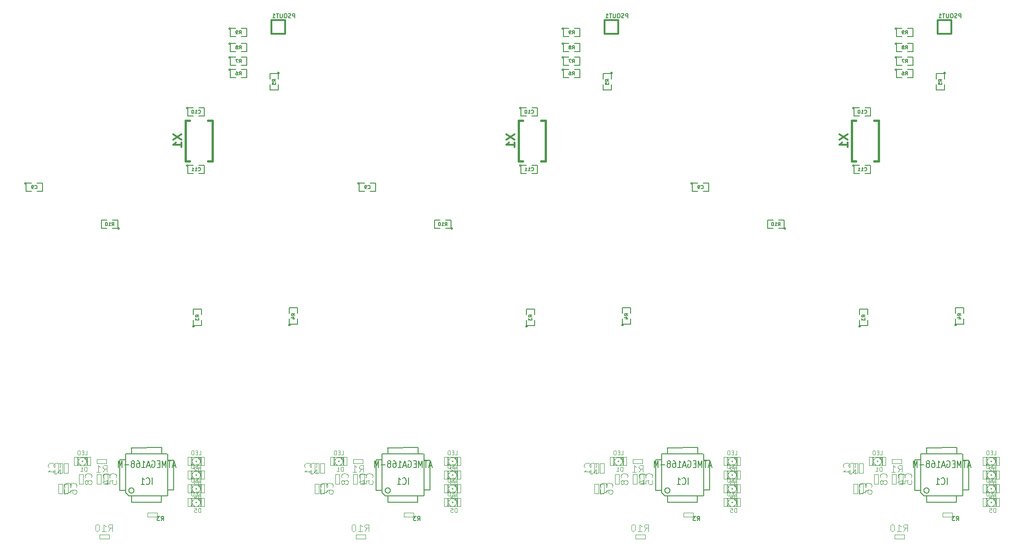
<source format=gbo>
G04 (created by PCBNEW-RS274X (2011-07-08)-stable) date Thu 21 Jul 2011 05:41:28 PM EDT*
G01*
G70*
G90*
%MOIN*%
G04 Gerber Fmt 3.4, Leading zero omitted, Abs format*
%FSLAX34Y34*%
G04 APERTURE LIST*
%ADD10C,0.006000*%
%ADD11C,0.012500*%
%ADD12C,0.012000*%
%ADD13C,0.005000*%
%ADD14C,0.015000*%
%ADD15C,0.002600*%
%ADD16C,0.004000*%
%ADD17C,0.003000*%
%ADD18C,0.007500*%
%ADD19C,0.003500*%
%ADD20C,0.008000*%
G04 APERTURE END LIST*
G54D10*
G54D11*
X39900Y-18300D02*
X40900Y-18300D01*
X39900Y-19300D02*
X40900Y-19300D01*
G54D12*
X39900Y-18300D02*
X39900Y-19300D01*
X40900Y-19300D02*
X40900Y-18300D01*
G54D13*
X28800Y-33500D02*
X28799Y-33509D01*
X28796Y-33519D01*
X28791Y-33527D01*
X28785Y-33535D01*
X28777Y-33541D01*
X28769Y-33546D01*
X28760Y-33548D01*
X28750Y-33549D01*
X28741Y-33549D01*
X28732Y-33546D01*
X28723Y-33541D01*
X28716Y-33535D01*
X28709Y-33528D01*
X28705Y-33519D01*
X28702Y-33510D01*
X28701Y-33500D01*
X28701Y-33491D01*
X28704Y-33482D01*
X28708Y-33473D01*
X28715Y-33466D01*
X28722Y-33459D01*
X28730Y-33455D01*
X28740Y-33452D01*
X28749Y-33451D01*
X28758Y-33451D01*
X28768Y-33454D01*
X28776Y-33458D01*
X28784Y-33464D01*
X28790Y-33472D01*
X28795Y-33480D01*
X28798Y-33489D01*
X28799Y-33499D01*
X28800Y-33500D01*
X28300Y-33500D02*
X28700Y-33500D01*
X28700Y-33500D02*
X28700Y-32900D01*
X28700Y-32900D02*
X28300Y-32900D01*
X27900Y-32900D02*
X27500Y-32900D01*
X27500Y-32900D02*
X27500Y-33500D01*
X27500Y-33500D02*
X27900Y-33500D01*
X36900Y-18900D02*
X36899Y-18909D01*
X36896Y-18919D01*
X36891Y-18927D01*
X36885Y-18935D01*
X36877Y-18941D01*
X36869Y-18946D01*
X36860Y-18948D01*
X36850Y-18949D01*
X36841Y-18949D01*
X36832Y-18946D01*
X36823Y-18941D01*
X36816Y-18935D01*
X36809Y-18928D01*
X36805Y-18919D01*
X36802Y-18910D01*
X36801Y-18900D01*
X36801Y-18891D01*
X36804Y-18882D01*
X36808Y-18873D01*
X36815Y-18866D01*
X36822Y-18859D01*
X36830Y-18855D01*
X36840Y-18852D01*
X36849Y-18851D01*
X36858Y-18851D01*
X36868Y-18854D01*
X36876Y-18858D01*
X36884Y-18864D01*
X36890Y-18872D01*
X36895Y-18880D01*
X36898Y-18889D01*
X36899Y-18899D01*
X36900Y-18900D01*
X37300Y-18900D02*
X36900Y-18900D01*
X36900Y-18900D02*
X36900Y-19500D01*
X36900Y-19500D02*
X37300Y-19500D01*
X37700Y-19500D02*
X38100Y-19500D01*
X38100Y-19500D02*
X38100Y-18900D01*
X38100Y-18900D02*
X37700Y-18900D01*
X36900Y-20000D02*
X36899Y-20009D01*
X36896Y-20019D01*
X36891Y-20027D01*
X36885Y-20035D01*
X36877Y-20041D01*
X36869Y-20046D01*
X36860Y-20048D01*
X36850Y-20049D01*
X36841Y-20049D01*
X36832Y-20046D01*
X36823Y-20041D01*
X36816Y-20035D01*
X36809Y-20028D01*
X36805Y-20019D01*
X36802Y-20010D01*
X36801Y-20000D01*
X36801Y-19991D01*
X36804Y-19982D01*
X36808Y-19973D01*
X36815Y-19966D01*
X36822Y-19959D01*
X36830Y-19955D01*
X36840Y-19952D01*
X36849Y-19951D01*
X36858Y-19951D01*
X36868Y-19954D01*
X36876Y-19958D01*
X36884Y-19964D01*
X36890Y-19972D01*
X36895Y-19980D01*
X36898Y-19989D01*
X36899Y-19999D01*
X36900Y-20000D01*
X37300Y-20000D02*
X36900Y-20000D01*
X36900Y-20000D02*
X36900Y-20600D01*
X36900Y-20600D02*
X37300Y-20600D01*
X37700Y-20600D02*
X38100Y-20600D01*
X38100Y-20600D02*
X38100Y-20000D01*
X38100Y-20000D02*
X37700Y-20000D01*
X36900Y-21000D02*
X36899Y-21009D01*
X36896Y-21019D01*
X36891Y-21027D01*
X36885Y-21035D01*
X36877Y-21041D01*
X36869Y-21046D01*
X36860Y-21048D01*
X36850Y-21049D01*
X36841Y-21049D01*
X36832Y-21046D01*
X36823Y-21041D01*
X36816Y-21035D01*
X36809Y-21028D01*
X36805Y-21019D01*
X36802Y-21010D01*
X36801Y-21000D01*
X36801Y-20991D01*
X36804Y-20982D01*
X36808Y-20973D01*
X36815Y-20966D01*
X36822Y-20959D01*
X36830Y-20955D01*
X36840Y-20952D01*
X36849Y-20951D01*
X36858Y-20951D01*
X36868Y-20954D01*
X36876Y-20958D01*
X36884Y-20964D01*
X36890Y-20972D01*
X36895Y-20980D01*
X36898Y-20989D01*
X36899Y-20999D01*
X36900Y-21000D01*
X37300Y-21000D02*
X36900Y-21000D01*
X36900Y-21000D02*
X36900Y-21600D01*
X36900Y-21600D02*
X37300Y-21600D01*
X37700Y-21600D02*
X38100Y-21600D01*
X38100Y-21600D02*
X38100Y-21000D01*
X38100Y-21000D02*
X37700Y-21000D01*
X36900Y-21900D02*
X36899Y-21909D01*
X36896Y-21919D01*
X36891Y-21927D01*
X36885Y-21935D01*
X36877Y-21941D01*
X36869Y-21946D01*
X36860Y-21948D01*
X36850Y-21949D01*
X36841Y-21949D01*
X36832Y-21946D01*
X36823Y-21941D01*
X36816Y-21935D01*
X36809Y-21928D01*
X36805Y-21919D01*
X36802Y-21910D01*
X36801Y-21900D01*
X36801Y-21891D01*
X36804Y-21882D01*
X36808Y-21873D01*
X36815Y-21866D01*
X36822Y-21859D01*
X36830Y-21855D01*
X36840Y-21852D01*
X36849Y-21851D01*
X36858Y-21851D01*
X36868Y-21854D01*
X36876Y-21858D01*
X36884Y-21864D01*
X36890Y-21872D01*
X36895Y-21880D01*
X36898Y-21889D01*
X36899Y-21899D01*
X36900Y-21900D01*
X37300Y-21900D02*
X36900Y-21900D01*
X36900Y-21900D02*
X36900Y-22500D01*
X36900Y-22500D02*
X37300Y-22500D01*
X37700Y-22500D02*
X38100Y-22500D01*
X38100Y-22500D02*
X38100Y-21900D01*
X38100Y-21900D02*
X37700Y-21900D01*
X40450Y-22150D02*
X40449Y-22159D01*
X40446Y-22169D01*
X40441Y-22177D01*
X40435Y-22185D01*
X40427Y-22191D01*
X40419Y-22196D01*
X40410Y-22198D01*
X40400Y-22199D01*
X40391Y-22199D01*
X40382Y-22196D01*
X40373Y-22191D01*
X40366Y-22185D01*
X40359Y-22178D01*
X40355Y-22169D01*
X40352Y-22160D01*
X40351Y-22150D01*
X40351Y-22141D01*
X40354Y-22132D01*
X40358Y-22123D01*
X40365Y-22116D01*
X40372Y-22109D01*
X40380Y-22105D01*
X40390Y-22102D01*
X40399Y-22101D01*
X40408Y-22101D01*
X40418Y-22104D01*
X40426Y-22108D01*
X40434Y-22114D01*
X40440Y-22122D01*
X40445Y-22130D01*
X40448Y-22139D01*
X40449Y-22149D01*
X40450Y-22150D01*
X40400Y-22600D02*
X40400Y-22200D01*
X40400Y-22200D02*
X39800Y-22200D01*
X39800Y-22200D02*
X39800Y-22600D01*
X39800Y-23000D02*
X39800Y-23400D01*
X39800Y-23400D02*
X40400Y-23400D01*
X40400Y-23400D02*
X40400Y-23000D01*
X41250Y-40550D02*
X41249Y-40559D01*
X41246Y-40569D01*
X41241Y-40577D01*
X41235Y-40585D01*
X41227Y-40591D01*
X41219Y-40596D01*
X41210Y-40598D01*
X41200Y-40599D01*
X41191Y-40599D01*
X41182Y-40596D01*
X41173Y-40591D01*
X41166Y-40585D01*
X41159Y-40578D01*
X41155Y-40569D01*
X41152Y-40560D01*
X41151Y-40550D01*
X41151Y-40541D01*
X41154Y-40532D01*
X41158Y-40523D01*
X41165Y-40516D01*
X41172Y-40509D01*
X41180Y-40505D01*
X41190Y-40502D01*
X41199Y-40501D01*
X41208Y-40501D01*
X41218Y-40504D01*
X41226Y-40508D01*
X41234Y-40514D01*
X41240Y-40522D01*
X41245Y-40530D01*
X41248Y-40539D01*
X41249Y-40549D01*
X41250Y-40550D01*
X41200Y-40100D02*
X41200Y-40500D01*
X41200Y-40500D02*
X41800Y-40500D01*
X41800Y-40500D02*
X41800Y-40100D01*
X41800Y-39700D02*
X41800Y-39300D01*
X41800Y-39300D02*
X41200Y-39300D01*
X41200Y-39300D02*
X41200Y-39700D01*
X34250Y-40650D02*
X34249Y-40659D01*
X34246Y-40669D01*
X34241Y-40677D01*
X34235Y-40685D01*
X34227Y-40691D01*
X34219Y-40696D01*
X34210Y-40698D01*
X34200Y-40699D01*
X34191Y-40699D01*
X34182Y-40696D01*
X34173Y-40691D01*
X34166Y-40685D01*
X34159Y-40678D01*
X34155Y-40669D01*
X34152Y-40660D01*
X34151Y-40650D01*
X34151Y-40641D01*
X34154Y-40632D01*
X34158Y-40623D01*
X34165Y-40616D01*
X34172Y-40609D01*
X34180Y-40605D01*
X34190Y-40602D01*
X34199Y-40601D01*
X34208Y-40601D01*
X34218Y-40604D01*
X34226Y-40608D01*
X34234Y-40614D01*
X34240Y-40622D01*
X34245Y-40630D01*
X34248Y-40639D01*
X34249Y-40649D01*
X34250Y-40650D01*
X34200Y-40200D02*
X34200Y-40600D01*
X34200Y-40600D02*
X34800Y-40600D01*
X34800Y-40600D02*
X34800Y-40200D01*
X34800Y-39800D02*
X34800Y-39400D01*
X34800Y-39400D02*
X34200Y-39400D01*
X34200Y-39400D02*
X34200Y-39800D01*
X22000Y-30200D02*
X21999Y-30209D01*
X21996Y-30219D01*
X21991Y-30227D01*
X21985Y-30235D01*
X21977Y-30241D01*
X21969Y-30246D01*
X21960Y-30248D01*
X21950Y-30249D01*
X21941Y-30249D01*
X21932Y-30246D01*
X21923Y-30241D01*
X21916Y-30235D01*
X21909Y-30228D01*
X21905Y-30219D01*
X21902Y-30210D01*
X21901Y-30200D01*
X21901Y-30191D01*
X21904Y-30182D01*
X21908Y-30173D01*
X21915Y-30166D01*
X21922Y-30159D01*
X21930Y-30155D01*
X21940Y-30152D01*
X21949Y-30151D01*
X21958Y-30151D01*
X21968Y-30154D01*
X21976Y-30158D01*
X21984Y-30164D01*
X21990Y-30172D01*
X21995Y-30180D01*
X21998Y-30189D01*
X21999Y-30199D01*
X22000Y-30200D01*
X22400Y-30200D02*
X22000Y-30200D01*
X22000Y-30200D02*
X22000Y-30800D01*
X22000Y-30800D02*
X22400Y-30800D01*
X22800Y-30800D02*
X23200Y-30800D01*
X23200Y-30800D02*
X23200Y-30200D01*
X23200Y-30200D02*
X22800Y-30200D01*
X33800Y-24700D02*
X33799Y-24709D01*
X33796Y-24719D01*
X33791Y-24727D01*
X33785Y-24735D01*
X33777Y-24741D01*
X33769Y-24746D01*
X33760Y-24748D01*
X33750Y-24749D01*
X33741Y-24749D01*
X33732Y-24746D01*
X33723Y-24741D01*
X33716Y-24735D01*
X33709Y-24728D01*
X33705Y-24719D01*
X33702Y-24710D01*
X33701Y-24700D01*
X33701Y-24691D01*
X33704Y-24682D01*
X33708Y-24673D01*
X33715Y-24666D01*
X33722Y-24659D01*
X33730Y-24655D01*
X33740Y-24652D01*
X33749Y-24651D01*
X33758Y-24651D01*
X33768Y-24654D01*
X33776Y-24658D01*
X33784Y-24664D01*
X33790Y-24672D01*
X33795Y-24680D01*
X33798Y-24689D01*
X33799Y-24699D01*
X33800Y-24700D01*
X34200Y-24700D02*
X33800Y-24700D01*
X33800Y-24700D02*
X33800Y-25300D01*
X33800Y-25300D02*
X34200Y-25300D01*
X34600Y-25300D02*
X35000Y-25300D01*
X35000Y-25300D02*
X35000Y-24700D01*
X35000Y-24700D02*
X34600Y-24700D01*
X33800Y-28900D02*
X33799Y-28909D01*
X33796Y-28919D01*
X33791Y-28927D01*
X33785Y-28935D01*
X33777Y-28941D01*
X33769Y-28946D01*
X33760Y-28948D01*
X33750Y-28949D01*
X33741Y-28949D01*
X33732Y-28946D01*
X33723Y-28941D01*
X33716Y-28935D01*
X33709Y-28928D01*
X33705Y-28919D01*
X33702Y-28910D01*
X33701Y-28900D01*
X33701Y-28891D01*
X33704Y-28882D01*
X33708Y-28873D01*
X33715Y-28866D01*
X33722Y-28859D01*
X33730Y-28855D01*
X33740Y-28852D01*
X33749Y-28851D01*
X33758Y-28851D01*
X33768Y-28854D01*
X33776Y-28858D01*
X33784Y-28864D01*
X33790Y-28872D01*
X33795Y-28880D01*
X33798Y-28889D01*
X33799Y-28899D01*
X33800Y-28900D01*
X34200Y-28900D02*
X33800Y-28900D01*
X33800Y-28900D02*
X33800Y-29500D01*
X33800Y-29500D02*
X34200Y-29500D01*
X34600Y-29500D02*
X35000Y-29500D01*
X35000Y-29500D02*
X35000Y-28900D01*
X35000Y-28900D02*
X34600Y-28900D01*
G54D14*
X35584Y-25624D02*
X35269Y-25624D01*
X33616Y-25624D02*
X33931Y-25624D01*
X33616Y-28576D02*
X33931Y-28576D01*
X35584Y-28576D02*
X35269Y-28576D01*
X35584Y-25624D02*
X35584Y-28576D01*
X33616Y-28576D02*
X33616Y-25624D01*
G54D11*
X88500Y-18300D02*
X89500Y-18300D01*
X88500Y-19300D02*
X89500Y-19300D01*
G54D12*
X88500Y-18300D02*
X88500Y-19300D01*
X89500Y-19300D02*
X89500Y-18300D01*
G54D13*
X77400Y-33500D02*
X77399Y-33509D01*
X77396Y-33519D01*
X77391Y-33527D01*
X77385Y-33535D01*
X77377Y-33541D01*
X77369Y-33546D01*
X77360Y-33548D01*
X77350Y-33549D01*
X77341Y-33549D01*
X77332Y-33546D01*
X77323Y-33541D01*
X77316Y-33535D01*
X77309Y-33528D01*
X77305Y-33519D01*
X77302Y-33510D01*
X77301Y-33500D01*
X77301Y-33491D01*
X77304Y-33482D01*
X77308Y-33473D01*
X77315Y-33466D01*
X77322Y-33459D01*
X77330Y-33455D01*
X77340Y-33452D01*
X77349Y-33451D01*
X77358Y-33451D01*
X77368Y-33454D01*
X77376Y-33458D01*
X77384Y-33464D01*
X77390Y-33472D01*
X77395Y-33480D01*
X77398Y-33489D01*
X77399Y-33499D01*
X77400Y-33500D01*
X76900Y-33500D02*
X77300Y-33500D01*
X77300Y-33500D02*
X77300Y-32900D01*
X77300Y-32900D02*
X76900Y-32900D01*
X76500Y-32900D02*
X76100Y-32900D01*
X76100Y-32900D02*
X76100Y-33500D01*
X76100Y-33500D02*
X76500Y-33500D01*
X85500Y-18900D02*
X85499Y-18909D01*
X85496Y-18919D01*
X85491Y-18927D01*
X85485Y-18935D01*
X85477Y-18941D01*
X85469Y-18946D01*
X85460Y-18948D01*
X85450Y-18949D01*
X85441Y-18949D01*
X85432Y-18946D01*
X85423Y-18941D01*
X85416Y-18935D01*
X85409Y-18928D01*
X85405Y-18919D01*
X85402Y-18910D01*
X85401Y-18900D01*
X85401Y-18891D01*
X85404Y-18882D01*
X85408Y-18873D01*
X85415Y-18866D01*
X85422Y-18859D01*
X85430Y-18855D01*
X85440Y-18852D01*
X85449Y-18851D01*
X85458Y-18851D01*
X85468Y-18854D01*
X85476Y-18858D01*
X85484Y-18864D01*
X85490Y-18872D01*
X85495Y-18880D01*
X85498Y-18889D01*
X85499Y-18899D01*
X85500Y-18900D01*
X85900Y-18900D02*
X85500Y-18900D01*
X85500Y-18900D02*
X85500Y-19500D01*
X85500Y-19500D02*
X85900Y-19500D01*
X86300Y-19500D02*
X86700Y-19500D01*
X86700Y-19500D02*
X86700Y-18900D01*
X86700Y-18900D02*
X86300Y-18900D01*
X85500Y-20000D02*
X85499Y-20009D01*
X85496Y-20019D01*
X85491Y-20027D01*
X85485Y-20035D01*
X85477Y-20041D01*
X85469Y-20046D01*
X85460Y-20048D01*
X85450Y-20049D01*
X85441Y-20049D01*
X85432Y-20046D01*
X85423Y-20041D01*
X85416Y-20035D01*
X85409Y-20028D01*
X85405Y-20019D01*
X85402Y-20010D01*
X85401Y-20000D01*
X85401Y-19991D01*
X85404Y-19982D01*
X85408Y-19973D01*
X85415Y-19966D01*
X85422Y-19959D01*
X85430Y-19955D01*
X85440Y-19952D01*
X85449Y-19951D01*
X85458Y-19951D01*
X85468Y-19954D01*
X85476Y-19958D01*
X85484Y-19964D01*
X85490Y-19972D01*
X85495Y-19980D01*
X85498Y-19989D01*
X85499Y-19999D01*
X85500Y-20000D01*
X85900Y-20000D02*
X85500Y-20000D01*
X85500Y-20000D02*
X85500Y-20600D01*
X85500Y-20600D02*
X85900Y-20600D01*
X86300Y-20600D02*
X86700Y-20600D01*
X86700Y-20600D02*
X86700Y-20000D01*
X86700Y-20000D02*
X86300Y-20000D01*
X85500Y-21000D02*
X85499Y-21009D01*
X85496Y-21019D01*
X85491Y-21027D01*
X85485Y-21035D01*
X85477Y-21041D01*
X85469Y-21046D01*
X85460Y-21048D01*
X85450Y-21049D01*
X85441Y-21049D01*
X85432Y-21046D01*
X85423Y-21041D01*
X85416Y-21035D01*
X85409Y-21028D01*
X85405Y-21019D01*
X85402Y-21010D01*
X85401Y-21000D01*
X85401Y-20991D01*
X85404Y-20982D01*
X85408Y-20973D01*
X85415Y-20966D01*
X85422Y-20959D01*
X85430Y-20955D01*
X85440Y-20952D01*
X85449Y-20951D01*
X85458Y-20951D01*
X85468Y-20954D01*
X85476Y-20958D01*
X85484Y-20964D01*
X85490Y-20972D01*
X85495Y-20980D01*
X85498Y-20989D01*
X85499Y-20999D01*
X85500Y-21000D01*
X85900Y-21000D02*
X85500Y-21000D01*
X85500Y-21000D02*
X85500Y-21600D01*
X85500Y-21600D02*
X85900Y-21600D01*
X86300Y-21600D02*
X86700Y-21600D01*
X86700Y-21600D02*
X86700Y-21000D01*
X86700Y-21000D02*
X86300Y-21000D01*
X85500Y-21900D02*
X85499Y-21909D01*
X85496Y-21919D01*
X85491Y-21927D01*
X85485Y-21935D01*
X85477Y-21941D01*
X85469Y-21946D01*
X85460Y-21948D01*
X85450Y-21949D01*
X85441Y-21949D01*
X85432Y-21946D01*
X85423Y-21941D01*
X85416Y-21935D01*
X85409Y-21928D01*
X85405Y-21919D01*
X85402Y-21910D01*
X85401Y-21900D01*
X85401Y-21891D01*
X85404Y-21882D01*
X85408Y-21873D01*
X85415Y-21866D01*
X85422Y-21859D01*
X85430Y-21855D01*
X85440Y-21852D01*
X85449Y-21851D01*
X85458Y-21851D01*
X85468Y-21854D01*
X85476Y-21858D01*
X85484Y-21864D01*
X85490Y-21872D01*
X85495Y-21880D01*
X85498Y-21889D01*
X85499Y-21899D01*
X85500Y-21900D01*
X85900Y-21900D02*
X85500Y-21900D01*
X85500Y-21900D02*
X85500Y-22500D01*
X85500Y-22500D02*
X85900Y-22500D01*
X86300Y-22500D02*
X86700Y-22500D01*
X86700Y-22500D02*
X86700Y-21900D01*
X86700Y-21900D02*
X86300Y-21900D01*
X89050Y-22150D02*
X89049Y-22159D01*
X89046Y-22169D01*
X89041Y-22177D01*
X89035Y-22185D01*
X89027Y-22191D01*
X89019Y-22196D01*
X89010Y-22198D01*
X89000Y-22199D01*
X88991Y-22199D01*
X88982Y-22196D01*
X88973Y-22191D01*
X88966Y-22185D01*
X88959Y-22178D01*
X88955Y-22169D01*
X88952Y-22160D01*
X88951Y-22150D01*
X88951Y-22141D01*
X88954Y-22132D01*
X88958Y-22123D01*
X88965Y-22116D01*
X88972Y-22109D01*
X88980Y-22105D01*
X88990Y-22102D01*
X88999Y-22101D01*
X89008Y-22101D01*
X89018Y-22104D01*
X89026Y-22108D01*
X89034Y-22114D01*
X89040Y-22122D01*
X89045Y-22130D01*
X89048Y-22139D01*
X89049Y-22149D01*
X89050Y-22150D01*
X89000Y-22600D02*
X89000Y-22200D01*
X89000Y-22200D02*
X88400Y-22200D01*
X88400Y-22200D02*
X88400Y-22600D01*
X88400Y-23000D02*
X88400Y-23400D01*
X88400Y-23400D02*
X89000Y-23400D01*
X89000Y-23400D02*
X89000Y-23000D01*
X89850Y-40550D02*
X89849Y-40559D01*
X89846Y-40569D01*
X89841Y-40577D01*
X89835Y-40585D01*
X89827Y-40591D01*
X89819Y-40596D01*
X89810Y-40598D01*
X89800Y-40599D01*
X89791Y-40599D01*
X89782Y-40596D01*
X89773Y-40591D01*
X89766Y-40585D01*
X89759Y-40578D01*
X89755Y-40569D01*
X89752Y-40560D01*
X89751Y-40550D01*
X89751Y-40541D01*
X89754Y-40532D01*
X89758Y-40523D01*
X89765Y-40516D01*
X89772Y-40509D01*
X89780Y-40505D01*
X89790Y-40502D01*
X89799Y-40501D01*
X89808Y-40501D01*
X89818Y-40504D01*
X89826Y-40508D01*
X89834Y-40514D01*
X89840Y-40522D01*
X89845Y-40530D01*
X89848Y-40539D01*
X89849Y-40549D01*
X89850Y-40550D01*
X89800Y-40100D02*
X89800Y-40500D01*
X89800Y-40500D02*
X90400Y-40500D01*
X90400Y-40500D02*
X90400Y-40100D01*
X90400Y-39700D02*
X90400Y-39300D01*
X90400Y-39300D02*
X89800Y-39300D01*
X89800Y-39300D02*
X89800Y-39700D01*
X82850Y-40650D02*
X82849Y-40659D01*
X82846Y-40669D01*
X82841Y-40677D01*
X82835Y-40685D01*
X82827Y-40691D01*
X82819Y-40696D01*
X82810Y-40698D01*
X82800Y-40699D01*
X82791Y-40699D01*
X82782Y-40696D01*
X82773Y-40691D01*
X82766Y-40685D01*
X82759Y-40678D01*
X82755Y-40669D01*
X82752Y-40660D01*
X82751Y-40650D01*
X82751Y-40641D01*
X82754Y-40632D01*
X82758Y-40623D01*
X82765Y-40616D01*
X82772Y-40609D01*
X82780Y-40605D01*
X82790Y-40602D01*
X82799Y-40601D01*
X82808Y-40601D01*
X82818Y-40604D01*
X82826Y-40608D01*
X82834Y-40614D01*
X82840Y-40622D01*
X82845Y-40630D01*
X82848Y-40639D01*
X82849Y-40649D01*
X82850Y-40650D01*
X82800Y-40200D02*
X82800Y-40600D01*
X82800Y-40600D02*
X83400Y-40600D01*
X83400Y-40600D02*
X83400Y-40200D01*
X83400Y-39800D02*
X83400Y-39400D01*
X83400Y-39400D02*
X82800Y-39400D01*
X82800Y-39400D02*
X82800Y-39800D01*
X70600Y-30200D02*
X70599Y-30209D01*
X70596Y-30219D01*
X70591Y-30227D01*
X70585Y-30235D01*
X70577Y-30241D01*
X70569Y-30246D01*
X70560Y-30248D01*
X70550Y-30249D01*
X70541Y-30249D01*
X70532Y-30246D01*
X70523Y-30241D01*
X70516Y-30235D01*
X70509Y-30228D01*
X70505Y-30219D01*
X70502Y-30210D01*
X70501Y-30200D01*
X70501Y-30191D01*
X70504Y-30182D01*
X70508Y-30173D01*
X70515Y-30166D01*
X70522Y-30159D01*
X70530Y-30155D01*
X70540Y-30152D01*
X70549Y-30151D01*
X70558Y-30151D01*
X70568Y-30154D01*
X70576Y-30158D01*
X70584Y-30164D01*
X70590Y-30172D01*
X70595Y-30180D01*
X70598Y-30189D01*
X70599Y-30199D01*
X70600Y-30200D01*
X71000Y-30200D02*
X70600Y-30200D01*
X70600Y-30200D02*
X70600Y-30800D01*
X70600Y-30800D02*
X71000Y-30800D01*
X71400Y-30800D02*
X71800Y-30800D01*
X71800Y-30800D02*
X71800Y-30200D01*
X71800Y-30200D02*
X71400Y-30200D01*
X82400Y-24700D02*
X82399Y-24709D01*
X82396Y-24719D01*
X82391Y-24727D01*
X82385Y-24735D01*
X82377Y-24741D01*
X82369Y-24746D01*
X82360Y-24748D01*
X82350Y-24749D01*
X82341Y-24749D01*
X82332Y-24746D01*
X82323Y-24741D01*
X82316Y-24735D01*
X82309Y-24728D01*
X82305Y-24719D01*
X82302Y-24710D01*
X82301Y-24700D01*
X82301Y-24691D01*
X82304Y-24682D01*
X82308Y-24673D01*
X82315Y-24666D01*
X82322Y-24659D01*
X82330Y-24655D01*
X82340Y-24652D01*
X82349Y-24651D01*
X82358Y-24651D01*
X82368Y-24654D01*
X82376Y-24658D01*
X82384Y-24664D01*
X82390Y-24672D01*
X82395Y-24680D01*
X82398Y-24689D01*
X82399Y-24699D01*
X82400Y-24700D01*
X82800Y-24700D02*
X82400Y-24700D01*
X82400Y-24700D02*
X82400Y-25300D01*
X82400Y-25300D02*
X82800Y-25300D01*
X83200Y-25300D02*
X83600Y-25300D01*
X83600Y-25300D02*
X83600Y-24700D01*
X83600Y-24700D02*
X83200Y-24700D01*
X82400Y-28900D02*
X82399Y-28909D01*
X82396Y-28919D01*
X82391Y-28927D01*
X82385Y-28935D01*
X82377Y-28941D01*
X82369Y-28946D01*
X82360Y-28948D01*
X82350Y-28949D01*
X82341Y-28949D01*
X82332Y-28946D01*
X82323Y-28941D01*
X82316Y-28935D01*
X82309Y-28928D01*
X82305Y-28919D01*
X82302Y-28910D01*
X82301Y-28900D01*
X82301Y-28891D01*
X82304Y-28882D01*
X82308Y-28873D01*
X82315Y-28866D01*
X82322Y-28859D01*
X82330Y-28855D01*
X82340Y-28852D01*
X82349Y-28851D01*
X82358Y-28851D01*
X82368Y-28854D01*
X82376Y-28858D01*
X82384Y-28864D01*
X82390Y-28872D01*
X82395Y-28880D01*
X82398Y-28889D01*
X82399Y-28899D01*
X82400Y-28900D01*
X82800Y-28900D02*
X82400Y-28900D01*
X82400Y-28900D02*
X82400Y-29500D01*
X82400Y-29500D02*
X82800Y-29500D01*
X83200Y-29500D02*
X83600Y-29500D01*
X83600Y-29500D02*
X83600Y-28900D01*
X83600Y-28900D02*
X83200Y-28900D01*
G54D14*
X84184Y-25624D02*
X83869Y-25624D01*
X82216Y-25624D02*
X82531Y-25624D01*
X82216Y-28576D02*
X82531Y-28576D01*
X84184Y-28576D02*
X83869Y-28576D01*
X84184Y-25624D02*
X84184Y-28576D01*
X82216Y-28576D02*
X82216Y-25624D01*
G54D11*
X64200Y-18300D02*
X65200Y-18300D01*
X64200Y-19300D02*
X65200Y-19300D01*
G54D12*
X64200Y-18300D02*
X64200Y-19300D01*
X65200Y-19300D02*
X65200Y-18300D01*
G54D13*
X53100Y-33500D02*
X53099Y-33509D01*
X53096Y-33519D01*
X53091Y-33527D01*
X53085Y-33535D01*
X53077Y-33541D01*
X53069Y-33546D01*
X53060Y-33548D01*
X53050Y-33549D01*
X53041Y-33549D01*
X53032Y-33546D01*
X53023Y-33541D01*
X53016Y-33535D01*
X53009Y-33528D01*
X53005Y-33519D01*
X53002Y-33510D01*
X53001Y-33500D01*
X53001Y-33491D01*
X53004Y-33482D01*
X53008Y-33473D01*
X53015Y-33466D01*
X53022Y-33459D01*
X53030Y-33455D01*
X53040Y-33452D01*
X53049Y-33451D01*
X53058Y-33451D01*
X53068Y-33454D01*
X53076Y-33458D01*
X53084Y-33464D01*
X53090Y-33472D01*
X53095Y-33480D01*
X53098Y-33489D01*
X53099Y-33499D01*
X53100Y-33500D01*
X52600Y-33500D02*
X53000Y-33500D01*
X53000Y-33500D02*
X53000Y-32900D01*
X53000Y-32900D02*
X52600Y-32900D01*
X52200Y-32900D02*
X51800Y-32900D01*
X51800Y-32900D02*
X51800Y-33500D01*
X51800Y-33500D02*
X52200Y-33500D01*
X61200Y-18900D02*
X61199Y-18909D01*
X61196Y-18919D01*
X61191Y-18927D01*
X61185Y-18935D01*
X61177Y-18941D01*
X61169Y-18946D01*
X61160Y-18948D01*
X61150Y-18949D01*
X61141Y-18949D01*
X61132Y-18946D01*
X61123Y-18941D01*
X61116Y-18935D01*
X61109Y-18928D01*
X61105Y-18919D01*
X61102Y-18910D01*
X61101Y-18900D01*
X61101Y-18891D01*
X61104Y-18882D01*
X61108Y-18873D01*
X61115Y-18866D01*
X61122Y-18859D01*
X61130Y-18855D01*
X61140Y-18852D01*
X61149Y-18851D01*
X61158Y-18851D01*
X61168Y-18854D01*
X61176Y-18858D01*
X61184Y-18864D01*
X61190Y-18872D01*
X61195Y-18880D01*
X61198Y-18889D01*
X61199Y-18899D01*
X61200Y-18900D01*
X61600Y-18900D02*
X61200Y-18900D01*
X61200Y-18900D02*
X61200Y-19500D01*
X61200Y-19500D02*
X61600Y-19500D01*
X62000Y-19500D02*
X62400Y-19500D01*
X62400Y-19500D02*
X62400Y-18900D01*
X62400Y-18900D02*
X62000Y-18900D01*
X61200Y-20000D02*
X61199Y-20009D01*
X61196Y-20019D01*
X61191Y-20027D01*
X61185Y-20035D01*
X61177Y-20041D01*
X61169Y-20046D01*
X61160Y-20048D01*
X61150Y-20049D01*
X61141Y-20049D01*
X61132Y-20046D01*
X61123Y-20041D01*
X61116Y-20035D01*
X61109Y-20028D01*
X61105Y-20019D01*
X61102Y-20010D01*
X61101Y-20000D01*
X61101Y-19991D01*
X61104Y-19982D01*
X61108Y-19973D01*
X61115Y-19966D01*
X61122Y-19959D01*
X61130Y-19955D01*
X61140Y-19952D01*
X61149Y-19951D01*
X61158Y-19951D01*
X61168Y-19954D01*
X61176Y-19958D01*
X61184Y-19964D01*
X61190Y-19972D01*
X61195Y-19980D01*
X61198Y-19989D01*
X61199Y-19999D01*
X61200Y-20000D01*
X61600Y-20000D02*
X61200Y-20000D01*
X61200Y-20000D02*
X61200Y-20600D01*
X61200Y-20600D02*
X61600Y-20600D01*
X62000Y-20600D02*
X62400Y-20600D01*
X62400Y-20600D02*
X62400Y-20000D01*
X62400Y-20000D02*
X62000Y-20000D01*
X61200Y-21000D02*
X61199Y-21009D01*
X61196Y-21019D01*
X61191Y-21027D01*
X61185Y-21035D01*
X61177Y-21041D01*
X61169Y-21046D01*
X61160Y-21048D01*
X61150Y-21049D01*
X61141Y-21049D01*
X61132Y-21046D01*
X61123Y-21041D01*
X61116Y-21035D01*
X61109Y-21028D01*
X61105Y-21019D01*
X61102Y-21010D01*
X61101Y-21000D01*
X61101Y-20991D01*
X61104Y-20982D01*
X61108Y-20973D01*
X61115Y-20966D01*
X61122Y-20959D01*
X61130Y-20955D01*
X61140Y-20952D01*
X61149Y-20951D01*
X61158Y-20951D01*
X61168Y-20954D01*
X61176Y-20958D01*
X61184Y-20964D01*
X61190Y-20972D01*
X61195Y-20980D01*
X61198Y-20989D01*
X61199Y-20999D01*
X61200Y-21000D01*
X61600Y-21000D02*
X61200Y-21000D01*
X61200Y-21000D02*
X61200Y-21600D01*
X61200Y-21600D02*
X61600Y-21600D01*
X62000Y-21600D02*
X62400Y-21600D01*
X62400Y-21600D02*
X62400Y-21000D01*
X62400Y-21000D02*
X62000Y-21000D01*
X61200Y-21900D02*
X61199Y-21909D01*
X61196Y-21919D01*
X61191Y-21927D01*
X61185Y-21935D01*
X61177Y-21941D01*
X61169Y-21946D01*
X61160Y-21948D01*
X61150Y-21949D01*
X61141Y-21949D01*
X61132Y-21946D01*
X61123Y-21941D01*
X61116Y-21935D01*
X61109Y-21928D01*
X61105Y-21919D01*
X61102Y-21910D01*
X61101Y-21900D01*
X61101Y-21891D01*
X61104Y-21882D01*
X61108Y-21873D01*
X61115Y-21866D01*
X61122Y-21859D01*
X61130Y-21855D01*
X61140Y-21852D01*
X61149Y-21851D01*
X61158Y-21851D01*
X61168Y-21854D01*
X61176Y-21858D01*
X61184Y-21864D01*
X61190Y-21872D01*
X61195Y-21880D01*
X61198Y-21889D01*
X61199Y-21899D01*
X61200Y-21900D01*
X61600Y-21900D02*
X61200Y-21900D01*
X61200Y-21900D02*
X61200Y-22500D01*
X61200Y-22500D02*
X61600Y-22500D01*
X62000Y-22500D02*
X62400Y-22500D01*
X62400Y-22500D02*
X62400Y-21900D01*
X62400Y-21900D02*
X62000Y-21900D01*
X64750Y-22150D02*
X64749Y-22159D01*
X64746Y-22169D01*
X64741Y-22177D01*
X64735Y-22185D01*
X64727Y-22191D01*
X64719Y-22196D01*
X64710Y-22198D01*
X64700Y-22199D01*
X64691Y-22199D01*
X64682Y-22196D01*
X64673Y-22191D01*
X64666Y-22185D01*
X64659Y-22178D01*
X64655Y-22169D01*
X64652Y-22160D01*
X64651Y-22150D01*
X64651Y-22141D01*
X64654Y-22132D01*
X64658Y-22123D01*
X64665Y-22116D01*
X64672Y-22109D01*
X64680Y-22105D01*
X64690Y-22102D01*
X64699Y-22101D01*
X64708Y-22101D01*
X64718Y-22104D01*
X64726Y-22108D01*
X64734Y-22114D01*
X64740Y-22122D01*
X64745Y-22130D01*
X64748Y-22139D01*
X64749Y-22149D01*
X64750Y-22150D01*
X64700Y-22600D02*
X64700Y-22200D01*
X64700Y-22200D02*
X64100Y-22200D01*
X64100Y-22200D02*
X64100Y-22600D01*
X64100Y-23000D02*
X64100Y-23400D01*
X64100Y-23400D02*
X64700Y-23400D01*
X64700Y-23400D02*
X64700Y-23000D01*
X65550Y-40550D02*
X65549Y-40559D01*
X65546Y-40569D01*
X65541Y-40577D01*
X65535Y-40585D01*
X65527Y-40591D01*
X65519Y-40596D01*
X65510Y-40598D01*
X65500Y-40599D01*
X65491Y-40599D01*
X65482Y-40596D01*
X65473Y-40591D01*
X65466Y-40585D01*
X65459Y-40578D01*
X65455Y-40569D01*
X65452Y-40560D01*
X65451Y-40550D01*
X65451Y-40541D01*
X65454Y-40532D01*
X65458Y-40523D01*
X65465Y-40516D01*
X65472Y-40509D01*
X65480Y-40505D01*
X65490Y-40502D01*
X65499Y-40501D01*
X65508Y-40501D01*
X65518Y-40504D01*
X65526Y-40508D01*
X65534Y-40514D01*
X65540Y-40522D01*
X65545Y-40530D01*
X65548Y-40539D01*
X65549Y-40549D01*
X65550Y-40550D01*
X65500Y-40100D02*
X65500Y-40500D01*
X65500Y-40500D02*
X66100Y-40500D01*
X66100Y-40500D02*
X66100Y-40100D01*
X66100Y-39700D02*
X66100Y-39300D01*
X66100Y-39300D02*
X65500Y-39300D01*
X65500Y-39300D02*
X65500Y-39700D01*
X58550Y-40650D02*
X58549Y-40659D01*
X58546Y-40669D01*
X58541Y-40677D01*
X58535Y-40685D01*
X58527Y-40691D01*
X58519Y-40696D01*
X58510Y-40698D01*
X58500Y-40699D01*
X58491Y-40699D01*
X58482Y-40696D01*
X58473Y-40691D01*
X58466Y-40685D01*
X58459Y-40678D01*
X58455Y-40669D01*
X58452Y-40660D01*
X58451Y-40650D01*
X58451Y-40641D01*
X58454Y-40632D01*
X58458Y-40623D01*
X58465Y-40616D01*
X58472Y-40609D01*
X58480Y-40605D01*
X58490Y-40602D01*
X58499Y-40601D01*
X58508Y-40601D01*
X58518Y-40604D01*
X58526Y-40608D01*
X58534Y-40614D01*
X58540Y-40622D01*
X58545Y-40630D01*
X58548Y-40639D01*
X58549Y-40649D01*
X58550Y-40650D01*
X58500Y-40200D02*
X58500Y-40600D01*
X58500Y-40600D02*
X59100Y-40600D01*
X59100Y-40600D02*
X59100Y-40200D01*
X59100Y-39800D02*
X59100Y-39400D01*
X59100Y-39400D02*
X58500Y-39400D01*
X58500Y-39400D02*
X58500Y-39800D01*
X46300Y-30200D02*
X46299Y-30209D01*
X46296Y-30219D01*
X46291Y-30227D01*
X46285Y-30235D01*
X46277Y-30241D01*
X46269Y-30246D01*
X46260Y-30248D01*
X46250Y-30249D01*
X46241Y-30249D01*
X46232Y-30246D01*
X46223Y-30241D01*
X46216Y-30235D01*
X46209Y-30228D01*
X46205Y-30219D01*
X46202Y-30210D01*
X46201Y-30200D01*
X46201Y-30191D01*
X46204Y-30182D01*
X46208Y-30173D01*
X46215Y-30166D01*
X46222Y-30159D01*
X46230Y-30155D01*
X46240Y-30152D01*
X46249Y-30151D01*
X46258Y-30151D01*
X46268Y-30154D01*
X46276Y-30158D01*
X46284Y-30164D01*
X46290Y-30172D01*
X46295Y-30180D01*
X46298Y-30189D01*
X46299Y-30199D01*
X46300Y-30200D01*
X46700Y-30200D02*
X46300Y-30200D01*
X46300Y-30200D02*
X46300Y-30800D01*
X46300Y-30800D02*
X46700Y-30800D01*
X47100Y-30800D02*
X47500Y-30800D01*
X47500Y-30800D02*
X47500Y-30200D01*
X47500Y-30200D02*
X47100Y-30200D01*
X58100Y-24700D02*
X58099Y-24709D01*
X58096Y-24719D01*
X58091Y-24727D01*
X58085Y-24735D01*
X58077Y-24741D01*
X58069Y-24746D01*
X58060Y-24748D01*
X58050Y-24749D01*
X58041Y-24749D01*
X58032Y-24746D01*
X58023Y-24741D01*
X58016Y-24735D01*
X58009Y-24728D01*
X58005Y-24719D01*
X58002Y-24710D01*
X58001Y-24700D01*
X58001Y-24691D01*
X58004Y-24682D01*
X58008Y-24673D01*
X58015Y-24666D01*
X58022Y-24659D01*
X58030Y-24655D01*
X58040Y-24652D01*
X58049Y-24651D01*
X58058Y-24651D01*
X58068Y-24654D01*
X58076Y-24658D01*
X58084Y-24664D01*
X58090Y-24672D01*
X58095Y-24680D01*
X58098Y-24689D01*
X58099Y-24699D01*
X58100Y-24700D01*
X58500Y-24700D02*
X58100Y-24700D01*
X58100Y-24700D02*
X58100Y-25300D01*
X58100Y-25300D02*
X58500Y-25300D01*
X58900Y-25300D02*
X59300Y-25300D01*
X59300Y-25300D02*
X59300Y-24700D01*
X59300Y-24700D02*
X58900Y-24700D01*
X58100Y-28900D02*
X58099Y-28909D01*
X58096Y-28919D01*
X58091Y-28927D01*
X58085Y-28935D01*
X58077Y-28941D01*
X58069Y-28946D01*
X58060Y-28948D01*
X58050Y-28949D01*
X58041Y-28949D01*
X58032Y-28946D01*
X58023Y-28941D01*
X58016Y-28935D01*
X58009Y-28928D01*
X58005Y-28919D01*
X58002Y-28910D01*
X58001Y-28900D01*
X58001Y-28891D01*
X58004Y-28882D01*
X58008Y-28873D01*
X58015Y-28866D01*
X58022Y-28859D01*
X58030Y-28855D01*
X58040Y-28852D01*
X58049Y-28851D01*
X58058Y-28851D01*
X58068Y-28854D01*
X58076Y-28858D01*
X58084Y-28864D01*
X58090Y-28872D01*
X58095Y-28880D01*
X58098Y-28889D01*
X58099Y-28899D01*
X58100Y-28900D01*
X58500Y-28900D02*
X58100Y-28900D01*
X58100Y-28900D02*
X58100Y-29500D01*
X58100Y-29500D02*
X58500Y-29500D01*
X58900Y-29500D02*
X59300Y-29500D01*
X59300Y-29500D02*
X59300Y-28900D01*
X59300Y-28900D02*
X58900Y-28900D01*
G54D14*
X59884Y-25624D02*
X59569Y-25624D01*
X57916Y-25624D02*
X58231Y-25624D01*
X57916Y-28576D02*
X58231Y-28576D01*
X59884Y-28576D02*
X59569Y-28576D01*
X59884Y-25624D02*
X59884Y-28576D01*
X57916Y-28576D02*
X57916Y-25624D01*
G54D15*
X34361Y-53461D02*
X34439Y-53461D01*
X34439Y-53461D02*
X34439Y-53539D01*
X34361Y-53539D02*
X34439Y-53539D01*
X34361Y-53461D02*
X34361Y-53539D01*
X34577Y-53225D02*
X34714Y-53225D01*
X34714Y-53225D02*
X34714Y-53323D01*
X34577Y-53323D02*
X34714Y-53323D01*
X34577Y-53225D02*
X34577Y-53323D01*
X34714Y-53225D02*
X34754Y-53225D01*
X34754Y-53225D02*
X34754Y-53696D01*
X34714Y-53696D02*
X34754Y-53696D01*
X34714Y-53225D02*
X34714Y-53696D01*
X34714Y-53716D02*
X34754Y-53716D01*
X34754Y-53716D02*
X34754Y-53775D01*
X34714Y-53775D02*
X34754Y-53775D01*
X34714Y-53716D02*
X34714Y-53775D01*
X34046Y-53225D02*
X34086Y-53225D01*
X34086Y-53225D02*
X34086Y-53696D01*
X34046Y-53696D02*
X34086Y-53696D01*
X34046Y-53225D02*
X34046Y-53696D01*
X34046Y-53716D02*
X34086Y-53716D01*
X34086Y-53716D02*
X34086Y-53775D01*
X34046Y-53775D02*
X34086Y-53775D01*
X34046Y-53716D02*
X34046Y-53775D01*
X34577Y-53225D02*
X34636Y-53225D01*
X34636Y-53225D02*
X34636Y-53323D01*
X34577Y-53323D02*
X34636Y-53323D01*
X34577Y-53225D02*
X34577Y-53323D01*
G54D16*
X35010Y-53205D02*
X33790Y-53205D01*
X33790Y-53205D02*
X33790Y-53795D01*
X33790Y-53795D02*
X35010Y-53795D01*
X35010Y-53795D02*
X35010Y-53205D01*
X34615Y-53305D02*
X34597Y-53287D01*
X34578Y-53271D01*
X34557Y-53256D01*
X34535Y-53243D01*
X34512Y-53232D01*
X34488Y-53223D01*
X34464Y-53217D01*
X34439Y-53212D01*
X34414Y-53210D01*
X34389Y-53210D01*
X34364Y-53212D01*
X34339Y-53216D01*
X34314Y-53223D01*
X34291Y-53231D01*
X34267Y-53242D01*
X34245Y-53254D01*
X34225Y-53269D01*
X34205Y-53285D01*
X34187Y-53303D01*
X34186Y-53304D01*
X34185Y-53305D02*
X34169Y-53325D01*
X34154Y-53345D01*
X34142Y-53367D01*
X34131Y-53391D01*
X34123Y-53414D01*
X34116Y-53439D01*
X34112Y-53464D01*
X34110Y-53489D01*
X34110Y-53514D01*
X34112Y-53539D01*
X34117Y-53564D01*
X34123Y-53588D01*
X34132Y-53612D01*
X34143Y-53635D01*
X34156Y-53657D01*
X34171Y-53678D01*
X34185Y-53695D01*
X34185Y-53695D02*
X34203Y-53713D01*
X34222Y-53729D01*
X34243Y-53744D01*
X34265Y-53757D01*
X34288Y-53768D01*
X34312Y-53777D01*
X34336Y-53783D01*
X34361Y-53788D01*
X34386Y-53790D01*
X34411Y-53790D01*
X34436Y-53788D01*
X34461Y-53784D01*
X34486Y-53777D01*
X34509Y-53769D01*
X34533Y-53758D01*
X34555Y-53746D01*
X34575Y-53731D01*
X34595Y-53715D01*
X34613Y-53697D01*
X34614Y-53696D01*
X34615Y-53695D02*
X34631Y-53675D01*
X34646Y-53655D01*
X34658Y-53633D01*
X34669Y-53609D01*
X34677Y-53586D01*
X34684Y-53561D01*
X34688Y-53536D01*
X34690Y-53511D01*
X34690Y-53486D01*
X34688Y-53461D01*
X34683Y-53436D01*
X34677Y-53412D01*
X34668Y-53388D01*
X34657Y-53365D01*
X34644Y-53343D01*
X34629Y-53322D01*
X34615Y-53305D01*
G54D15*
X34361Y-52461D02*
X34439Y-52461D01*
X34439Y-52461D02*
X34439Y-52539D01*
X34361Y-52539D02*
X34439Y-52539D01*
X34361Y-52461D02*
X34361Y-52539D01*
X34577Y-52225D02*
X34714Y-52225D01*
X34714Y-52225D02*
X34714Y-52323D01*
X34577Y-52323D02*
X34714Y-52323D01*
X34577Y-52225D02*
X34577Y-52323D01*
X34714Y-52225D02*
X34754Y-52225D01*
X34754Y-52225D02*
X34754Y-52696D01*
X34714Y-52696D02*
X34754Y-52696D01*
X34714Y-52225D02*
X34714Y-52696D01*
X34714Y-52716D02*
X34754Y-52716D01*
X34754Y-52716D02*
X34754Y-52775D01*
X34714Y-52775D02*
X34754Y-52775D01*
X34714Y-52716D02*
X34714Y-52775D01*
X34046Y-52225D02*
X34086Y-52225D01*
X34086Y-52225D02*
X34086Y-52696D01*
X34046Y-52696D02*
X34086Y-52696D01*
X34046Y-52225D02*
X34046Y-52696D01*
X34046Y-52716D02*
X34086Y-52716D01*
X34086Y-52716D02*
X34086Y-52775D01*
X34046Y-52775D02*
X34086Y-52775D01*
X34046Y-52716D02*
X34046Y-52775D01*
X34577Y-52225D02*
X34636Y-52225D01*
X34636Y-52225D02*
X34636Y-52323D01*
X34577Y-52323D02*
X34636Y-52323D01*
X34577Y-52225D02*
X34577Y-52323D01*
G54D16*
X35010Y-52205D02*
X33790Y-52205D01*
X33790Y-52205D02*
X33790Y-52795D01*
X33790Y-52795D02*
X35010Y-52795D01*
X35010Y-52795D02*
X35010Y-52205D01*
X34615Y-52305D02*
X34597Y-52287D01*
X34578Y-52271D01*
X34557Y-52256D01*
X34535Y-52243D01*
X34512Y-52232D01*
X34488Y-52223D01*
X34464Y-52217D01*
X34439Y-52212D01*
X34414Y-52210D01*
X34389Y-52210D01*
X34364Y-52212D01*
X34339Y-52216D01*
X34314Y-52223D01*
X34291Y-52231D01*
X34267Y-52242D01*
X34245Y-52254D01*
X34225Y-52269D01*
X34205Y-52285D01*
X34187Y-52303D01*
X34186Y-52304D01*
X34185Y-52305D02*
X34169Y-52325D01*
X34154Y-52345D01*
X34142Y-52367D01*
X34131Y-52391D01*
X34123Y-52414D01*
X34116Y-52439D01*
X34112Y-52464D01*
X34110Y-52489D01*
X34110Y-52514D01*
X34112Y-52539D01*
X34117Y-52564D01*
X34123Y-52588D01*
X34132Y-52612D01*
X34143Y-52635D01*
X34156Y-52657D01*
X34171Y-52678D01*
X34185Y-52695D01*
X34185Y-52695D02*
X34203Y-52713D01*
X34222Y-52729D01*
X34243Y-52744D01*
X34265Y-52757D01*
X34288Y-52768D01*
X34312Y-52777D01*
X34336Y-52783D01*
X34361Y-52788D01*
X34386Y-52790D01*
X34411Y-52790D01*
X34436Y-52788D01*
X34461Y-52784D01*
X34486Y-52777D01*
X34509Y-52769D01*
X34533Y-52758D01*
X34555Y-52746D01*
X34575Y-52731D01*
X34595Y-52715D01*
X34613Y-52697D01*
X34614Y-52696D01*
X34615Y-52695D02*
X34631Y-52675D01*
X34646Y-52655D01*
X34658Y-52633D01*
X34669Y-52609D01*
X34677Y-52586D01*
X34684Y-52561D01*
X34688Y-52536D01*
X34690Y-52511D01*
X34690Y-52486D01*
X34688Y-52461D01*
X34683Y-52436D01*
X34677Y-52412D01*
X34668Y-52388D01*
X34657Y-52365D01*
X34644Y-52343D01*
X34629Y-52322D01*
X34615Y-52305D01*
G54D15*
X34361Y-51461D02*
X34439Y-51461D01*
X34439Y-51461D02*
X34439Y-51539D01*
X34361Y-51539D02*
X34439Y-51539D01*
X34361Y-51461D02*
X34361Y-51539D01*
X34577Y-51225D02*
X34714Y-51225D01*
X34714Y-51225D02*
X34714Y-51323D01*
X34577Y-51323D02*
X34714Y-51323D01*
X34577Y-51225D02*
X34577Y-51323D01*
X34714Y-51225D02*
X34754Y-51225D01*
X34754Y-51225D02*
X34754Y-51696D01*
X34714Y-51696D02*
X34754Y-51696D01*
X34714Y-51225D02*
X34714Y-51696D01*
X34714Y-51716D02*
X34754Y-51716D01*
X34754Y-51716D02*
X34754Y-51775D01*
X34714Y-51775D02*
X34754Y-51775D01*
X34714Y-51716D02*
X34714Y-51775D01*
X34046Y-51225D02*
X34086Y-51225D01*
X34086Y-51225D02*
X34086Y-51696D01*
X34046Y-51696D02*
X34086Y-51696D01*
X34046Y-51225D02*
X34046Y-51696D01*
X34046Y-51716D02*
X34086Y-51716D01*
X34086Y-51716D02*
X34086Y-51775D01*
X34046Y-51775D02*
X34086Y-51775D01*
X34046Y-51716D02*
X34046Y-51775D01*
X34577Y-51225D02*
X34636Y-51225D01*
X34636Y-51225D02*
X34636Y-51323D01*
X34577Y-51323D02*
X34636Y-51323D01*
X34577Y-51225D02*
X34577Y-51323D01*
G54D16*
X35010Y-51205D02*
X33790Y-51205D01*
X33790Y-51205D02*
X33790Y-51795D01*
X33790Y-51795D02*
X35010Y-51795D01*
X35010Y-51795D02*
X35010Y-51205D01*
X34615Y-51305D02*
X34597Y-51287D01*
X34578Y-51271D01*
X34557Y-51256D01*
X34535Y-51243D01*
X34512Y-51232D01*
X34488Y-51223D01*
X34464Y-51217D01*
X34439Y-51212D01*
X34414Y-51210D01*
X34389Y-51210D01*
X34364Y-51212D01*
X34339Y-51216D01*
X34314Y-51223D01*
X34291Y-51231D01*
X34267Y-51242D01*
X34245Y-51254D01*
X34225Y-51269D01*
X34205Y-51285D01*
X34187Y-51303D01*
X34186Y-51304D01*
X34185Y-51305D02*
X34169Y-51325D01*
X34154Y-51345D01*
X34142Y-51367D01*
X34131Y-51391D01*
X34123Y-51414D01*
X34116Y-51439D01*
X34112Y-51464D01*
X34110Y-51489D01*
X34110Y-51514D01*
X34112Y-51539D01*
X34117Y-51564D01*
X34123Y-51588D01*
X34132Y-51612D01*
X34143Y-51635D01*
X34156Y-51657D01*
X34171Y-51678D01*
X34185Y-51695D01*
X34185Y-51695D02*
X34203Y-51713D01*
X34222Y-51729D01*
X34243Y-51744D01*
X34265Y-51757D01*
X34288Y-51768D01*
X34312Y-51777D01*
X34336Y-51783D01*
X34361Y-51788D01*
X34386Y-51790D01*
X34411Y-51790D01*
X34436Y-51788D01*
X34461Y-51784D01*
X34486Y-51777D01*
X34509Y-51769D01*
X34533Y-51758D01*
X34555Y-51746D01*
X34575Y-51731D01*
X34595Y-51715D01*
X34613Y-51697D01*
X34614Y-51696D01*
X34615Y-51695D02*
X34631Y-51675D01*
X34646Y-51655D01*
X34658Y-51633D01*
X34669Y-51609D01*
X34677Y-51586D01*
X34684Y-51561D01*
X34688Y-51536D01*
X34690Y-51511D01*
X34690Y-51486D01*
X34688Y-51461D01*
X34683Y-51436D01*
X34677Y-51412D01*
X34668Y-51388D01*
X34657Y-51365D01*
X34644Y-51343D01*
X34629Y-51322D01*
X34615Y-51305D01*
G54D15*
X34361Y-50461D02*
X34439Y-50461D01*
X34439Y-50461D02*
X34439Y-50539D01*
X34361Y-50539D02*
X34439Y-50539D01*
X34361Y-50461D02*
X34361Y-50539D01*
X34577Y-50225D02*
X34714Y-50225D01*
X34714Y-50225D02*
X34714Y-50323D01*
X34577Y-50323D02*
X34714Y-50323D01*
X34577Y-50225D02*
X34577Y-50323D01*
X34714Y-50225D02*
X34754Y-50225D01*
X34754Y-50225D02*
X34754Y-50696D01*
X34714Y-50696D02*
X34754Y-50696D01*
X34714Y-50225D02*
X34714Y-50696D01*
X34714Y-50716D02*
X34754Y-50716D01*
X34754Y-50716D02*
X34754Y-50775D01*
X34714Y-50775D02*
X34754Y-50775D01*
X34714Y-50716D02*
X34714Y-50775D01*
X34046Y-50225D02*
X34086Y-50225D01*
X34086Y-50225D02*
X34086Y-50696D01*
X34046Y-50696D02*
X34086Y-50696D01*
X34046Y-50225D02*
X34046Y-50696D01*
X34046Y-50716D02*
X34086Y-50716D01*
X34086Y-50716D02*
X34086Y-50775D01*
X34046Y-50775D02*
X34086Y-50775D01*
X34046Y-50716D02*
X34046Y-50775D01*
X34577Y-50225D02*
X34636Y-50225D01*
X34636Y-50225D02*
X34636Y-50323D01*
X34577Y-50323D02*
X34636Y-50323D01*
X34577Y-50225D02*
X34577Y-50323D01*
G54D16*
X35010Y-50205D02*
X33790Y-50205D01*
X33790Y-50205D02*
X33790Y-50795D01*
X33790Y-50795D02*
X35010Y-50795D01*
X35010Y-50795D02*
X35010Y-50205D01*
X34615Y-50305D02*
X34597Y-50287D01*
X34578Y-50271D01*
X34557Y-50256D01*
X34535Y-50243D01*
X34512Y-50232D01*
X34488Y-50223D01*
X34464Y-50217D01*
X34439Y-50212D01*
X34414Y-50210D01*
X34389Y-50210D01*
X34364Y-50212D01*
X34339Y-50216D01*
X34314Y-50223D01*
X34291Y-50231D01*
X34267Y-50242D01*
X34245Y-50254D01*
X34225Y-50269D01*
X34205Y-50285D01*
X34187Y-50303D01*
X34186Y-50304D01*
X34185Y-50305D02*
X34169Y-50325D01*
X34154Y-50345D01*
X34142Y-50367D01*
X34131Y-50391D01*
X34123Y-50414D01*
X34116Y-50439D01*
X34112Y-50464D01*
X34110Y-50489D01*
X34110Y-50514D01*
X34112Y-50539D01*
X34117Y-50564D01*
X34123Y-50588D01*
X34132Y-50612D01*
X34143Y-50635D01*
X34156Y-50657D01*
X34171Y-50678D01*
X34185Y-50695D01*
X34185Y-50695D02*
X34203Y-50713D01*
X34222Y-50729D01*
X34243Y-50744D01*
X34265Y-50757D01*
X34288Y-50768D01*
X34312Y-50777D01*
X34336Y-50783D01*
X34361Y-50788D01*
X34386Y-50790D01*
X34411Y-50790D01*
X34436Y-50788D01*
X34461Y-50784D01*
X34486Y-50777D01*
X34509Y-50769D01*
X34533Y-50758D01*
X34555Y-50746D01*
X34575Y-50731D01*
X34595Y-50715D01*
X34613Y-50697D01*
X34614Y-50696D01*
X34615Y-50695D02*
X34631Y-50675D01*
X34646Y-50655D01*
X34658Y-50633D01*
X34669Y-50609D01*
X34677Y-50586D01*
X34684Y-50561D01*
X34688Y-50536D01*
X34690Y-50511D01*
X34690Y-50486D01*
X34688Y-50461D01*
X34683Y-50436D01*
X34677Y-50412D01*
X34668Y-50388D01*
X34657Y-50365D01*
X34644Y-50343D01*
X34629Y-50322D01*
X34615Y-50305D01*
G54D15*
X26061Y-50461D02*
X26139Y-50461D01*
X26139Y-50461D02*
X26139Y-50539D01*
X26061Y-50539D02*
X26139Y-50539D01*
X26061Y-50461D02*
X26061Y-50539D01*
X26277Y-50225D02*
X26414Y-50225D01*
X26414Y-50225D02*
X26414Y-50323D01*
X26277Y-50323D02*
X26414Y-50323D01*
X26277Y-50225D02*
X26277Y-50323D01*
X26414Y-50225D02*
X26454Y-50225D01*
X26454Y-50225D02*
X26454Y-50696D01*
X26414Y-50696D02*
X26454Y-50696D01*
X26414Y-50225D02*
X26414Y-50696D01*
X26414Y-50716D02*
X26454Y-50716D01*
X26454Y-50716D02*
X26454Y-50775D01*
X26414Y-50775D02*
X26454Y-50775D01*
X26414Y-50716D02*
X26414Y-50775D01*
X25746Y-50225D02*
X25786Y-50225D01*
X25786Y-50225D02*
X25786Y-50696D01*
X25746Y-50696D02*
X25786Y-50696D01*
X25746Y-50225D02*
X25746Y-50696D01*
X25746Y-50716D02*
X25786Y-50716D01*
X25786Y-50716D02*
X25786Y-50775D01*
X25746Y-50775D02*
X25786Y-50775D01*
X25746Y-50716D02*
X25746Y-50775D01*
X26277Y-50225D02*
X26336Y-50225D01*
X26336Y-50225D02*
X26336Y-50323D01*
X26277Y-50323D02*
X26336Y-50323D01*
X26277Y-50225D02*
X26277Y-50323D01*
G54D16*
X26710Y-50205D02*
X25490Y-50205D01*
X25490Y-50205D02*
X25490Y-50795D01*
X25490Y-50795D02*
X26710Y-50795D01*
X26710Y-50795D02*
X26710Y-50205D01*
X26315Y-50305D02*
X26297Y-50287D01*
X26278Y-50271D01*
X26257Y-50256D01*
X26235Y-50243D01*
X26212Y-50232D01*
X26188Y-50223D01*
X26164Y-50217D01*
X26139Y-50212D01*
X26114Y-50210D01*
X26089Y-50210D01*
X26064Y-50212D01*
X26039Y-50216D01*
X26014Y-50223D01*
X25991Y-50231D01*
X25967Y-50242D01*
X25945Y-50254D01*
X25925Y-50269D01*
X25905Y-50285D01*
X25887Y-50303D01*
X25886Y-50304D01*
X25885Y-50305D02*
X25869Y-50325D01*
X25854Y-50345D01*
X25842Y-50367D01*
X25831Y-50391D01*
X25823Y-50414D01*
X25816Y-50439D01*
X25812Y-50464D01*
X25810Y-50489D01*
X25810Y-50514D01*
X25812Y-50539D01*
X25817Y-50564D01*
X25823Y-50588D01*
X25832Y-50612D01*
X25843Y-50635D01*
X25856Y-50657D01*
X25871Y-50678D01*
X25885Y-50695D01*
X25885Y-50695D02*
X25903Y-50713D01*
X25922Y-50729D01*
X25943Y-50744D01*
X25965Y-50757D01*
X25988Y-50768D01*
X26012Y-50777D01*
X26036Y-50783D01*
X26061Y-50788D01*
X26086Y-50790D01*
X26111Y-50790D01*
X26136Y-50788D01*
X26161Y-50784D01*
X26186Y-50777D01*
X26209Y-50769D01*
X26233Y-50758D01*
X26255Y-50746D01*
X26275Y-50731D01*
X26295Y-50715D01*
X26313Y-50697D01*
X26314Y-50696D01*
X26315Y-50695D02*
X26331Y-50675D01*
X26346Y-50655D01*
X26358Y-50633D01*
X26369Y-50609D01*
X26377Y-50586D01*
X26384Y-50561D01*
X26388Y-50536D01*
X26390Y-50511D01*
X26390Y-50486D01*
X26388Y-50461D01*
X26383Y-50436D01*
X26377Y-50412D01*
X26368Y-50388D01*
X26357Y-50365D01*
X26344Y-50343D01*
X26329Y-50322D01*
X26315Y-50305D01*
G54D17*
X28047Y-56148D02*
X27353Y-56148D01*
X28047Y-55852D02*
X27353Y-55852D01*
X28047Y-55852D02*
X28047Y-56148D01*
X27353Y-55852D02*
X27353Y-56148D01*
X31547Y-54548D02*
X30853Y-54548D01*
X31547Y-54252D02*
X30853Y-54252D01*
X31547Y-54252D02*
X31547Y-54548D01*
X30853Y-54252D02*
X30853Y-54548D01*
X27153Y-50352D02*
X27847Y-50352D01*
X27153Y-50648D02*
X27847Y-50648D01*
X27153Y-50648D02*
X27153Y-50352D01*
X27847Y-50648D02*
X27847Y-50352D01*
X25852Y-52147D02*
X25852Y-51453D01*
X26148Y-52147D02*
X26148Y-51453D01*
X26148Y-52147D02*
X25852Y-52147D01*
X26148Y-51453D02*
X25852Y-51453D01*
X24352Y-52847D02*
X24352Y-52153D01*
X24648Y-52847D02*
X24648Y-52153D01*
X24648Y-52847D02*
X24352Y-52847D01*
X24648Y-52153D02*
X24352Y-52153D01*
X24752Y-52847D02*
X24752Y-52153D01*
X25048Y-52847D02*
X25048Y-52153D01*
X25048Y-52847D02*
X24752Y-52847D01*
X25048Y-52153D02*
X24752Y-52153D01*
X27652Y-52147D02*
X27652Y-51453D01*
X27948Y-52147D02*
X27948Y-51453D01*
X27948Y-52147D02*
X27652Y-52147D01*
X27948Y-51453D02*
X27652Y-51453D01*
X27152Y-52147D02*
X27152Y-51453D01*
X27448Y-52147D02*
X27448Y-51453D01*
X27448Y-52147D02*
X27152Y-52147D01*
X27448Y-51453D02*
X27152Y-51453D01*
X25048Y-50653D02*
X25048Y-51347D01*
X24752Y-50653D02*
X24752Y-51347D01*
X24752Y-50653D02*
X25048Y-50653D01*
X24752Y-51347D02*
X25048Y-51347D01*
X24648Y-50653D02*
X24648Y-51347D01*
X24352Y-50653D02*
X24352Y-51347D01*
X24352Y-50653D02*
X24648Y-50653D01*
X24352Y-51347D02*
X24648Y-51347D01*
G54D10*
X32780Y-50410D02*
X32330Y-50410D01*
X32780Y-52590D02*
X32340Y-52590D01*
X32780Y-50410D02*
X32780Y-52590D01*
X31900Y-49940D02*
X31900Y-49510D01*
X29690Y-49930D02*
X29690Y-49510D01*
X29680Y-49510D02*
X31900Y-49500D01*
X29700Y-53480D02*
X31870Y-53490D01*
X29270Y-52790D02*
X29270Y-49960D01*
X31880Y-53480D02*
X31880Y-53070D01*
X29520Y-53030D02*
X32300Y-53030D01*
X32320Y-49950D02*
X32320Y-52990D01*
X29270Y-49950D02*
X32270Y-49950D01*
X28820Y-52620D02*
X28820Y-50400D01*
X28820Y-50400D02*
X29270Y-50400D01*
X29274Y-52800D02*
X29504Y-53030D01*
X28822Y-52620D02*
X29274Y-52620D01*
X29700Y-53030D02*
X29700Y-53482D01*
X29870Y-52626D02*
X29866Y-52662D01*
X29855Y-52697D01*
X29838Y-52730D01*
X29815Y-52758D01*
X29787Y-52781D01*
X29754Y-52799D01*
X29719Y-52810D01*
X29683Y-52813D01*
X29647Y-52810D01*
X29612Y-52800D01*
X29580Y-52783D01*
X29551Y-52760D01*
X29527Y-52732D01*
X29510Y-52700D01*
X29499Y-52665D01*
X29495Y-52628D01*
X29498Y-52593D01*
X29508Y-52557D01*
X29524Y-52525D01*
X29547Y-52496D01*
X29575Y-52472D01*
X29607Y-52454D01*
X29642Y-52443D01*
X29679Y-52439D01*
X29714Y-52441D01*
X29749Y-52451D01*
X29782Y-52468D01*
X29811Y-52490D01*
X29835Y-52518D01*
X29853Y-52550D01*
X29865Y-52585D01*
X29869Y-52621D01*
X29870Y-52626D01*
G54D15*
X92361Y-53461D02*
X92439Y-53461D01*
X92439Y-53461D02*
X92439Y-53539D01*
X92361Y-53539D02*
X92439Y-53539D01*
X92361Y-53461D02*
X92361Y-53539D01*
X92577Y-53225D02*
X92714Y-53225D01*
X92714Y-53225D02*
X92714Y-53323D01*
X92577Y-53323D02*
X92714Y-53323D01*
X92577Y-53225D02*
X92577Y-53323D01*
X92714Y-53225D02*
X92754Y-53225D01*
X92754Y-53225D02*
X92754Y-53696D01*
X92714Y-53696D02*
X92754Y-53696D01*
X92714Y-53225D02*
X92714Y-53696D01*
X92714Y-53716D02*
X92754Y-53716D01*
X92754Y-53716D02*
X92754Y-53775D01*
X92714Y-53775D02*
X92754Y-53775D01*
X92714Y-53716D02*
X92714Y-53775D01*
X92046Y-53225D02*
X92086Y-53225D01*
X92086Y-53225D02*
X92086Y-53696D01*
X92046Y-53696D02*
X92086Y-53696D01*
X92046Y-53225D02*
X92046Y-53696D01*
X92046Y-53716D02*
X92086Y-53716D01*
X92086Y-53716D02*
X92086Y-53775D01*
X92046Y-53775D02*
X92086Y-53775D01*
X92046Y-53716D02*
X92046Y-53775D01*
X92577Y-53225D02*
X92636Y-53225D01*
X92636Y-53225D02*
X92636Y-53323D01*
X92577Y-53323D02*
X92636Y-53323D01*
X92577Y-53225D02*
X92577Y-53323D01*
G54D16*
X93010Y-53205D02*
X91790Y-53205D01*
X91790Y-53205D02*
X91790Y-53795D01*
X91790Y-53795D02*
X93010Y-53795D01*
X93010Y-53795D02*
X93010Y-53205D01*
X92615Y-53305D02*
X92597Y-53287D01*
X92578Y-53271D01*
X92557Y-53256D01*
X92535Y-53243D01*
X92512Y-53232D01*
X92488Y-53223D01*
X92464Y-53217D01*
X92439Y-53212D01*
X92414Y-53210D01*
X92389Y-53210D01*
X92364Y-53212D01*
X92339Y-53216D01*
X92314Y-53223D01*
X92291Y-53231D01*
X92267Y-53242D01*
X92245Y-53254D01*
X92225Y-53269D01*
X92205Y-53285D01*
X92187Y-53303D01*
X92186Y-53304D01*
X92185Y-53305D02*
X92169Y-53325D01*
X92154Y-53345D01*
X92142Y-53367D01*
X92131Y-53391D01*
X92123Y-53414D01*
X92116Y-53439D01*
X92112Y-53464D01*
X92110Y-53489D01*
X92110Y-53514D01*
X92112Y-53539D01*
X92117Y-53564D01*
X92123Y-53588D01*
X92132Y-53612D01*
X92143Y-53635D01*
X92156Y-53657D01*
X92171Y-53678D01*
X92185Y-53695D01*
X92185Y-53695D02*
X92203Y-53713D01*
X92222Y-53729D01*
X92243Y-53744D01*
X92265Y-53757D01*
X92288Y-53768D01*
X92312Y-53777D01*
X92336Y-53783D01*
X92361Y-53788D01*
X92386Y-53790D01*
X92411Y-53790D01*
X92436Y-53788D01*
X92461Y-53784D01*
X92486Y-53777D01*
X92509Y-53769D01*
X92533Y-53758D01*
X92555Y-53746D01*
X92575Y-53731D01*
X92595Y-53715D01*
X92613Y-53697D01*
X92614Y-53696D01*
X92615Y-53695D02*
X92631Y-53675D01*
X92646Y-53655D01*
X92658Y-53633D01*
X92669Y-53609D01*
X92677Y-53586D01*
X92684Y-53561D01*
X92688Y-53536D01*
X92690Y-53511D01*
X92690Y-53486D01*
X92688Y-53461D01*
X92683Y-53436D01*
X92677Y-53412D01*
X92668Y-53388D01*
X92657Y-53365D01*
X92644Y-53343D01*
X92629Y-53322D01*
X92615Y-53305D01*
G54D15*
X92361Y-52461D02*
X92439Y-52461D01*
X92439Y-52461D02*
X92439Y-52539D01*
X92361Y-52539D02*
X92439Y-52539D01*
X92361Y-52461D02*
X92361Y-52539D01*
X92577Y-52225D02*
X92714Y-52225D01*
X92714Y-52225D02*
X92714Y-52323D01*
X92577Y-52323D02*
X92714Y-52323D01*
X92577Y-52225D02*
X92577Y-52323D01*
X92714Y-52225D02*
X92754Y-52225D01*
X92754Y-52225D02*
X92754Y-52696D01*
X92714Y-52696D02*
X92754Y-52696D01*
X92714Y-52225D02*
X92714Y-52696D01*
X92714Y-52716D02*
X92754Y-52716D01*
X92754Y-52716D02*
X92754Y-52775D01*
X92714Y-52775D02*
X92754Y-52775D01*
X92714Y-52716D02*
X92714Y-52775D01*
X92046Y-52225D02*
X92086Y-52225D01*
X92086Y-52225D02*
X92086Y-52696D01*
X92046Y-52696D02*
X92086Y-52696D01*
X92046Y-52225D02*
X92046Y-52696D01*
X92046Y-52716D02*
X92086Y-52716D01*
X92086Y-52716D02*
X92086Y-52775D01*
X92046Y-52775D02*
X92086Y-52775D01*
X92046Y-52716D02*
X92046Y-52775D01*
X92577Y-52225D02*
X92636Y-52225D01*
X92636Y-52225D02*
X92636Y-52323D01*
X92577Y-52323D02*
X92636Y-52323D01*
X92577Y-52225D02*
X92577Y-52323D01*
G54D16*
X93010Y-52205D02*
X91790Y-52205D01*
X91790Y-52205D02*
X91790Y-52795D01*
X91790Y-52795D02*
X93010Y-52795D01*
X93010Y-52795D02*
X93010Y-52205D01*
X92615Y-52305D02*
X92597Y-52287D01*
X92578Y-52271D01*
X92557Y-52256D01*
X92535Y-52243D01*
X92512Y-52232D01*
X92488Y-52223D01*
X92464Y-52217D01*
X92439Y-52212D01*
X92414Y-52210D01*
X92389Y-52210D01*
X92364Y-52212D01*
X92339Y-52216D01*
X92314Y-52223D01*
X92291Y-52231D01*
X92267Y-52242D01*
X92245Y-52254D01*
X92225Y-52269D01*
X92205Y-52285D01*
X92187Y-52303D01*
X92186Y-52304D01*
X92185Y-52305D02*
X92169Y-52325D01*
X92154Y-52345D01*
X92142Y-52367D01*
X92131Y-52391D01*
X92123Y-52414D01*
X92116Y-52439D01*
X92112Y-52464D01*
X92110Y-52489D01*
X92110Y-52514D01*
X92112Y-52539D01*
X92117Y-52564D01*
X92123Y-52588D01*
X92132Y-52612D01*
X92143Y-52635D01*
X92156Y-52657D01*
X92171Y-52678D01*
X92185Y-52695D01*
X92185Y-52695D02*
X92203Y-52713D01*
X92222Y-52729D01*
X92243Y-52744D01*
X92265Y-52757D01*
X92288Y-52768D01*
X92312Y-52777D01*
X92336Y-52783D01*
X92361Y-52788D01*
X92386Y-52790D01*
X92411Y-52790D01*
X92436Y-52788D01*
X92461Y-52784D01*
X92486Y-52777D01*
X92509Y-52769D01*
X92533Y-52758D01*
X92555Y-52746D01*
X92575Y-52731D01*
X92595Y-52715D01*
X92613Y-52697D01*
X92614Y-52696D01*
X92615Y-52695D02*
X92631Y-52675D01*
X92646Y-52655D01*
X92658Y-52633D01*
X92669Y-52609D01*
X92677Y-52586D01*
X92684Y-52561D01*
X92688Y-52536D01*
X92690Y-52511D01*
X92690Y-52486D01*
X92688Y-52461D01*
X92683Y-52436D01*
X92677Y-52412D01*
X92668Y-52388D01*
X92657Y-52365D01*
X92644Y-52343D01*
X92629Y-52322D01*
X92615Y-52305D01*
G54D15*
X92361Y-51461D02*
X92439Y-51461D01*
X92439Y-51461D02*
X92439Y-51539D01*
X92361Y-51539D02*
X92439Y-51539D01*
X92361Y-51461D02*
X92361Y-51539D01*
X92577Y-51225D02*
X92714Y-51225D01*
X92714Y-51225D02*
X92714Y-51323D01*
X92577Y-51323D02*
X92714Y-51323D01*
X92577Y-51225D02*
X92577Y-51323D01*
X92714Y-51225D02*
X92754Y-51225D01*
X92754Y-51225D02*
X92754Y-51696D01*
X92714Y-51696D02*
X92754Y-51696D01*
X92714Y-51225D02*
X92714Y-51696D01*
X92714Y-51716D02*
X92754Y-51716D01*
X92754Y-51716D02*
X92754Y-51775D01*
X92714Y-51775D02*
X92754Y-51775D01*
X92714Y-51716D02*
X92714Y-51775D01*
X92046Y-51225D02*
X92086Y-51225D01*
X92086Y-51225D02*
X92086Y-51696D01*
X92046Y-51696D02*
X92086Y-51696D01*
X92046Y-51225D02*
X92046Y-51696D01*
X92046Y-51716D02*
X92086Y-51716D01*
X92086Y-51716D02*
X92086Y-51775D01*
X92046Y-51775D02*
X92086Y-51775D01*
X92046Y-51716D02*
X92046Y-51775D01*
X92577Y-51225D02*
X92636Y-51225D01*
X92636Y-51225D02*
X92636Y-51323D01*
X92577Y-51323D02*
X92636Y-51323D01*
X92577Y-51225D02*
X92577Y-51323D01*
G54D16*
X93010Y-51205D02*
X91790Y-51205D01*
X91790Y-51205D02*
X91790Y-51795D01*
X91790Y-51795D02*
X93010Y-51795D01*
X93010Y-51795D02*
X93010Y-51205D01*
X92615Y-51305D02*
X92597Y-51287D01*
X92578Y-51271D01*
X92557Y-51256D01*
X92535Y-51243D01*
X92512Y-51232D01*
X92488Y-51223D01*
X92464Y-51217D01*
X92439Y-51212D01*
X92414Y-51210D01*
X92389Y-51210D01*
X92364Y-51212D01*
X92339Y-51216D01*
X92314Y-51223D01*
X92291Y-51231D01*
X92267Y-51242D01*
X92245Y-51254D01*
X92225Y-51269D01*
X92205Y-51285D01*
X92187Y-51303D01*
X92186Y-51304D01*
X92185Y-51305D02*
X92169Y-51325D01*
X92154Y-51345D01*
X92142Y-51367D01*
X92131Y-51391D01*
X92123Y-51414D01*
X92116Y-51439D01*
X92112Y-51464D01*
X92110Y-51489D01*
X92110Y-51514D01*
X92112Y-51539D01*
X92117Y-51564D01*
X92123Y-51588D01*
X92132Y-51612D01*
X92143Y-51635D01*
X92156Y-51657D01*
X92171Y-51678D01*
X92185Y-51695D01*
X92185Y-51695D02*
X92203Y-51713D01*
X92222Y-51729D01*
X92243Y-51744D01*
X92265Y-51757D01*
X92288Y-51768D01*
X92312Y-51777D01*
X92336Y-51783D01*
X92361Y-51788D01*
X92386Y-51790D01*
X92411Y-51790D01*
X92436Y-51788D01*
X92461Y-51784D01*
X92486Y-51777D01*
X92509Y-51769D01*
X92533Y-51758D01*
X92555Y-51746D01*
X92575Y-51731D01*
X92595Y-51715D01*
X92613Y-51697D01*
X92614Y-51696D01*
X92615Y-51695D02*
X92631Y-51675D01*
X92646Y-51655D01*
X92658Y-51633D01*
X92669Y-51609D01*
X92677Y-51586D01*
X92684Y-51561D01*
X92688Y-51536D01*
X92690Y-51511D01*
X92690Y-51486D01*
X92688Y-51461D01*
X92683Y-51436D01*
X92677Y-51412D01*
X92668Y-51388D01*
X92657Y-51365D01*
X92644Y-51343D01*
X92629Y-51322D01*
X92615Y-51305D01*
G54D15*
X92361Y-50461D02*
X92439Y-50461D01*
X92439Y-50461D02*
X92439Y-50539D01*
X92361Y-50539D02*
X92439Y-50539D01*
X92361Y-50461D02*
X92361Y-50539D01*
X92577Y-50225D02*
X92714Y-50225D01*
X92714Y-50225D02*
X92714Y-50323D01*
X92577Y-50323D02*
X92714Y-50323D01*
X92577Y-50225D02*
X92577Y-50323D01*
X92714Y-50225D02*
X92754Y-50225D01*
X92754Y-50225D02*
X92754Y-50696D01*
X92714Y-50696D02*
X92754Y-50696D01*
X92714Y-50225D02*
X92714Y-50696D01*
X92714Y-50716D02*
X92754Y-50716D01*
X92754Y-50716D02*
X92754Y-50775D01*
X92714Y-50775D02*
X92754Y-50775D01*
X92714Y-50716D02*
X92714Y-50775D01*
X92046Y-50225D02*
X92086Y-50225D01*
X92086Y-50225D02*
X92086Y-50696D01*
X92046Y-50696D02*
X92086Y-50696D01*
X92046Y-50225D02*
X92046Y-50696D01*
X92046Y-50716D02*
X92086Y-50716D01*
X92086Y-50716D02*
X92086Y-50775D01*
X92046Y-50775D02*
X92086Y-50775D01*
X92046Y-50716D02*
X92046Y-50775D01*
X92577Y-50225D02*
X92636Y-50225D01*
X92636Y-50225D02*
X92636Y-50323D01*
X92577Y-50323D02*
X92636Y-50323D01*
X92577Y-50225D02*
X92577Y-50323D01*
G54D16*
X93010Y-50205D02*
X91790Y-50205D01*
X91790Y-50205D02*
X91790Y-50795D01*
X91790Y-50795D02*
X93010Y-50795D01*
X93010Y-50795D02*
X93010Y-50205D01*
X92615Y-50305D02*
X92597Y-50287D01*
X92578Y-50271D01*
X92557Y-50256D01*
X92535Y-50243D01*
X92512Y-50232D01*
X92488Y-50223D01*
X92464Y-50217D01*
X92439Y-50212D01*
X92414Y-50210D01*
X92389Y-50210D01*
X92364Y-50212D01*
X92339Y-50216D01*
X92314Y-50223D01*
X92291Y-50231D01*
X92267Y-50242D01*
X92245Y-50254D01*
X92225Y-50269D01*
X92205Y-50285D01*
X92187Y-50303D01*
X92186Y-50304D01*
X92185Y-50305D02*
X92169Y-50325D01*
X92154Y-50345D01*
X92142Y-50367D01*
X92131Y-50391D01*
X92123Y-50414D01*
X92116Y-50439D01*
X92112Y-50464D01*
X92110Y-50489D01*
X92110Y-50514D01*
X92112Y-50539D01*
X92117Y-50564D01*
X92123Y-50588D01*
X92132Y-50612D01*
X92143Y-50635D01*
X92156Y-50657D01*
X92171Y-50678D01*
X92185Y-50695D01*
X92185Y-50695D02*
X92203Y-50713D01*
X92222Y-50729D01*
X92243Y-50744D01*
X92265Y-50757D01*
X92288Y-50768D01*
X92312Y-50777D01*
X92336Y-50783D01*
X92361Y-50788D01*
X92386Y-50790D01*
X92411Y-50790D01*
X92436Y-50788D01*
X92461Y-50784D01*
X92486Y-50777D01*
X92509Y-50769D01*
X92533Y-50758D01*
X92555Y-50746D01*
X92575Y-50731D01*
X92595Y-50715D01*
X92613Y-50697D01*
X92614Y-50696D01*
X92615Y-50695D02*
X92631Y-50675D01*
X92646Y-50655D01*
X92658Y-50633D01*
X92669Y-50609D01*
X92677Y-50586D01*
X92684Y-50561D01*
X92688Y-50536D01*
X92690Y-50511D01*
X92690Y-50486D01*
X92688Y-50461D01*
X92683Y-50436D01*
X92677Y-50412D01*
X92668Y-50388D01*
X92657Y-50365D01*
X92644Y-50343D01*
X92629Y-50322D01*
X92615Y-50305D01*
G54D15*
X84061Y-50461D02*
X84139Y-50461D01*
X84139Y-50461D02*
X84139Y-50539D01*
X84061Y-50539D02*
X84139Y-50539D01*
X84061Y-50461D02*
X84061Y-50539D01*
X84277Y-50225D02*
X84414Y-50225D01*
X84414Y-50225D02*
X84414Y-50323D01*
X84277Y-50323D02*
X84414Y-50323D01*
X84277Y-50225D02*
X84277Y-50323D01*
X84414Y-50225D02*
X84454Y-50225D01*
X84454Y-50225D02*
X84454Y-50696D01*
X84414Y-50696D02*
X84454Y-50696D01*
X84414Y-50225D02*
X84414Y-50696D01*
X84414Y-50716D02*
X84454Y-50716D01*
X84454Y-50716D02*
X84454Y-50775D01*
X84414Y-50775D02*
X84454Y-50775D01*
X84414Y-50716D02*
X84414Y-50775D01*
X83746Y-50225D02*
X83786Y-50225D01*
X83786Y-50225D02*
X83786Y-50696D01*
X83746Y-50696D02*
X83786Y-50696D01*
X83746Y-50225D02*
X83746Y-50696D01*
X83746Y-50716D02*
X83786Y-50716D01*
X83786Y-50716D02*
X83786Y-50775D01*
X83746Y-50775D02*
X83786Y-50775D01*
X83746Y-50716D02*
X83746Y-50775D01*
X84277Y-50225D02*
X84336Y-50225D01*
X84336Y-50225D02*
X84336Y-50323D01*
X84277Y-50323D02*
X84336Y-50323D01*
X84277Y-50225D02*
X84277Y-50323D01*
G54D16*
X84710Y-50205D02*
X83490Y-50205D01*
X83490Y-50205D02*
X83490Y-50795D01*
X83490Y-50795D02*
X84710Y-50795D01*
X84710Y-50795D02*
X84710Y-50205D01*
X84315Y-50305D02*
X84297Y-50287D01*
X84278Y-50271D01*
X84257Y-50256D01*
X84235Y-50243D01*
X84212Y-50232D01*
X84188Y-50223D01*
X84164Y-50217D01*
X84139Y-50212D01*
X84114Y-50210D01*
X84089Y-50210D01*
X84064Y-50212D01*
X84039Y-50216D01*
X84014Y-50223D01*
X83991Y-50231D01*
X83967Y-50242D01*
X83945Y-50254D01*
X83925Y-50269D01*
X83905Y-50285D01*
X83887Y-50303D01*
X83886Y-50304D01*
X83885Y-50305D02*
X83869Y-50325D01*
X83854Y-50345D01*
X83842Y-50367D01*
X83831Y-50391D01*
X83823Y-50414D01*
X83816Y-50439D01*
X83812Y-50464D01*
X83810Y-50489D01*
X83810Y-50514D01*
X83812Y-50539D01*
X83817Y-50564D01*
X83823Y-50588D01*
X83832Y-50612D01*
X83843Y-50635D01*
X83856Y-50657D01*
X83871Y-50678D01*
X83885Y-50695D01*
X83885Y-50695D02*
X83903Y-50713D01*
X83922Y-50729D01*
X83943Y-50744D01*
X83965Y-50757D01*
X83988Y-50768D01*
X84012Y-50777D01*
X84036Y-50783D01*
X84061Y-50788D01*
X84086Y-50790D01*
X84111Y-50790D01*
X84136Y-50788D01*
X84161Y-50784D01*
X84186Y-50777D01*
X84209Y-50769D01*
X84233Y-50758D01*
X84255Y-50746D01*
X84275Y-50731D01*
X84295Y-50715D01*
X84313Y-50697D01*
X84314Y-50696D01*
X84315Y-50695D02*
X84331Y-50675D01*
X84346Y-50655D01*
X84358Y-50633D01*
X84369Y-50609D01*
X84377Y-50586D01*
X84384Y-50561D01*
X84388Y-50536D01*
X84390Y-50511D01*
X84390Y-50486D01*
X84388Y-50461D01*
X84383Y-50436D01*
X84377Y-50412D01*
X84368Y-50388D01*
X84357Y-50365D01*
X84344Y-50343D01*
X84329Y-50322D01*
X84315Y-50305D01*
G54D17*
X86047Y-56148D02*
X85353Y-56148D01*
X86047Y-55852D02*
X85353Y-55852D01*
X86047Y-55852D02*
X86047Y-56148D01*
X85353Y-55852D02*
X85353Y-56148D01*
X89547Y-54548D02*
X88853Y-54548D01*
X89547Y-54252D02*
X88853Y-54252D01*
X89547Y-54252D02*
X89547Y-54548D01*
X88853Y-54252D02*
X88853Y-54548D01*
X85153Y-50352D02*
X85847Y-50352D01*
X85153Y-50648D02*
X85847Y-50648D01*
X85153Y-50648D02*
X85153Y-50352D01*
X85847Y-50648D02*
X85847Y-50352D01*
X83852Y-52147D02*
X83852Y-51453D01*
X84148Y-52147D02*
X84148Y-51453D01*
X84148Y-52147D02*
X83852Y-52147D01*
X84148Y-51453D02*
X83852Y-51453D01*
X82352Y-52847D02*
X82352Y-52153D01*
X82648Y-52847D02*
X82648Y-52153D01*
X82648Y-52847D02*
X82352Y-52847D01*
X82648Y-52153D02*
X82352Y-52153D01*
X82752Y-52847D02*
X82752Y-52153D01*
X83048Y-52847D02*
X83048Y-52153D01*
X83048Y-52847D02*
X82752Y-52847D01*
X83048Y-52153D02*
X82752Y-52153D01*
X85652Y-52147D02*
X85652Y-51453D01*
X85948Y-52147D02*
X85948Y-51453D01*
X85948Y-52147D02*
X85652Y-52147D01*
X85948Y-51453D02*
X85652Y-51453D01*
X85152Y-52147D02*
X85152Y-51453D01*
X85448Y-52147D02*
X85448Y-51453D01*
X85448Y-52147D02*
X85152Y-52147D01*
X85448Y-51453D02*
X85152Y-51453D01*
X83048Y-50653D02*
X83048Y-51347D01*
X82752Y-50653D02*
X82752Y-51347D01*
X82752Y-50653D02*
X83048Y-50653D01*
X82752Y-51347D02*
X83048Y-51347D01*
X82648Y-50653D02*
X82648Y-51347D01*
X82352Y-50653D02*
X82352Y-51347D01*
X82352Y-50653D02*
X82648Y-50653D01*
X82352Y-51347D02*
X82648Y-51347D01*
G54D10*
X90780Y-50410D02*
X90330Y-50410D01*
X90780Y-52590D02*
X90340Y-52590D01*
X90780Y-50410D02*
X90780Y-52590D01*
X89900Y-49940D02*
X89900Y-49510D01*
X87690Y-49930D02*
X87690Y-49510D01*
X87680Y-49510D02*
X89900Y-49500D01*
X87700Y-53480D02*
X89870Y-53490D01*
X87270Y-52790D02*
X87270Y-49960D01*
X89880Y-53480D02*
X89880Y-53070D01*
X87520Y-53030D02*
X90300Y-53030D01*
X90320Y-49950D02*
X90320Y-52990D01*
X87270Y-49950D02*
X90270Y-49950D01*
X86820Y-52620D02*
X86820Y-50400D01*
X86820Y-50400D02*
X87270Y-50400D01*
X87274Y-52800D02*
X87504Y-53030D01*
X86822Y-52620D02*
X87274Y-52620D01*
X87700Y-53030D02*
X87700Y-53482D01*
X87870Y-52626D02*
X87866Y-52662D01*
X87855Y-52697D01*
X87838Y-52730D01*
X87815Y-52758D01*
X87787Y-52781D01*
X87754Y-52799D01*
X87719Y-52810D01*
X87683Y-52813D01*
X87647Y-52810D01*
X87612Y-52800D01*
X87580Y-52783D01*
X87551Y-52760D01*
X87527Y-52732D01*
X87510Y-52700D01*
X87499Y-52665D01*
X87495Y-52628D01*
X87498Y-52593D01*
X87508Y-52557D01*
X87524Y-52525D01*
X87547Y-52496D01*
X87575Y-52472D01*
X87607Y-52454D01*
X87642Y-52443D01*
X87679Y-52439D01*
X87714Y-52441D01*
X87749Y-52451D01*
X87782Y-52468D01*
X87811Y-52490D01*
X87835Y-52518D01*
X87853Y-52550D01*
X87865Y-52585D01*
X87869Y-52621D01*
X87870Y-52626D01*
G54D15*
X73461Y-53461D02*
X73539Y-53461D01*
X73539Y-53461D02*
X73539Y-53539D01*
X73461Y-53539D02*
X73539Y-53539D01*
X73461Y-53461D02*
X73461Y-53539D01*
X73677Y-53225D02*
X73814Y-53225D01*
X73814Y-53225D02*
X73814Y-53323D01*
X73677Y-53323D02*
X73814Y-53323D01*
X73677Y-53225D02*
X73677Y-53323D01*
X73814Y-53225D02*
X73854Y-53225D01*
X73854Y-53225D02*
X73854Y-53696D01*
X73814Y-53696D02*
X73854Y-53696D01*
X73814Y-53225D02*
X73814Y-53696D01*
X73814Y-53716D02*
X73854Y-53716D01*
X73854Y-53716D02*
X73854Y-53775D01*
X73814Y-53775D02*
X73854Y-53775D01*
X73814Y-53716D02*
X73814Y-53775D01*
X73146Y-53225D02*
X73186Y-53225D01*
X73186Y-53225D02*
X73186Y-53696D01*
X73146Y-53696D02*
X73186Y-53696D01*
X73146Y-53225D02*
X73146Y-53696D01*
X73146Y-53716D02*
X73186Y-53716D01*
X73186Y-53716D02*
X73186Y-53775D01*
X73146Y-53775D02*
X73186Y-53775D01*
X73146Y-53716D02*
X73146Y-53775D01*
X73677Y-53225D02*
X73736Y-53225D01*
X73736Y-53225D02*
X73736Y-53323D01*
X73677Y-53323D02*
X73736Y-53323D01*
X73677Y-53225D02*
X73677Y-53323D01*
G54D16*
X74110Y-53205D02*
X72890Y-53205D01*
X72890Y-53205D02*
X72890Y-53795D01*
X72890Y-53795D02*
X74110Y-53795D01*
X74110Y-53795D02*
X74110Y-53205D01*
X73715Y-53305D02*
X73697Y-53287D01*
X73678Y-53271D01*
X73657Y-53256D01*
X73635Y-53243D01*
X73612Y-53232D01*
X73588Y-53223D01*
X73564Y-53217D01*
X73539Y-53212D01*
X73514Y-53210D01*
X73489Y-53210D01*
X73464Y-53212D01*
X73439Y-53216D01*
X73414Y-53223D01*
X73391Y-53231D01*
X73367Y-53242D01*
X73345Y-53254D01*
X73325Y-53269D01*
X73305Y-53285D01*
X73287Y-53303D01*
X73286Y-53304D01*
X73285Y-53305D02*
X73269Y-53325D01*
X73254Y-53345D01*
X73242Y-53367D01*
X73231Y-53391D01*
X73223Y-53414D01*
X73216Y-53439D01*
X73212Y-53464D01*
X73210Y-53489D01*
X73210Y-53514D01*
X73212Y-53539D01*
X73217Y-53564D01*
X73223Y-53588D01*
X73232Y-53612D01*
X73243Y-53635D01*
X73256Y-53657D01*
X73271Y-53678D01*
X73285Y-53695D01*
X73285Y-53695D02*
X73303Y-53713D01*
X73322Y-53729D01*
X73343Y-53744D01*
X73365Y-53757D01*
X73388Y-53768D01*
X73412Y-53777D01*
X73436Y-53783D01*
X73461Y-53788D01*
X73486Y-53790D01*
X73511Y-53790D01*
X73536Y-53788D01*
X73561Y-53784D01*
X73586Y-53777D01*
X73609Y-53769D01*
X73633Y-53758D01*
X73655Y-53746D01*
X73675Y-53731D01*
X73695Y-53715D01*
X73713Y-53697D01*
X73714Y-53696D01*
X73715Y-53695D02*
X73731Y-53675D01*
X73746Y-53655D01*
X73758Y-53633D01*
X73769Y-53609D01*
X73777Y-53586D01*
X73784Y-53561D01*
X73788Y-53536D01*
X73790Y-53511D01*
X73790Y-53486D01*
X73788Y-53461D01*
X73783Y-53436D01*
X73777Y-53412D01*
X73768Y-53388D01*
X73757Y-53365D01*
X73744Y-53343D01*
X73729Y-53322D01*
X73715Y-53305D01*
G54D15*
X73461Y-52461D02*
X73539Y-52461D01*
X73539Y-52461D02*
X73539Y-52539D01*
X73461Y-52539D02*
X73539Y-52539D01*
X73461Y-52461D02*
X73461Y-52539D01*
X73677Y-52225D02*
X73814Y-52225D01*
X73814Y-52225D02*
X73814Y-52323D01*
X73677Y-52323D02*
X73814Y-52323D01*
X73677Y-52225D02*
X73677Y-52323D01*
X73814Y-52225D02*
X73854Y-52225D01*
X73854Y-52225D02*
X73854Y-52696D01*
X73814Y-52696D02*
X73854Y-52696D01*
X73814Y-52225D02*
X73814Y-52696D01*
X73814Y-52716D02*
X73854Y-52716D01*
X73854Y-52716D02*
X73854Y-52775D01*
X73814Y-52775D02*
X73854Y-52775D01*
X73814Y-52716D02*
X73814Y-52775D01*
X73146Y-52225D02*
X73186Y-52225D01*
X73186Y-52225D02*
X73186Y-52696D01*
X73146Y-52696D02*
X73186Y-52696D01*
X73146Y-52225D02*
X73146Y-52696D01*
X73146Y-52716D02*
X73186Y-52716D01*
X73186Y-52716D02*
X73186Y-52775D01*
X73146Y-52775D02*
X73186Y-52775D01*
X73146Y-52716D02*
X73146Y-52775D01*
X73677Y-52225D02*
X73736Y-52225D01*
X73736Y-52225D02*
X73736Y-52323D01*
X73677Y-52323D02*
X73736Y-52323D01*
X73677Y-52225D02*
X73677Y-52323D01*
G54D16*
X74110Y-52205D02*
X72890Y-52205D01*
X72890Y-52205D02*
X72890Y-52795D01*
X72890Y-52795D02*
X74110Y-52795D01*
X74110Y-52795D02*
X74110Y-52205D01*
X73715Y-52305D02*
X73697Y-52287D01*
X73678Y-52271D01*
X73657Y-52256D01*
X73635Y-52243D01*
X73612Y-52232D01*
X73588Y-52223D01*
X73564Y-52217D01*
X73539Y-52212D01*
X73514Y-52210D01*
X73489Y-52210D01*
X73464Y-52212D01*
X73439Y-52216D01*
X73414Y-52223D01*
X73391Y-52231D01*
X73367Y-52242D01*
X73345Y-52254D01*
X73325Y-52269D01*
X73305Y-52285D01*
X73287Y-52303D01*
X73286Y-52304D01*
X73285Y-52305D02*
X73269Y-52325D01*
X73254Y-52345D01*
X73242Y-52367D01*
X73231Y-52391D01*
X73223Y-52414D01*
X73216Y-52439D01*
X73212Y-52464D01*
X73210Y-52489D01*
X73210Y-52514D01*
X73212Y-52539D01*
X73217Y-52564D01*
X73223Y-52588D01*
X73232Y-52612D01*
X73243Y-52635D01*
X73256Y-52657D01*
X73271Y-52678D01*
X73285Y-52695D01*
X73285Y-52695D02*
X73303Y-52713D01*
X73322Y-52729D01*
X73343Y-52744D01*
X73365Y-52757D01*
X73388Y-52768D01*
X73412Y-52777D01*
X73436Y-52783D01*
X73461Y-52788D01*
X73486Y-52790D01*
X73511Y-52790D01*
X73536Y-52788D01*
X73561Y-52784D01*
X73586Y-52777D01*
X73609Y-52769D01*
X73633Y-52758D01*
X73655Y-52746D01*
X73675Y-52731D01*
X73695Y-52715D01*
X73713Y-52697D01*
X73714Y-52696D01*
X73715Y-52695D02*
X73731Y-52675D01*
X73746Y-52655D01*
X73758Y-52633D01*
X73769Y-52609D01*
X73777Y-52586D01*
X73784Y-52561D01*
X73788Y-52536D01*
X73790Y-52511D01*
X73790Y-52486D01*
X73788Y-52461D01*
X73783Y-52436D01*
X73777Y-52412D01*
X73768Y-52388D01*
X73757Y-52365D01*
X73744Y-52343D01*
X73729Y-52322D01*
X73715Y-52305D01*
G54D15*
X73461Y-51461D02*
X73539Y-51461D01*
X73539Y-51461D02*
X73539Y-51539D01*
X73461Y-51539D02*
X73539Y-51539D01*
X73461Y-51461D02*
X73461Y-51539D01*
X73677Y-51225D02*
X73814Y-51225D01*
X73814Y-51225D02*
X73814Y-51323D01*
X73677Y-51323D02*
X73814Y-51323D01*
X73677Y-51225D02*
X73677Y-51323D01*
X73814Y-51225D02*
X73854Y-51225D01*
X73854Y-51225D02*
X73854Y-51696D01*
X73814Y-51696D02*
X73854Y-51696D01*
X73814Y-51225D02*
X73814Y-51696D01*
X73814Y-51716D02*
X73854Y-51716D01*
X73854Y-51716D02*
X73854Y-51775D01*
X73814Y-51775D02*
X73854Y-51775D01*
X73814Y-51716D02*
X73814Y-51775D01*
X73146Y-51225D02*
X73186Y-51225D01*
X73186Y-51225D02*
X73186Y-51696D01*
X73146Y-51696D02*
X73186Y-51696D01*
X73146Y-51225D02*
X73146Y-51696D01*
X73146Y-51716D02*
X73186Y-51716D01*
X73186Y-51716D02*
X73186Y-51775D01*
X73146Y-51775D02*
X73186Y-51775D01*
X73146Y-51716D02*
X73146Y-51775D01*
X73677Y-51225D02*
X73736Y-51225D01*
X73736Y-51225D02*
X73736Y-51323D01*
X73677Y-51323D02*
X73736Y-51323D01*
X73677Y-51225D02*
X73677Y-51323D01*
G54D16*
X74110Y-51205D02*
X72890Y-51205D01*
X72890Y-51205D02*
X72890Y-51795D01*
X72890Y-51795D02*
X74110Y-51795D01*
X74110Y-51795D02*
X74110Y-51205D01*
X73715Y-51305D02*
X73697Y-51287D01*
X73678Y-51271D01*
X73657Y-51256D01*
X73635Y-51243D01*
X73612Y-51232D01*
X73588Y-51223D01*
X73564Y-51217D01*
X73539Y-51212D01*
X73514Y-51210D01*
X73489Y-51210D01*
X73464Y-51212D01*
X73439Y-51216D01*
X73414Y-51223D01*
X73391Y-51231D01*
X73367Y-51242D01*
X73345Y-51254D01*
X73325Y-51269D01*
X73305Y-51285D01*
X73287Y-51303D01*
X73286Y-51304D01*
X73285Y-51305D02*
X73269Y-51325D01*
X73254Y-51345D01*
X73242Y-51367D01*
X73231Y-51391D01*
X73223Y-51414D01*
X73216Y-51439D01*
X73212Y-51464D01*
X73210Y-51489D01*
X73210Y-51514D01*
X73212Y-51539D01*
X73217Y-51564D01*
X73223Y-51588D01*
X73232Y-51612D01*
X73243Y-51635D01*
X73256Y-51657D01*
X73271Y-51678D01*
X73285Y-51695D01*
X73285Y-51695D02*
X73303Y-51713D01*
X73322Y-51729D01*
X73343Y-51744D01*
X73365Y-51757D01*
X73388Y-51768D01*
X73412Y-51777D01*
X73436Y-51783D01*
X73461Y-51788D01*
X73486Y-51790D01*
X73511Y-51790D01*
X73536Y-51788D01*
X73561Y-51784D01*
X73586Y-51777D01*
X73609Y-51769D01*
X73633Y-51758D01*
X73655Y-51746D01*
X73675Y-51731D01*
X73695Y-51715D01*
X73713Y-51697D01*
X73714Y-51696D01*
X73715Y-51695D02*
X73731Y-51675D01*
X73746Y-51655D01*
X73758Y-51633D01*
X73769Y-51609D01*
X73777Y-51586D01*
X73784Y-51561D01*
X73788Y-51536D01*
X73790Y-51511D01*
X73790Y-51486D01*
X73788Y-51461D01*
X73783Y-51436D01*
X73777Y-51412D01*
X73768Y-51388D01*
X73757Y-51365D01*
X73744Y-51343D01*
X73729Y-51322D01*
X73715Y-51305D01*
G54D15*
X73461Y-50461D02*
X73539Y-50461D01*
X73539Y-50461D02*
X73539Y-50539D01*
X73461Y-50539D02*
X73539Y-50539D01*
X73461Y-50461D02*
X73461Y-50539D01*
X73677Y-50225D02*
X73814Y-50225D01*
X73814Y-50225D02*
X73814Y-50323D01*
X73677Y-50323D02*
X73814Y-50323D01*
X73677Y-50225D02*
X73677Y-50323D01*
X73814Y-50225D02*
X73854Y-50225D01*
X73854Y-50225D02*
X73854Y-50696D01*
X73814Y-50696D02*
X73854Y-50696D01*
X73814Y-50225D02*
X73814Y-50696D01*
X73814Y-50716D02*
X73854Y-50716D01*
X73854Y-50716D02*
X73854Y-50775D01*
X73814Y-50775D02*
X73854Y-50775D01*
X73814Y-50716D02*
X73814Y-50775D01*
X73146Y-50225D02*
X73186Y-50225D01*
X73186Y-50225D02*
X73186Y-50696D01*
X73146Y-50696D02*
X73186Y-50696D01*
X73146Y-50225D02*
X73146Y-50696D01*
X73146Y-50716D02*
X73186Y-50716D01*
X73186Y-50716D02*
X73186Y-50775D01*
X73146Y-50775D02*
X73186Y-50775D01*
X73146Y-50716D02*
X73146Y-50775D01*
X73677Y-50225D02*
X73736Y-50225D01*
X73736Y-50225D02*
X73736Y-50323D01*
X73677Y-50323D02*
X73736Y-50323D01*
X73677Y-50225D02*
X73677Y-50323D01*
G54D16*
X74110Y-50205D02*
X72890Y-50205D01*
X72890Y-50205D02*
X72890Y-50795D01*
X72890Y-50795D02*
X74110Y-50795D01*
X74110Y-50795D02*
X74110Y-50205D01*
X73715Y-50305D02*
X73697Y-50287D01*
X73678Y-50271D01*
X73657Y-50256D01*
X73635Y-50243D01*
X73612Y-50232D01*
X73588Y-50223D01*
X73564Y-50217D01*
X73539Y-50212D01*
X73514Y-50210D01*
X73489Y-50210D01*
X73464Y-50212D01*
X73439Y-50216D01*
X73414Y-50223D01*
X73391Y-50231D01*
X73367Y-50242D01*
X73345Y-50254D01*
X73325Y-50269D01*
X73305Y-50285D01*
X73287Y-50303D01*
X73286Y-50304D01*
X73285Y-50305D02*
X73269Y-50325D01*
X73254Y-50345D01*
X73242Y-50367D01*
X73231Y-50391D01*
X73223Y-50414D01*
X73216Y-50439D01*
X73212Y-50464D01*
X73210Y-50489D01*
X73210Y-50514D01*
X73212Y-50539D01*
X73217Y-50564D01*
X73223Y-50588D01*
X73232Y-50612D01*
X73243Y-50635D01*
X73256Y-50657D01*
X73271Y-50678D01*
X73285Y-50695D01*
X73285Y-50695D02*
X73303Y-50713D01*
X73322Y-50729D01*
X73343Y-50744D01*
X73365Y-50757D01*
X73388Y-50768D01*
X73412Y-50777D01*
X73436Y-50783D01*
X73461Y-50788D01*
X73486Y-50790D01*
X73511Y-50790D01*
X73536Y-50788D01*
X73561Y-50784D01*
X73586Y-50777D01*
X73609Y-50769D01*
X73633Y-50758D01*
X73655Y-50746D01*
X73675Y-50731D01*
X73695Y-50715D01*
X73713Y-50697D01*
X73714Y-50696D01*
X73715Y-50695D02*
X73731Y-50675D01*
X73746Y-50655D01*
X73758Y-50633D01*
X73769Y-50609D01*
X73777Y-50586D01*
X73784Y-50561D01*
X73788Y-50536D01*
X73790Y-50511D01*
X73790Y-50486D01*
X73788Y-50461D01*
X73783Y-50436D01*
X73777Y-50412D01*
X73768Y-50388D01*
X73757Y-50365D01*
X73744Y-50343D01*
X73729Y-50322D01*
X73715Y-50305D01*
G54D15*
X65161Y-50461D02*
X65239Y-50461D01*
X65239Y-50461D02*
X65239Y-50539D01*
X65161Y-50539D02*
X65239Y-50539D01*
X65161Y-50461D02*
X65161Y-50539D01*
X65377Y-50225D02*
X65514Y-50225D01*
X65514Y-50225D02*
X65514Y-50323D01*
X65377Y-50323D02*
X65514Y-50323D01*
X65377Y-50225D02*
X65377Y-50323D01*
X65514Y-50225D02*
X65554Y-50225D01*
X65554Y-50225D02*
X65554Y-50696D01*
X65514Y-50696D02*
X65554Y-50696D01*
X65514Y-50225D02*
X65514Y-50696D01*
X65514Y-50716D02*
X65554Y-50716D01*
X65554Y-50716D02*
X65554Y-50775D01*
X65514Y-50775D02*
X65554Y-50775D01*
X65514Y-50716D02*
X65514Y-50775D01*
X64846Y-50225D02*
X64886Y-50225D01*
X64886Y-50225D02*
X64886Y-50696D01*
X64846Y-50696D02*
X64886Y-50696D01*
X64846Y-50225D02*
X64846Y-50696D01*
X64846Y-50716D02*
X64886Y-50716D01*
X64886Y-50716D02*
X64886Y-50775D01*
X64846Y-50775D02*
X64886Y-50775D01*
X64846Y-50716D02*
X64846Y-50775D01*
X65377Y-50225D02*
X65436Y-50225D01*
X65436Y-50225D02*
X65436Y-50323D01*
X65377Y-50323D02*
X65436Y-50323D01*
X65377Y-50225D02*
X65377Y-50323D01*
G54D16*
X65810Y-50205D02*
X64590Y-50205D01*
X64590Y-50205D02*
X64590Y-50795D01*
X64590Y-50795D02*
X65810Y-50795D01*
X65810Y-50795D02*
X65810Y-50205D01*
X65415Y-50305D02*
X65397Y-50287D01*
X65378Y-50271D01*
X65357Y-50256D01*
X65335Y-50243D01*
X65312Y-50232D01*
X65288Y-50223D01*
X65264Y-50217D01*
X65239Y-50212D01*
X65214Y-50210D01*
X65189Y-50210D01*
X65164Y-50212D01*
X65139Y-50216D01*
X65114Y-50223D01*
X65091Y-50231D01*
X65067Y-50242D01*
X65045Y-50254D01*
X65025Y-50269D01*
X65005Y-50285D01*
X64987Y-50303D01*
X64986Y-50304D01*
X64985Y-50305D02*
X64969Y-50325D01*
X64954Y-50345D01*
X64942Y-50367D01*
X64931Y-50391D01*
X64923Y-50414D01*
X64916Y-50439D01*
X64912Y-50464D01*
X64910Y-50489D01*
X64910Y-50514D01*
X64912Y-50539D01*
X64917Y-50564D01*
X64923Y-50588D01*
X64932Y-50612D01*
X64943Y-50635D01*
X64956Y-50657D01*
X64971Y-50678D01*
X64985Y-50695D01*
X64985Y-50695D02*
X65003Y-50713D01*
X65022Y-50729D01*
X65043Y-50744D01*
X65065Y-50757D01*
X65088Y-50768D01*
X65112Y-50777D01*
X65136Y-50783D01*
X65161Y-50788D01*
X65186Y-50790D01*
X65211Y-50790D01*
X65236Y-50788D01*
X65261Y-50784D01*
X65286Y-50777D01*
X65309Y-50769D01*
X65333Y-50758D01*
X65355Y-50746D01*
X65375Y-50731D01*
X65395Y-50715D01*
X65413Y-50697D01*
X65414Y-50696D01*
X65415Y-50695D02*
X65431Y-50675D01*
X65446Y-50655D01*
X65458Y-50633D01*
X65469Y-50609D01*
X65477Y-50586D01*
X65484Y-50561D01*
X65488Y-50536D01*
X65490Y-50511D01*
X65490Y-50486D01*
X65488Y-50461D01*
X65483Y-50436D01*
X65477Y-50412D01*
X65468Y-50388D01*
X65457Y-50365D01*
X65444Y-50343D01*
X65429Y-50322D01*
X65415Y-50305D01*
G54D17*
X67147Y-56148D02*
X66453Y-56148D01*
X67147Y-55852D02*
X66453Y-55852D01*
X67147Y-55852D02*
X67147Y-56148D01*
X66453Y-55852D02*
X66453Y-56148D01*
X70647Y-54548D02*
X69953Y-54548D01*
X70647Y-54252D02*
X69953Y-54252D01*
X70647Y-54252D02*
X70647Y-54548D01*
X69953Y-54252D02*
X69953Y-54548D01*
X66253Y-50352D02*
X66947Y-50352D01*
X66253Y-50648D02*
X66947Y-50648D01*
X66253Y-50648D02*
X66253Y-50352D01*
X66947Y-50648D02*
X66947Y-50352D01*
X64952Y-52147D02*
X64952Y-51453D01*
X65248Y-52147D02*
X65248Y-51453D01*
X65248Y-52147D02*
X64952Y-52147D01*
X65248Y-51453D02*
X64952Y-51453D01*
X63452Y-52847D02*
X63452Y-52153D01*
X63748Y-52847D02*
X63748Y-52153D01*
X63748Y-52847D02*
X63452Y-52847D01*
X63748Y-52153D02*
X63452Y-52153D01*
X63852Y-52847D02*
X63852Y-52153D01*
X64148Y-52847D02*
X64148Y-52153D01*
X64148Y-52847D02*
X63852Y-52847D01*
X64148Y-52153D02*
X63852Y-52153D01*
X66752Y-52147D02*
X66752Y-51453D01*
X67048Y-52147D02*
X67048Y-51453D01*
X67048Y-52147D02*
X66752Y-52147D01*
X67048Y-51453D02*
X66752Y-51453D01*
X66252Y-52147D02*
X66252Y-51453D01*
X66548Y-52147D02*
X66548Y-51453D01*
X66548Y-52147D02*
X66252Y-52147D01*
X66548Y-51453D02*
X66252Y-51453D01*
X64148Y-50653D02*
X64148Y-51347D01*
X63852Y-50653D02*
X63852Y-51347D01*
X63852Y-50653D02*
X64148Y-50653D01*
X63852Y-51347D02*
X64148Y-51347D01*
X63748Y-50653D02*
X63748Y-51347D01*
X63452Y-50653D02*
X63452Y-51347D01*
X63452Y-50653D02*
X63748Y-50653D01*
X63452Y-51347D02*
X63748Y-51347D01*
G54D10*
X71880Y-50410D02*
X71430Y-50410D01*
X71880Y-52590D02*
X71440Y-52590D01*
X71880Y-50410D02*
X71880Y-52590D01*
X71000Y-49940D02*
X71000Y-49510D01*
X68790Y-49930D02*
X68790Y-49510D01*
X68780Y-49510D02*
X71000Y-49500D01*
X68800Y-53480D02*
X70970Y-53490D01*
X68370Y-52790D02*
X68370Y-49960D01*
X70980Y-53480D02*
X70980Y-53070D01*
X68620Y-53030D02*
X71400Y-53030D01*
X71420Y-49950D02*
X71420Y-52990D01*
X68370Y-49950D02*
X71370Y-49950D01*
X67920Y-52620D02*
X67920Y-50400D01*
X67920Y-50400D02*
X68370Y-50400D01*
X68374Y-52800D02*
X68604Y-53030D01*
X67922Y-52620D02*
X68374Y-52620D01*
X68800Y-53030D02*
X68800Y-53482D01*
X68970Y-52626D02*
X68966Y-52662D01*
X68955Y-52697D01*
X68938Y-52730D01*
X68915Y-52758D01*
X68887Y-52781D01*
X68854Y-52799D01*
X68819Y-52810D01*
X68783Y-52813D01*
X68747Y-52810D01*
X68712Y-52800D01*
X68680Y-52783D01*
X68651Y-52760D01*
X68627Y-52732D01*
X68610Y-52700D01*
X68599Y-52665D01*
X68595Y-52628D01*
X68598Y-52593D01*
X68608Y-52557D01*
X68624Y-52525D01*
X68647Y-52496D01*
X68675Y-52472D01*
X68707Y-52454D01*
X68742Y-52443D01*
X68779Y-52439D01*
X68814Y-52441D01*
X68849Y-52451D01*
X68882Y-52468D01*
X68911Y-52490D01*
X68935Y-52518D01*
X68953Y-52550D01*
X68965Y-52585D01*
X68969Y-52621D01*
X68970Y-52626D01*
G54D15*
X53061Y-53461D02*
X53139Y-53461D01*
X53139Y-53461D02*
X53139Y-53539D01*
X53061Y-53539D02*
X53139Y-53539D01*
X53061Y-53461D02*
X53061Y-53539D01*
X53277Y-53225D02*
X53414Y-53225D01*
X53414Y-53225D02*
X53414Y-53323D01*
X53277Y-53323D02*
X53414Y-53323D01*
X53277Y-53225D02*
X53277Y-53323D01*
X53414Y-53225D02*
X53454Y-53225D01*
X53454Y-53225D02*
X53454Y-53696D01*
X53414Y-53696D02*
X53454Y-53696D01*
X53414Y-53225D02*
X53414Y-53696D01*
X53414Y-53716D02*
X53454Y-53716D01*
X53454Y-53716D02*
X53454Y-53775D01*
X53414Y-53775D02*
X53454Y-53775D01*
X53414Y-53716D02*
X53414Y-53775D01*
X52746Y-53225D02*
X52786Y-53225D01*
X52786Y-53225D02*
X52786Y-53696D01*
X52746Y-53696D02*
X52786Y-53696D01*
X52746Y-53225D02*
X52746Y-53696D01*
X52746Y-53716D02*
X52786Y-53716D01*
X52786Y-53716D02*
X52786Y-53775D01*
X52746Y-53775D02*
X52786Y-53775D01*
X52746Y-53716D02*
X52746Y-53775D01*
X53277Y-53225D02*
X53336Y-53225D01*
X53336Y-53225D02*
X53336Y-53323D01*
X53277Y-53323D02*
X53336Y-53323D01*
X53277Y-53225D02*
X53277Y-53323D01*
G54D16*
X53710Y-53205D02*
X52490Y-53205D01*
X52490Y-53205D02*
X52490Y-53795D01*
X52490Y-53795D02*
X53710Y-53795D01*
X53710Y-53795D02*
X53710Y-53205D01*
X53315Y-53305D02*
X53297Y-53287D01*
X53278Y-53271D01*
X53257Y-53256D01*
X53235Y-53243D01*
X53212Y-53232D01*
X53188Y-53223D01*
X53164Y-53217D01*
X53139Y-53212D01*
X53114Y-53210D01*
X53089Y-53210D01*
X53064Y-53212D01*
X53039Y-53216D01*
X53014Y-53223D01*
X52991Y-53231D01*
X52967Y-53242D01*
X52945Y-53254D01*
X52925Y-53269D01*
X52905Y-53285D01*
X52887Y-53303D01*
X52886Y-53304D01*
X52885Y-53305D02*
X52869Y-53325D01*
X52854Y-53345D01*
X52842Y-53367D01*
X52831Y-53391D01*
X52823Y-53414D01*
X52816Y-53439D01*
X52812Y-53464D01*
X52810Y-53489D01*
X52810Y-53514D01*
X52812Y-53539D01*
X52817Y-53564D01*
X52823Y-53588D01*
X52832Y-53612D01*
X52843Y-53635D01*
X52856Y-53657D01*
X52871Y-53678D01*
X52885Y-53695D01*
X52885Y-53695D02*
X52903Y-53713D01*
X52922Y-53729D01*
X52943Y-53744D01*
X52965Y-53757D01*
X52988Y-53768D01*
X53012Y-53777D01*
X53036Y-53783D01*
X53061Y-53788D01*
X53086Y-53790D01*
X53111Y-53790D01*
X53136Y-53788D01*
X53161Y-53784D01*
X53186Y-53777D01*
X53209Y-53769D01*
X53233Y-53758D01*
X53255Y-53746D01*
X53275Y-53731D01*
X53295Y-53715D01*
X53313Y-53697D01*
X53314Y-53696D01*
X53315Y-53695D02*
X53331Y-53675D01*
X53346Y-53655D01*
X53358Y-53633D01*
X53369Y-53609D01*
X53377Y-53586D01*
X53384Y-53561D01*
X53388Y-53536D01*
X53390Y-53511D01*
X53390Y-53486D01*
X53388Y-53461D01*
X53383Y-53436D01*
X53377Y-53412D01*
X53368Y-53388D01*
X53357Y-53365D01*
X53344Y-53343D01*
X53329Y-53322D01*
X53315Y-53305D01*
G54D15*
X53061Y-52461D02*
X53139Y-52461D01*
X53139Y-52461D02*
X53139Y-52539D01*
X53061Y-52539D02*
X53139Y-52539D01*
X53061Y-52461D02*
X53061Y-52539D01*
X53277Y-52225D02*
X53414Y-52225D01*
X53414Y-52225D02*
X53414Y-52323D01*
X53277Y-52323D02*
X53414Y-52323D01*
X53277Y-52225D02*
X53277Y-52323D01*
X53414Y-52225D02*
X53454Y-52225D01*
X53454Y-52225D02*
X53454Y-52696D01*
X53414Y-52696D02*
X53454Y-52696D01*
X53414Y-52225D02*
X53414Y-52696D01*
X53414Y-52716D02*
X53454Y-52716D01*
X53454Y-52716D02*
X53454Y-52775D01*
X53414Y-52775D02*
X53454Y-52775D01*
X53414Y-52716D02*
X53414Y-52775D01*
X52746Y-52225D02*
X52786Y-52225D01*
X52786Y-52225D02*
X52786Y-52696D01*
X52746Y-52696D02*
X52786Y-52696D01*
X52746Y-52225D02*
X52746Y-52696D01*
X52746Y-52716D02*
X52786Y-52716D01*
X52786Y-52716D02*
X52786Y-52775D01*
X52746Y-52775D02*
X52786Y-52775D01*
X52746Y-52716D02*
X52746Y-52775D01*
X53277Y-52225D02*
X53336Y-52225D01*
X53336Y-52225D02*
X53336Y-52323D01*
X53277Y-52323D02*
X53336Y-52323D01*
X53277Y-52225D02*
X53277Y-52323D01*
G54D16*
X53710Y-52205D02*
X52490Y-52205D01*
X52490Y-52205D02*
X52490Y-52795D01*
X52490Y-52795D02*
X53710Y-52795D01*
X53710Y-52795D02*
X53710Y-52205D01*
X53315Y-52305D02*
X53297Y-52287D01*
X53278Y-52271D01*
X53257Y-52256D01*
X53235Y-52243D01*
X53212Y-52232D01*
X53188Y-52223D01*
X53164Y-52217D01*
X53139Y-52212D01*
X53114Y-52210D01*
X53089Y-52210D01*
X53064Y-52212D01*
X53039Y-52216D01*
X53014Y-52223D01*
X52991Y-52231D01*
X52967Y-52242D01*
X52945Y-52254D01*
X52925Y-52269D01*
X52905Y-52285D01*
X52887Y-52303D01*
X52886Y-52304D01*
X52885Y-52305D02*
X52869Y-52325D01*
X52854Y-52345D01*
X52842Y-52367D01*
X52831Y-52391D01*
X52823Y-52414D01*
X52816Y-52439D01*
X52812Y-52464D01*
X52810Y-52489D01*
X52810Y-52514D01*
X52812Y-52539D01*
X52817Y-52564D01*
X52823Y-52588D01*
X52832Y-52612D01*
X52843Y-52635D01*
X52856Y-52657D01*
X52871Y-52678D01*
X52885Y-52695D01*
X52885Y-52695D02*
X52903Y-52713D01*
X52922Y-52729D01*
X52943Y-52744D01*
X52965Y-52757D01*
X52988Y-52768D01*
X53012Y-52777D01*
X53036Y-52783D01*
X53061Y-52788D01*
X53086Y-52790D01*
X53111Y-52790D01*
X53136Y-52788D01*
X53161Y-52784D01*
X53186Y-52777D01*
X53209Y-52769D01*
X53233Y-52758D01*
X53255Y-52746D01*
X53275Y-52731D01*
X53295Y-52715D01*
X53313Y-52697D01*
X53314Y-52696D01*
X53315Y-52695D02*
X53331Y-52675D01*
X53346Y-52655D01*
X53358Y-52633D01*
X53369Y-52609D01*
X53377Y-52586D01*
X53384Y-52561D01*
X53388Y-52536D01*
X53390Y-52511D01*
X53390Y-52486D01*
X53388Y-52461D01*
X53383Y-52436D01*
X53377Y-52412D01*
X53368Y-52388D01*
X53357Y-52365D01*
X53344Y-52343D01*
X53329Y-52322D01*
X53315Y-52305D01*
G54D15*
X53061Y-51461D02*
X53139Y-51461D01*
X53139Y-51461D02*
X53139Y-51539D01*
X53061Y-51539D02*
X53139Y-51539D01*
X53061Y-51461D02*
X53061Y-51539D01*
X53277Y-51225D02*
X53414Y-51225D01*
X53414Y-51225D02*
X53414Y-51323D01*
X53277Y-51323D02*
X53414Y-51323D01*
X53277Y-51225D02*
X53277Y-51323D01*
X53414Y-51225D02*
X53454Y-51225D01*
X53454Y-51225D02*
X53454Y-51696D01*
X53414Y-51696D02*
X53454Y-51696D01*
X53414Y-51225D02*
X53414Y-51696D01*
X53414Y-51716D02*
X53454Y-51716D01*
X53454Y-51716D02*
X53454Y-51775D01*
X53414Y-51775D02*
X53454Y-51775D01*
X53414Y-51716D02*
X53414Y-51775D01*
X52746Y-51225D02*
X52786Y-51225D01*
X52786Y-51225D02*
X52786Y-51696D01*
X52746Y-51696D02*
X52786Y-51696D01*
X52746Y-51225D02*
X52746Y-51696D01*
X52746Y-51716D02*
X52786Y-51716D01*
X52786Y-51716D02*
X52786Y-51775D01*
X52746Y-51775D02*
X52786Y-51775D01*
X52746Y-51716D02*
X52746Y-51775D01*
X53277Y-51225D02*
X53336Y-51225D01*
X53336Y-51225D02*
X53336Y-51323D01*
X53277Y-51323D02*
X53336Y-51323D01*
X53277Y-51225D02*
X53277Y-51323D01*
G54D16*
X53710Y-51205D02*
X52490Y-51205D01*
X52490Y-51205D02*
X52490Y-51795D01*
X52490Y-51795D02*
X53710Y-51795D01*
X53710Y-51795D02*
X53710Y-51205D01*
X53315Y-51305D02*
X53297Y-51287D01*
X53278Y-51271D01*
X53257Y-51256D01*
X53235Y-51243D01*
X53212Y-51232D01*
X53188Y-51223D01*
X53164Y-51217D01*
X53139Y-51212D01*
X53114Y-51210D01*
X53089Y-51210D01*
X53064Y-51212D01*
X53039Y-51216D01*
X53014Y-51223D01*
X52991Y-51231D01*
X52967Y-51242D01*
X52945Y-51254D01*
X52925Y-51269D01*
X52905Y-51285D01*
X52887Y-51303D01*
X52886Y-51304D01*
X52885Y-51305D02*
X52869Y-51325D01*
X52854Y-51345D01*
X52842Y-51367D01*
X52831Y-51391D01*
X52823Y-51414D01*
X52816Y-51439D01*
X52812Y-51464D01*
X52810Y-51489D01*
X52810Y-51514D01*
X52812Y-51539D01*
X52817Y-51564D01*
X52823Y-51588D01*
X52832Y-51612D01*
X52843Y-51635D01*
X52856Y-51657D01*
X52871Y-51678D01*
X52885Y-51695D01*
X52885Y-51695D02*
X52903Y-51713D01*
X52922Y-51729D01*
X52943Y-51744D01*
X52965Y-51757D01*
X52988Y-51768D01*
X53012Y-51777D01*
X53036Y-51783D01*
X53061Y-51788D01*
X53086Y-51790D01*
X53111Y-51790D01*
X53136Y-51788D01*
X53161Y-51784D01*
X53186Y-51777D01*
X53209Y-51769D01*
X53233Y-51758D01*
X53255Y-51746D01*
X53275Y-51731D01*
X53295Y-51715D01*
X53313Y-51697D01*
X53314Y-51696D01*
X53315Y-51695D02*
X53331Y-51675D01*
X53346Y-51655D01*
X53358Y-51633D01*
X53369Y-51609D01*
X53377Y-51586D01*
X53384Y-51561D01*
X53388Y-51536D01*
X53390Y-51511D01*
X53390Y-51486D01*
X53388Y-51461D01*
X53383Y-51436D01*
X53377Y-51412D01*
X53368Y-51388D01*
X53357Y-51365D01*
X53344Y-51343D01*
X53329Y-51322D01*
X53315Y-51305D01*
G54D15*
X53061Y-50461D02*
X53139Y-50461D01*
X53139Y-50461D02*
X53139Y-50539D01*
X53061Y-50539D02*
X53139Y-50539D01*
X53061Y-50461D02*
X53061Y-50539D01*
X53277Y-50225D02*
X53414Y-50225D01*
X53414Y-50225D02*
X53414Y-50323D01*
X53277Y-50323D02*
X53414Y-50323D01*
X53277Y-50225D02*
X53277Y-50323D01*
X53414Y-50225D02*
X53454Y-50225D01*
X53454Y-50225D02*
X53454Y-50696D01*
X53414Y-50696D02*
X53454Y-50696D01*
X53414Y-50225D02*
X53414Y-50696D01*
X53414Y-50716D02*
X53454Y-50716D01*
X53454Y-50716D02*
X53454Y-50775D01*
X53414Y-50775D02*
X53454Y-50775D01*
X53414Y-50716D02*
X53414Y-50775D01*
X52746Y-50225D02*
X52786Y-50225D01*
X52786Y-50225D02*
X52786Y-50696D01*
X52746Y-50696D02*
X52786Y-50696D01*
X52746Y-50225D02*
X52746Y-50696D01*
X52746Y-50716D02*
X52786Y-50716D01*
X52786Y-50716D02*
X52786Y-50775D01*
X52746Y-50775D02*
X52786Y-50775D01*
X52746Y-50716D02*
X52746Y-50775D01*
X53277Y-50225D02*
X53336Y-50225D01*
X53336Y-50225D02*
X53336Y-50323D01*
X53277Y-50323D02*
X53336Y-50323D01*
X53277Y-50225D02*
X53277Y-50323D01*
G54D16*
X53710Y-50205D02*
X52490Y-50205D01*
X52490Y-50205D02*
X52490Y-50795D01*
X52490Y-50795D02*
X53710Y-50795D01*
X53710Y-50795D02*
X53710Y-50205D01*
X53315Y-50305D02*
X53297Y-50287D01*
X53278Y-50271D01*
X53257Y-50256D01*
X53235Y-50243D01*
X53212Y-50232D01*
X53188Y-50223D01*
X53164Y-50217D01*
X53139Y-50212D01*
X53114Y-50210D01*
X53089Y-50210D01*
X53064Y-50212D01*
X53039Y-50216D01*
X53014Y-50223D01*
X52991Y-50231D01*
X52967Y-50242D01*
X52945Y-50254D01*
X52925Y-50269D01*
X52905Y-50285D01*
X52887Y-50303D01*
X52886Y-50304D01*
X52885Y-50305D02*
X52869Y-50325D01*
X52854Y-50345D01*
X52842Y-50367D01*
X52831Y-50391D01*
X52823Y-50414D01*
X52816Y-50439D01*
X52812Y-50464D01*
X52810Y-50489D01*
X52810Y-50514D01*
X52812Y-50539D01*
X52817Y-50564D01*
X52823Y-50588D01*
X52832Y-50612D01*
X52843Y-50635D01*
X52856Y-50657D01*
X52871Y-50678D01*
X52885Y-50695D01*
X52885Y-50695D02*
X52903Y-50713D01*
X52922Y-50729D01*
X52943Y-50744D01*
X52965Y-50757D01*
X52988Y-50768D01*
X53012Y-50777D01*
X53036Y-50783D01*
X53061Y-50788D01*
X53086Y-50790D01*
X53111Y-50790D01*
X53136Y-50788D01*
X53161Y-50784D01*
X53186Y-50777D01*
X53209Y-50769D01*
X53233Y-50758D01*
X53255Y-50746D01*
X53275Y-50731D01*
X53295Y-50715D01*
X53313Y-50697D01*
X53314Y-50696D01*
X53315Y-50695D02*
X53331Y-50675D01*
X53346Y-50655D01*
X53358Y-50633D01*
X53369Y-50609D01*
X53377Y-50586D01*
X53384Y-50561D01*
X53388Y-50536D01*
X53390Y-50511D01*
X53390Y-50486D01*
X53388Y-50461D01*
X53383Y-50436D01*
X53377Y-50412D01*
X53368Y-50388D01*
X53357Y-50365D01*
X53344Y-50343D01*
X53329Y-50322D01*
X53315Y-50305D01*
G54D15*
X44761Y-50461D02*
X44839Y-50461D01*
X44839Y-50461D02*
X44839Y-50539D01*
X44761Y-50539D02*
X44839Y-50539D01*
X44761Y-50461D02*
X44761Y-50539D01*
X44977Y-50225D02*
X45114Y-50225D01*
X45114Y-50225D02*
X45114Y-50323D01*
X44977Y-50323D02*
X45114Y-50323D01*
X44977Y-50225D02*
X44977Y-50323D01*
X45114Y-50225D02*
X45154Y-50225D01*
X45154Y-50225D02*
X45154Y-50696D01*
X45114Y-50696D02*
X45154Y-50696D01*
X45114Y-50225D02*
X45114Y-50696D01*
X45114Y-50716D02*
X45154Y-50716D01*
X45154Y-50716D02*
X45154Y-50775D01*
X45114Y-50775D02*
X45154Y-50775D01*
X45114Y-50716D02*
X45114Y-50775D01*
X44446Y-50225D02*
X44486Y-50225D01*
X44486Y-50225D02*
X44486Y-50696D01*
X44446Y-50696D02*
X44486Y-50696D01*
X44446Y-50225D02*
X44446Y-50696D01*
X44446Y-50716D02*
X44486Y-50716D01*
X44486Y-50716D02*
X44486Y-50775D01*
X44446Y-50775D02*
X44486Y-50775D01*
X44446Y-50716D02*
X44446Y-50775D01*
X44977Y-50225D02*
X45036Y-50225D01*
X45036Y-50225D02*
X45036Y-50323D01*
X44977Y-50323D02*
X45036Y-50323D01*
X44977Y-50225D02*
X44977Y-50323D01*
G54D16*
X45410Y-50205D02*
X44190Y-50205D01*
X44190Y-50205D02*
X44190Y-50795D01*
X44190Y-50795D02*
X45410Y-50795D01*
X45410Y-50795D02*
X45410Y-50205D01*
X45015Y-50305D02*
X44997Y-50287D01*
X44978Y-50271D01*
X44957Y-50256D01*
X44935Y-50243D01*
X44912Y-50232D01*
X44888Y-50223D01*
X44864Y-50217D01*
X44839Y-50212D01*
X44814Y-50210D01*
X44789Y-50210D01*
X44764Y-50212D01*
X44739Y-50216D01*
X44714Y-50223D01*
X44691Y-50231D01*
X44667Y-50242D01*
X44645Y-50254D01*
X44625Y-50269D01*
X44605Y-50285D01*
X44587Y-50303D01*
X44586Y-50304D01*
X44585Y-50305D02*
X44569Y-50325D01*
X44554Y-50345D01*
X44542Y-50367D01*
X44531Y-50391D01*
X44523Y-50414D01*
X44516Y-50439D01*
X44512Y-50464D01*
X44510Y-50489D01*
X44510Y-50514D01*
X44512Y-50539D01*
X44517Y-50564D01*
X44523Y-50588D01*
X44532Y-50612D01*
X44543Y-50635D01*
X44556Y-50657D01*
X44571Y-50678D01*
X44585Y-50695D01*
X44585Y-50695D02*
X44603Y-50713D01*
X44622Y-50729D01*
X44643Y-50744D01*
X44665Y-50757D01*
X44688Y-50768D01*
X44712Y-50777D01*
X44736Y-50783D01*
X44761Y-50788D01*
X44786Y-50790D01*
X44811Y-50790D01*
X44836Y-50788D01*
X44861Y-50784D01*
X44886Y-50777D01*
X44909Y-50769D01*
X44933Y-50758D01*
X44955Y-50746D01*
X44975Y-50731D01*
X44995Y-50715D01*
X45013Y-50697D01*
X45014Y-50696D01*
X45015Y-50695D02*
X45031Y-50675D01*
X45046Y-50655D01*
X45058Y-50633D01*
X45069Y-50609D01*
X45077Y-50586D01*
X45084Y-50561D01*
X45088Y-50536D01*
X45090Y-50511D01*
X45090Y-50486D01*
X45088Y-50461D01*
X45083Y-50436D01*
X45077Y-50412D01*
X45068Y-50388D01*
X45057Y-50365D01*
X45044Y-50343D01*
X45029Y-50322D01*
X45015Y-50305D01*
G54D17*
X46747Y-56148D02*
X46053Y-56148D01*
X46747Y-55852D02*
X46053Y-55852D01*
X46747Y-55852D02*
X46747Y-56148D01*
X46053Y-55852D02*
X46053Y-56148D01*
X50247Y-54548D02*
X49553Y-54548D01*
X50247Y-54252D02*
X49553Y-54252D01*
X50247Y-54252D02*
X50247Y-54548D01*
X49553Y-54252D02*
X49553Y-54548D01*
X45853Y-50352D02*
X46547Y-50352D01*
X45853Y-50648D02*
X46547Y-50648D01*
X45853Y-50648D02*
X45853Y-50352D01*
X46547Y-50648D02*
X46547Y-50352D01*
X44552Y-52147D02*
X44552Y-51453D01*
X44848Y-52147D02*
X44848Y-51453D01*
X44848Y-52147D02*
X44552Y-52147D01*
X44848Y-51453D02*
X44552Y-51453D01*
X43052Y-52847D02*
X43052Y-52153D01*
X43348Y-52847D02*
X43348Y-52153D01*
X43348Y-52847D02*
X43052Y-52847D01*
X43348Y-52153D02*
X43052Y-52153D01*
X43452Y-52847D02*
X43452Y-52153D01*
X43748Y-52847D02*
X43748Y-52153D01*
X43748Y-52847D02*
X43452Y-52847D01*
X43748Y-52153D02*
X43452Y-52153D01*
X46352Y-52147D02*
X46352Y-51453D01*
X46648Y-52147D02*
X46648Y-51453D01*
X46648Y-52147D02*
X46352Y-52147D01*
X46648Y-51453D02*
X46352Y-51453D01*
X45852Y-52147D02*
X45852Y-51453D01*
X46148Y-52147D02*
X46148Y-51453D01*
X46148Y-52147D02*
X45852Y-52147D01*
X46148Y-51453D02*
X45852Y-51453D01*
X43748Y-50653D02*
X43748Y-51347D01*
X43452Y-50653D02*
X43452Y-51347D01*
X43452Y-50653D02*
X43748Y-50653D01*
X43452Y-51347D02*
X43748Y-51347D01*
X43348Y-50653D02*
X43348Y-51347D01*
X43052Y-50653D02*
X43052Y-51347D01*
X43052Y-50653D02*
X43348Y-50653D01*
X43052Y-51347D02*
X43348Y-51347D01*
G54D10*
X51480Y-50410D02*
X51030Y-50410D01*
X51480Y-52590D02*
X51040Y-52590D01*
X51480Y-50410D02*
X51480Y-52590D01*
X50600Y-49940D02*
X50600Y-49510D01*
X48390Y-49930D02*
X48390Y-49510D01*
X48380Y-49510D02*
X50600Y-49500D01*
X48400Y-53480D02*
X50570Y-53490D01*
X47970Y-52790D02*
X47970Y-49960D01*
X50580Y-53480D02*
X50580Y-53070D01*
X48220Y-53030D02*
X51000Y-53030D01*
X51020Y-49950D02*
X51020Y-52990D01*
X47970Y-49950D02*
X50970Y-49950D01*
X47520Y-52620D02*
X47520Y-50400D01*
X47520Y-50400D02*
X47970Y-50400D01*
X47974Y-52800D02*
X48204Y-53030D01*
X47522Y-52620D02*
X47974Y-52620D01*
X48400Y-53030D02*
X48400Y-53482D01*
X48570Y-52626D02*
X48566Y-52662D01*
X48555Y-52697D01*
X48538Y-52730D01*
X48515Y-52758D01*
X48487Y-52781D01*
X48454Y-52799D01*
X48419Y-52810D01*
X48383Y-52813D01*
X48347Y-52810D01*
X48312Y-52800D01*
X48280Y-52783D01*
X48251Y-52760D01*
X48227Y-52732D01*
X48210Y-52700D01*
X48199Y-52665D01*
X48195Y-52628D01*
X48198Y-52593D01*
X48208Y-52557D01*
X48224Y-52525D01*
X48247Y-52496D01*
X48275Y-52472D01*
X48307Y-52454D01*
X48342Y-52443D01*
X48379Y-52439D01*
X48414Y-52441D01*
X48449Y-52451D01*
X48482Y-52468D01*
X48511Y-52490D01*
X48535Y-52518D01*
X48553Y-52550D01*
X48565Y-52585D01*
X48569Y-52621D01*
X48570Y-52626D01*
G54D18*
X41593Y-18121D02*
X41593Y-17821D01*
X41478Y-17821D01*
X41450Y-17836D01*
X41435Y-17850D01*
X41421Y-17879D01*
X41421Y-17921D01*
X41435Y-17950D01*
X41450Y-17964D01*
X41478Y-17979D01*
X41593Y-17979D01*
X41307Y-18107D02*
X41264Y-18121D01*
X41193Y-18121D01*
X41164Y-18107D01*
X41150Y-18093D01*
X41135Y-18064D01*
X41135Y-18036D01*
X41150Y-18007D01*
X41164Y-17993D01*
X41193Y-17979D01*
X41250Y-17964D01*
X41278Y-17950D01*
X41293Y-17936D01*
X41307Y-17907D01*
X41307Y-17879D01*
X41293Y-17850D01*
X41278Y-17836D01*
X41250Y-17821D01*
X41178Y-17821D01*
X41135Y-17836D01*
X40949Y-17821D02*
X40892Y-17821D01*
X40864Y-17836D01*
X40835Y-17864D01*
X40821Y-17921D01*
X40821Y-18021D01*
X40835Y-18079D01*
X40864Y-18107D01*
X40892Y-18121D01*
X40949Y-18121D01*
X40978Y-18107D01*
X41007Y-18079D01*
X41021Y-18021D01*
X41021Y-17921D01*
X41007Y-17864D01*
X40978Y-17836D01*
X40949Y-17821D01*
X40693Y-17821D02*
X40693Y-18064D01*
X40678Y-18093D01*
X40664Y-18107D01*
X40635Y-18121D01*
X40578Y-18121D01*
X40550Y-18107D01*
X40535Y-18093D01*
X40521Y-18064D01*
X40521Y-17821D01*
X40421Y-17821D02*
X40250Y-17821D01*
X40336Y-18121D02*
X40336Y-17821D01*
X39992Y-18121D02*
X40164Y-18121D01*
X40078Y-18121D02*
X40078Y-17821D01*
X40107Y-17864D01*
X40135Y-17893D01*
X40164Y-17907D01*
G54D13*
X28261Y-33301D02*
X28344Y-33182D01*
X28403Y-33301D02*
X28403Y-33051D01*
X28308Y-33051D01*
X28284Y-33063D01*
X28273Y-33075D01*
X28261Y-33099D01*
X28261Y-33135D01*
X28273Y-33158D01*
X28284Y-33170D01*
X28308Y-33182D01*
X28403Y-33182D01*
X28023Y-33301D02*
X28165Y-33301D01*
X28094Y-33301D02*
X28094Y-33051D01*
X28118Y-33087D01*
X28142Y-33111D01*
X28165Y-33123D01*
X27868Y-33051D02*
X27844Y-33051D01*
X27820Y-33063D01*
X27808Y-33075D01*
X27796Y-33099D01*
X27785Y-33146D01*
X27785Y-33206D01*
X27796Y-33254D01*
X27808Y-33277D01*
X27820Y-33289D01*
X27844Y-33301D01*
X27868Y-33301D01*
X27892Y-33289D01*
X27904Y-33277D01*
X27915Y-33254D01*
X27927Y-33206D01*
X27927Y-33146D01*
X27915Y-33099D01*
X27904Y-33075D01*
X27892Y-33063D01*
X27868Y-33051D01*
X37542Y-19301D02*
X37625Y-19182D01*
X37684Y-19301D02*
X37684Y-19051D01*
X37589Y-19051D01*
X37565Y-19063D01*
X37554Y-19075D01*
X37542Y-19099D01*
X37542Y-19135D01*
X37554Y-19158D01*
X37565Y-19170D01*
X37589Y-19182D01*
X37684Y-19182D01*
X37423Y-19301D02*
X37375Y-19301D01*
X37351Y-19289D01*
X37339Y-19277D01*
X37315Y-19242D01*
X37304Y-19194D01*
X37304Y-19099D01*
X37315Y-19075D01*
X37327Y-19063D01*
X37351Y-19051D01*
X37399Y-19051D01*
X37423Y-19063D01*
X37434Y-19075D01*
X37446Y-19099D01*
X37446Y-19158D01*
X37434Y-19182D01*
X37423Y-19194D01*
X37399Y-19206D01*
X37351Y-19206D01*
X37327Y-19194D01*
X37315Y-19182D01*
X37304Y-19158D01*
X37542Y-20401D02*
X37625Y-20282D01*
X37684Y-20401D02*
X37684Y-20151D01*
X37589Y-20151D01*
X37565Y-20163D01*
X37554Y-20175D01*
X37542Y-20199D01*
X37542Y-20235D01*
X37554Y-20258D01*
X37565Y-20270D01*
X37589Y-20282D01*
X37684Y-20282D01*
X37399Y-20258D02*
X37423Y-20246D01*
X37434Y-20235D01*
X37446Y-20211D01*
X37446Y-20199D01*
X37434Y-20175D01*
X37423Y-20163D01*
X37399Y-20151D01*
X37351Y-20151D01*
X37327Y-20163D01*
X37315Y-20175D01*
X37304Y-20199D01*
X37304Y-20211D01*
X37315Y-20235D01*
X37327Y-20246D01*
X37351Y-20258D01*
X37399Y-20258D01*
X37423Y-20270D01*
X37434Y-20282D01*
X37446Y-20306D01*
X37446Y-20354D01*
X37434Y-20377D01*
X37423Y-20389D01*
X37399Y-20401D01*
X37351Y-20401D01*
X37327Y-20389D01*
X37315Y-20377D01*
X37304Y-20354D01*
X37304Y-20306D01*
X37315Y-20282D01*
X37327Y-20270D01*
X37351Y-20258D01*
X37542Y-21401D02*
X37625Y-21282D01*
X37684Y-21401D02*
X37684Y-21151D01*
X37589Y-21151D01*
X37565Y-21163D01*
X37554Y-21175D01*
X37542Y-21199D01*
X37542Y-21235D01*
X37554Y-21258D01*
X37565Y-21270D01*
X37589Y-21282D01*
X37684Y-21282D01*
X37458Y-21151D02*
X37292Y-21151D01*
X37399Y-21401D01*
X37542Y-22301D02*
X37625Y-22182D01*
X37684Y-22301D02*
X37684Y-22051D01*
X37589Y-22051D01*
X37565Y-22063D01*
X37554Y-22075D01*
X37542Y-22099D01*
X37542Y-22135D01*
X37554Y-22158D01*
X37565Y-22170D01*
X37589Y-22182D01*
X37684Y-22182D01*
X37327Y-22051D02*
X37375Y-22051D01*
X37399Y-22063D01*
X37411Y-22075D01*
X37434Y-22111D01*
X37446Y-22158D01*
X37446Y-22254D01*
X37434Y-22277D01*
X37423Y-22289D01*
X37399Y-22301D01*
X37351Y-22301D01*
X37327Y-22289D01*
X37315Y-22277D01*
X37304Y-22254D01*
X37304Y-22194D01*
X37315Y-22170D01*
X37327Y-22158D01*
X37351Y-22146D01*
X37399Y-22146D01*
X37423Y-22158D01*
X37434Y-22170D01*
X37446Y-22194D01*
X40201Y-22758D02*
X40082Y-22675D01*
X40201Y-22616D02*
X39951Y-22616D01*
X39951Y-22711D01*
X39963Y-22735D01*
X39975Y-22746D01*
X39999Y-22758D01*
X40035Y-22758D01*
X40058Y-22746D01*
X40070Y-22735D01*
X40082Y-22711D01*
X40082Y-22616D01*
X39951Y-22985D02*
X39951Y-22866D01*
X40070Y-22854D01*
X40058Y-22866D01*
X40046Y-22889D01*
X40046Y-22949D01*
X40058Y-22973D01*
X40070Y-22985D01*
X40094Y-22996D01*
X40154Y-22996D01*
X40177Y-22985D01*
X40189Y-22973D01*
X40201Y-22949D01*
X40201Y-22889D01*
X40189Y-22866D01*
X40177Y-22854D01*
X41601Y-39858D02*
X41482Y-39775D01*
X41601Y-39716D02*
X41351Y-39716D01*
X41351Y-39811D01*
X41363Y-39835D01*
X41375Y-39846D01*
X41399Y-39858D01*
X41435Y-39858D01*
X41458Y-39846D01*
X41470Y-39835D01*
X41482Y-39811D01*
X41482Y-39716D01*
X41435Y-40073D02*
X41601Y-40073D01*
X41339Y-40013D02*
X41518Y-39954D01*
X41518Y-40108D01*
X34601Y-39958D02*
X34482Y-39875D01*
X34601Y-39816D02*
X34351Y-39816D01*
X34351Y-39911D01*
X34363Y-39935D01*
X34375Y-39946D01*
X34399Y-39958D01*
X34435Y-39958D01*
X34458Y-39946D01*
X34470Y-39935D01*
X34482Y-39911D01*
X34482Y-39816D01*
X34351Y-40042D02*
X34351Y-40196D01*
X34446Y-40113D01*
X34446Y-40149D01*
X34458Y-40173D01*
X34470Y-40185D01*
X34494Y-40196D01*
X34554Y-40196D01*
X34577Y-40185D01*
X34589Y-40173D01*
X34601Y-40149D01*
X34601Y-40077D01*
X34589Y-40054D01*
X34577Y-40042D01*
X22642Y-30577D02*
X22654Y-30589D01*
X22689Y-30601D01*
X22713Y-30601D01*
X22749Y-30589D01*
X22773Y-30565D01*
X22784Y-30542D01*
X22796Y-30494D01*
X22796Y-30458D01*
X22784Y-30411D01*
X22773Y-30387D01*
X22749Y-30363D01*
X22713Y-30351D01*
X22689Y-30351D01*
X22654Y-30363D01*
X22642Y-30375D01*
X22523Y-30601D02*
X22475Y-30601D01*
X22451Y-30589D01*
X22439Y-30577D01*
X22415Y-30542D01*
X22404Y-30494D01*
X22404Y-30399D01*
X22415Y-30375D01*
X22427Y-30363D01*
X22451Y-30351D01*
X22499Y-30351D01*
X22523Y-30363D01*
X22534Y-30375D01*
X22546Y-30399D01*
X22546Y-30458D01*
X22534Y-30482D01*
X22523Y-30494D01*
X22499Y-30506D01*
X22451Y-30506D01*
X22427Y-30494D01*
X22415Y-30482D01*
X22404Y-30458D01*
X34561Y-25077D02*
X34573Y-25089D01*
X34608Y-25101D01*
X34632Y-25101D01*
X34668Y-25089D01*
X34692Y-25065D01*
X34703Y-25042D01*
X34715Y-24994D01*
X34715Y-24958D01*
X34703Y-24911D01*
X34692Y-24887D01*
X34668Y-24863D01*
X34632Y-24851D01*
X34608Y-24851D01*
X34573Y-24863D01*
X34561Y-24875D01*
X34323Y-25101D02*
X34465Y-25101D01*
X34394Y-25101D02*
X34394Y-24851D01*
X34418Y-24887D01*
X34442Y-24911D01*
X34465Y-24923D01*
X34168Y-24851D02*
X34144Y-24851D01*
X34120Y-24863D01*
X34108Y-24875D01*
X34096Y-24899D01*
X34085Y-24946D01*
X34085Y-25006D01*
X34096Y-25054D01*
X34108Y-25077D01*
X34120Y-25089D01*
X34144Y-25101D01*
X34168Y-25101D01*
X34192Y-25089D01*
X34204Y-25077D01*
X34215Y-25054D01*
X34227Y-25006D01*
X34227Y-24946D01*
X34215Y-24899D01*
X34204Y-24875D01*
X34192Y-24863D01*
X34168Y-24851D01*
X34561Y-29277D02*
X34573Y-29289D01*
X34608Y-29301D01*
X34632Y-29301D01*
X34668Y-29289D01*
X34692Y-29265D01*
X34703Y-29242D01*
X34715Y-29194D01*
X34715Y-29158D01*
X34703Y-29111D01*
X34692Y-29087D01*
X34668Y-29063D01*
X34632Y-29051D01*
X34608Y-29051D01*
X34573Y-29063D01*
X34561Y-29075D01*
X34323Y-29301D02*
X34465Y-29301D01*
X34394Y-29301D02*
X34394Y-29051D01*
X34418Y-29087D01*
X34442Y-29111D01*
X34465Y-29123D01*
X34085Y-29301D02*
X34227Y-29301D01*
X34156Y-29301D02*
X34156Y-29051D01*
X34180Y-29087D01*
X34204Y-29111D01*
X34227Y-29123D01*
G54D12*
X32743Y-26615D02*
X33343Y-27015D01*
X32743Y-27015D02*
X33343Y-26615D01*
X33343Y-27557D02*
X33343Y-27214D01*
X33343Y-27386D02*
X32743Y-27386D01*
X32829Y-27329D01*
X32886Y-27271D01*
X32914Y-27214D01*
G54D18*
X90193Y-18121D02*
X90193Y-17821D01*
X90078Y-17821D01*
X90050Y-17836D01*
X90035Y-17850D01*
X90021Y-17879D01*
X90021Y-17921D01*
X90035Y-17950D01*
X90050Y-17964D01*
X90078Y-17979D01*
X90193Y-17979D01*
X89907Y-18107D02*
X89864Y-18121D01*
X89793Y-18121D01*
X89764Y-18107D01*
X89750Y-18093D01*
X89735Y-18064D01*
X89735Y-18036D01*
X89750Y-18007D01*
X89764Y-17993D01*
X89793Y-17979D01*
X89850Y-17964D01*
X89878Y-17950D01*
X89893Y-17936D01*
X89907Y-17907D01*
X89907Y-17879D01*
X89893Y-17850D01*
X89878Y-17836D01*
X89850Y-17821D01*
X89778Y-17821D01*
X89735Y-17836D01*
X89549Y-17821D02*
X89492Y-17821D01*
X89464Y-17836D01*
X89435Y-17864D01*
X89421Y-17921D01*
X89421Y-18021D01*
X89435Y-18079D01*
X89464Y-18107D01*
X89492Y-18121D01*
X89549Y-18121D01*
X89578Y-18107D01*
X89607Y-18079D01*
X89621Y-18021D01*
X89621Y-17921D01*
X89607Y-17864D01*
X89578Y-17836D01*
X89549Y-17821D01*
X89293Y-17821D02*
X89293Y-18064D01*
X89278Y-18093D01*
X89264Y-18107D01*
X89235Y-18121D01*
X89178Y-18121D01*
X89150Y-18107D01*
X89135Y-18093D01*
X89121Y-18064D01*
X89121Y-17821D01*
X89021Y-17821D02*
X88850Y-17821D01*
X88936Y-18121D02*
X88936Y-17821D01*
X88592Y-18121D02*
X88764Y-18121D01*
X88678Y-18121D02*
X88678Y-17821D01*
X88707Y-17864D01*
X88735Y-17893D01*
X88764Y-17907D01*
G54D13*
X76861Y-33301D02*
X76944Y-33182D01*
X77003Y-33301D02*
X77003Y-33051D01*
X76908Y-33051D01*
X76884Y-33063D01*
X76873Y-33075D01*
X76861Y-33099D01*
X76861Y-33135D01*
X76873Y-33158D01*
X76884Y-33170D01*
X76908Y-33182D01*
X77003Y-33182D01*
X76623Y-33301D02*
X76765Y-33301D01*
X76694Y-33301D02*
X76694Y-33051D01*
X76718Y-33087D01*
X76742Y-33111D01*
X76765Y-33123D01*
X76468Y-33051D02*
X76444Y-33051D01*
X76420Y-33063D01*
X76408Y-33075D01*
X76396Y-33099D01*
X76385Y-33146D01*
X76385Y-33206D01*
X76396Y-33254D01*
X76408Y-33277D01*
X76420Y-33289D01*
X76444Y-33301D01*
X76468Y-33301D01*
X76492Y-33289D01*
X76504Y-33277D01*
X76515Y-33254D01*
X76527Y-33206D01*
X76527Y-33146D01*
X76515Y-33099D01*
X76504Y-33075D01*
X76492Y-33063D01*
X76468Y-33051D01*
X86142Y-19301D02*
X86225Y-19182D01*
X86284Y-19301D02*
X86284Y-19051D01*
X86189Y-19051D01*
X86165Y-19063D01*
X86154Y-19075D01*
X86142Y-19099D01*
X86142Y-19135D01*
X86154Y-19158D01*
X86165Y-19170D01*
X86189Y-19182D01*
X86284Y-19182D01*
X86023Y-19301D02*
X85975Y-19301D01*
X85951Y-19289D01*
X85939Y-19277D01*
X85915Y-19242D01*
X85904Y-19194D01*
X85904Y-19099D01*
X85915Y-19075D01*
X85927Y-19063D01*
X85951Y-19051D01*
X85999Y-19051D01*
X86023Y-19063D01*
X86034Y-19075D01*
X86046Y-19099D01*
X86046Y-19158D01*
X86034Y-19182D01*
X86023Y-19194D01*
X85999Y-19206D01*
X85951Y-19206D01*
X85927Y-19194D01*
X85915Y-19182D01*
X85904Y-19158D01*
X86142Y-20401D02*
X86225Y-20282D01*
X86284Y-20401D02*
X86284Y-20151D01*
X86189Y-20151D01*
X86165Y-20163D01*
X86154Y-20175D01*
X86142Y-20199D01*
X86142Y-20235D01*
X86154Y-20258D01*
X86165Y-20270D01*
X86189Y-20282D01*
X86284Y-20282D01*
X85999Y-20258D02*
X86023Y-20246D01*
X86034Y-20235D01*
X86046Y-20211D01*
X86046Y-20199D01*
X86034Y-20175D01*
X86023Y-20163D01*
X85999Y-20151D01*
X85951Y-20151D01*
X85927Y-20163D01*
X85915Y-20175D01*
X85904Y-20199D01*
X85904Y-20211D01*
X85915Y-20235D01*
X85927Y-20246D01*
X85951Y-20258D01*
X85999Y-20258D01*
X86023Y-20270D01*
X86034Y-20282D01*
X86046Y-20306D01*
X86046Y-20354D01*
X86034Y-20377D01*
X86023Y-20389D01*
X85999Y-20401D01*
X85951Y-20401D01*
X85927Y-20389D01*
X85915Y-20377D01*
X85904Y-20354D01*
X85904Y-20306D01*
X85915Y-20282D01*
X85927Y-20270D01*
X85951Y-20258D01*
X86142Y-21401D02*
X86225Y-21282D01*
X86284Y-21401D02*
X86284Y-21151D01*
X86189Y-21151D01*
X86165Y-21163D01*
X86154Y-21175D01*
X86142Y-21199D01*
X86142Y-21235D01*
X86154Y-21258D01*
X86165Y-21270D01*
X86189Y-21282D01*
X86284Y-21282D01*
X86058Y-21151D02*
X85892Y-21151D01*
X85999Y-21401D01*
X86142Y-22301D02*
X86225Y-22182D01*
X86284Y-22301D02*
X86284Y-22051D01*
X86189Y-22051D01*
X86165Y-22063D01*
X86154Y-22075D01*
X86142Y-22099D01*
X86142Y-22135D01*
X86154Y-22158D01*
X86165Y-22170D01*
X86189Y-22182D01*
X86284Y-22182D01*
X85927Y-22051D02*
X85975Y-22051D01*
X85999Y-22063D01*
X86011Y-22075D01*
X86034Y-22111D01*
X86046Y-22158D01*
X86046Y-22254D01*
X86034Y-22277D01*
X86023Y-22289D01*
X85999Y-22301D01*
X85951Y-22301D01*
X85927Y-22289D01*
X85915Y-22277D01*
X85904Y-22254D01*
X85904Y-22194D01*
X85915Y-22170D01*
X85927Y-22158D01*
X85951Y-22146D01*
X85999Y-22146D01*
X86023Y-22158D01*
X86034Y-22170D01*
X86046Y-22194D01*
X88801Y-22758D02*
X88682Y-22675D01*
X88801Y-22616D02*
X88551Y-22616D01*
X88551Y-22711D01*
X88563Y-22735D01*
X88575Y-22746D01*
X88599Y-22758D01*
X88635Y-22758D01*
X88658Y-22746D01*
X88670Y-22735D01*
X88682Y-22711D01*
X88682Y-22616D01*
X88551Y-22985D02*
X88551Y-22866D01*
X88670Y-22854D01*
X88658Y-22866D01*
X88646Y-22889D01*
X88646Y-22949D01*
X88658Y-22973D01*
X88670Y-22985D01*
X88694Y-22996D01*
X88754Y-22996D01*
X88777Y-22985D01*
X88789Y-22973D01*
X88801Y-22949D01*
X88801Y-22889D01*
X88789Y-22866D01*
X88777Y-22854D01*
X90201Y-39858D02*
X90082Y-39775D01*
X90201Y-39716D02*
X89951Y-39716D01*
X89951Y-39811D01*
X89963Y-39835D01*
X89975Y-39846D01*
X89999Y-39858D01*
X90035Y-39858D01*
X90058Y-39846D01*
X90070Y-39835D01*
X90082Y-39811D01*
X90082Y-39716D01*
X90035Y-40073D02*
X90201Y-40073D01*
X89939Y-40013D02*
X90118Y-39954D01*
X90118Y-40108D01*
X83201Y-39958D02*
X83082Y-39875D01*
X83201Y-39816D02*
X82951Y-39816D01*
X82951Y-39911D01*
X82963Y-39935D01*
X82975Y-39946D01*
X82999Y-39958D01*
X83035Y-39958D01*
X83058Y-39946D01*
X83070Y-39935D01*
X83082Y-39911D01*
X83082Y-39816D01*
X82951Y-40042D02*
X82951Y-40196D01*
X83046Y-40113D01*
X83046Y-40149D01*
X83058Y-40173D01*
X83070Y-40185D01*
X83094Y-40196D01*
X83154Y-40196D01*
X83177Y-40185D01*
X83189Y-40173D01*
X83201Y-40149D01*
X83201Y-40077D01*
X83189Y-40054D01*
X83177Y-40042D01*
X71242Y-30577D02*
X71254Y-30589D01*
X71289Y-30601D01*
X71313Y-30601D01*
X71349Y-30589D01*
X71373Y-30565D01*
X71384Y-30542D01*
X71396Y-30494D01*
X71396Y-30458D01*
X71384Y-30411D01*
X71373Y-30387D01*
X71349Y-30363D01*
X71313Y-30351D01*
X71289Y-30351D01*
X71254Y-30363D01*
X71242Y-30375D01*
X71123Y-30601D02*
X71075Y-30601D01*
X71051Y-30589D01*
X71039Y-30577D01*
X71015Y-30542D01*
X71004Y-30494D01*
X71004Y-30399D01*
X71015Y-30375D01*
X71027Y-30363D01*
X71051Y-30351D01*
X71099Y-30351D01*
X71123Y-30363D01*
X71134Y-30375D01*
X71146Y-30399D01*
X71146Y-30458D01*
X71134Y-30482D01*
X71123Y-30494D01*
X71099Y-30506D01*
X71051Y-30506D01*
X71027Y-30494D01*
X71015Y-30482D01*
X71004Y-30458D01*
X83161Y-25077D02*
X83173Y-25089D01*
X83208Y-25101D01*
X83232Y-25101D01*
X83268Y-25089D01*
X83292Y-25065D01*
X83303Y-25042D01*
X83315Y-24994D01*
X83315Y-24958D01*
X83303Y-24911D01*
X83292Y-24887D01*
X83268Y-24863D01*
X83232Y-24851D01*
X83208Y-24851D01*
X83173Y-24863D01*
X83161Y-24875D01*
X82923Y-25101D02*
X83065Y-25101D01*
X82994Y-25101D02*
X82994Y-24851D01*
X83018Y-24887D01*
X83042Y-24911D01*
X83065Y-24923D01*
X82768Y-24851D02*
X82744Y-24851D01*
X82720Y-24863D01*
X82708Y-24875D01*
X82696Y-24899D01*
X82685Y-24946D01*
X82685Y-25006D01*
X82696Y-25054D01*
X82708Y-25077D01*
X82720Y-25089D01*
X82744Y-25101D01*
X82768Y-25101D01*
X82792Y-25089D01*
X82804Y-25077D01*
X82815Y-25054D01*
X82827Y-25006D01*
X82827Y-24946D01*
X82815Y-24899D01*
X82804Y-24875D01*
X82792Y-24863D01*
X82768Y-24851D01*
X83161Y-29277D02*
X83173Y-29289D01*
X83208Y-29301D01*
X83232Y-29301D01*
X83268Y-29289D01*
X83292Y-29265D01*
X83303Y-29242D01*
X83315Y-29194D01*
X83315Y-29158D01*
X83303Y-29111D01*
X83292Y-29087D01*
X83268Y-29063D01*
X83232Y-29051D01*
X83208Y-29051D01*
X83173Y-29063D01*
X83161Y-29075D01*
X82923Y-29301D02*
X83065Y-29301D01*
X82994Y-29301D02*
X82994Y-29051D01*
X83018Y-29087D01*
X83042Y-29111D01*
X83065Y-29123D01*
X82685Y-29301D02*
X82827Y-29301D01*
X82756Y-29301D02*
X82756Y-29051D01*
X82780Y-29087D01*
X82804Y-29111D01*
X82827Y-29123D01*
G54D12*
X81343Y-26615D02*
X81943Y-27015D01*
X81343Y-27015D02*
X81943Y-26615D01*
X81943Y-27557D02*
X81943Y-27214D01*
X81943Y-27386D02*
X81343Y-27386D01*
X81429Y-27329D01*
X81486Y-27271D01*
X81514Y-27214D01*
G54D18*
X65893Y-18121D02*
X65893Y-17821D01*
X65778Y-17821D01*
X65750Y-17836D01*
X65735Y-17850D01*
X65721Y-17879D01*
X65721Y-17921D01*
X65735Y-17950D01*
X65750Y-17964D01*
X65778Y-17979D01*
X65893Y-17979D01*
X65607Y-18107D02*
X65564Y-18121D01*
X65493Y-18121D01*
X65464Y-18107D01*
X65450Y-18093D01*
X65435Y-18064D01*
X65435Y-18036D01*
X65450Y-18007D01*
X65464Y-17993D01*
X65493Y-17979D01*
X65550Y-17964D01*
X65578Y-17950D01*
X65593Y-17936D01*
X65607Y-17907D01*
X65607Y-17879D01*
X65593Y-17850D01*
X65578Y-17836D01*
X65550Y-17821D01*
X65478Y-17821D01*
X65435Y-17836D01*
X65249Y-17821D02*
X65192Y-17821D01*
X65164Y-17836D01*
X65135Y-17864D01*
X65121Y-17921D01*
X65121Y-18021D01*
X65135Y-18079D01*
X65164Y-18107D01*
X65192Y-18121D01*
X65249Y-18121D01*
X65278Y-18107D01*
X65307Y-18079D01*
X65321Y-18021D01*
X65321Y-17921D01*
X65307Y-17864D01*
X65278Y-17836D01*
X65249Y-17821D01*
X64993Y-17821D02*
X64993Y-18064D01*
X64978Y-18093D01*
X64964Y-18107D01*
X64935Y-18121D01*
X64878Y-18121D01*
X64850Y-18107D01*
X64835Y-18093D01*
X64821Y-18064D01*
X64821Y-17821D01*
X64721Y-17821D02*
X64550Y-17821D01*
X64636Y-18121D02*
X64636Y-17821D01*
X64292Y-18121D02*
X64464Y-18121D01*
X64378Y-18121D02*
X64378Y-17821D01*
X64407Y-17864D01*
X64435Y-17893D01*
X64464Y-17907D01*
G54D13*
X52561Y-33301D02*
X52644Y-33182D01*
X52703Y-33301D02*
X52703Y-33051D01*
X52608Y-33051D01*
X52584Y-33063D01*
X52573Y-33075D01*
X52561Y-33099D01*
X52561Y-33135D01*
X52573Y-33158D01*
X52584Y-33170D01*
X52608Y-33182D01*
X52703Y-33182D01*
X52323Y-33301D02*
X52465Y-33301D01*
X52394Y-33301D02*
X52394Y-33051D01*
X52418Y-33087D01*
X52442Y-33111D01*
X52465Y-33123D01*
X52168Y-33051D02*
X52144Y-33051D01*
X52120Y-33063D01*
X52108Y-33075D01*
X52096Y-33099D01*
X52085Y-33146D01*
X52085Y-33206D01*
X52096Y-33254D01*
X52108Y-33277D01*
X52120Y-33289D01*
X52144Y-33301D01*
X52168Y-33301D01*
X52192Y-33289D01*
X52204Y-33277D01*
X52215Y-33254D01*
X52227Y-33206D01*
X52227Y-33146D01*
X52215Y-33099D01*
X52204Y-33075D01*
X52192Y-33063D01*
X52168Y-33051D01*
X61842Y-19301D02*
X61925Y-19182D01*
X61984Y-19301D02*
X61984Y-19051D01*
X61889Y-19051D01*
X61865Y-19063D01*
X61854Y-19075D01*
X61842Y-19099D01*
X61842Y-19135D01*
X61854Y-19158D01*
X61865Y-19170D01*
X61889Y-19182D01*
X61984Y-19182D01*
X61723Y-19301D02*
X61675Y-19301D01*
X61651Y-19289D01*
X61639Y-19277D01*
X61615Y-19242D01*
X61604Y-19194D01*
X61604Y-19099D01*
X61615Y-19075D01*
X61627Y-19063D01*
X61651Y-19051D01*
X61699Y-19051D01*
X61723Y-19063D01*
X61734Y-19075D01*
X61746Y-19099D01*
X61746Y-19158D01*
X61734Y-19182D01*
X61723Y-19194D01*
X61699Y-19206D01*
X61651Y-19206D01*
X61627Y-19194D01*
X61615Y-19182D01*
X61604Y-19158D01*
X61842Y-20401D02*
X61925Y-20282D01*
X61984Y-20401D02*
X61984Y-20151D01*
X61889Y-20151D01*
X61865Y-20163D01*
X61854Y-20175D01*
X61842Y-20199D01*
X61842Y-20235D01*
X61854Y-20258D01*
X61865Y-20270D01*
X61889Y-20282D01*
X61984Y-20282D01*
X61699Y-20258D02*
X61723Y-20246D01*
X61734Y-20235D01*
X61746Y-20211D01*
X61746Y-20199D01*
X61734Y-20175D01*
X61723Y-20163D01*
X61699Y-20151D01*
X61651Y-20151D01*
X61627Y-20163D01*
X61615Y-20175D01*
X61604Y-20199D01*
X61604Y-20211D01*
X61615Y-20235D01*
X61627Y-20246D01*
X61651Y-20258D01*
X61699Y-20258D01*
X61723Y-20270D01*
X61734Y-20282D01*
X61746Y-20306D01*
X61746Y-20354D01*
X61734Y-20377D01*
X61723Y-20389D01*
X61699Y-20401D01*
X61651Y-20401D01*
X61627Y-20389D01*
X61615Y-20377D01*
X61604Y-20354D01*
X61604Y-20306D01*
X61615Y-20282D01*
X61627Y-20270D01*
X61651Y-20258D01*
X61842Y-21401D02*
X61925Y-21282D01*
X61984Y-21401D02*
X61984Y-21151D01*
X61889Y-21151D01*
X61865Y-21163D01*
X61854Y-21175D01*
X61842Y-21199D01*
X61842Y-21235D01*
X61854Y-21258D01*
X61865Y-21270D01*
X61889Y-21282D01*
X61984Y-21282D01*
X61758Y-21151D02*
X61592Y-21151D01*
X61699Y-21401D01*
X61842Y-22301D02*
X61925Y-22182D01*
X61984Y-22301D02*
X61984Y-22051D01*
X61889Y-22051D01*
X61865Y-22063D01*
X61854Y-22075D01*
X61842Y-22099D01*
X61842Y-22135D01*
X61854Y-22158D01*
X61865Y-22170D01*
X61889Y-22182D01*
X61984Y-22182D01*
X61627Y-22051D02*
X61675Y-22051D01*
X61699Y-22063D01*
X61711Y-22075D01*
X61734Y-22111D01*
X61746Y-22158D01*
X61746Y-22254D01*
X61734Y-22277D01*
X61723Y-22289D01*
X61699Y-22301D01*
X61651Y-22301D01*
X61627Y-22289D01*
X61615Y-22277D01*
X61604Y-22254D01*
X61604Y-22194D01*
X61615Y-22170D01*
X61627Y-22158D01*
X61651Y-22146D01*
X61699Y-22146D01*
X61723Y-22158D01*
X61734Y-22170D01*
X61746Y-22194D01*
X64501Y-22758D02*
X64382Y-22675D01*
X64501Y-22616D02*
X64251Y-22616D01*
X64251Y-22711D01*
X64263Y-22735D01*
X64275Y-22746D01*
X64299Y-22758D01*
X64335Y-22758D01*
X64358Y-22746D01*
X64370Y-22735D01*
X64382Y-22711D01*
X64382Y-22616D01*
X64251Y-22985D02*
X64251Y-22866D01*
X64370Y-22854D01*
X64358Y-22866D01*
X64346Y-22889D01*
X64346Y-22949D01*
X64358Y-22973D01*
X64370Y-22985D01*
X64394Y-22996D01*
X64454Y-22996D01*
X64477Y-22985D01*
X64489Y-22973D01*
X64501Y-22949D01*
X64501Y-22889D01*
X64489Y-22866D01*
X64477Y-22854D01*
X65901Y-39858D02*
X65782Y-39775D01*
X65901Y-39716D02*
X65651Y-39716D01*
X65651Y-39811D01*
X65663Y-39835D01*
X65675Y-39846D01*
X65699Y-39858D01*
X65735Y-39858D01*
X65758Y-39846D01*
X65770Y-39835D01*
X65782Y-39811D01*
X65782Y-39716D01*
X65735Y-40073D02*
X65901Y-40073D01*
X65639Y-40013D02*
X65818Y-39954D01*
X65818Y-40108D01*
X58901Y-39958D02*
X58782Y-39875D01*
X58901Y-39816D02*
X58651Y-39816D01*
X58651Y-39911D01*
X58663Y-39935D01*
X58675Y-39946D01*
X58699Y-39958D01*
X58735Y-39958D01*
X58758Y-39946D01*
X58770Y-39935D01*
X58782Y-39911D01*
X58782Y-39816D01*
X58651Y-40042D02*
X58651Y-40196D01*
X58746Y-40113D01*
X58746Y-40149D01*
X58758Y-40173D01*
X58770Y-40185D01*
X58794Y-40196D01*
X58854Y-40196D01*
X58877Y-40185D01*
X58889Y-40173D01*
X58901Y-40149D01*
X58901Y-40077D01*
X58889Y-40054D01*
X58877Y-40042D01*
X46942Y-30577D02*
X46954Y-30589D01*
X46989Y-30601D01*
X47013Y-30601D01*
X47049Y-30589D01*
X47073Y-30565D01*
X47084Y-30542D01*
X47096Y-30494D01*
X47096Y-30458D01*
X47084Y-30411D01*
X47073Y-30387D01*
X47049Y-30363D01*
X47013Y-30351D01*
X46989Y-30351D01*
X46954Y-30363D01*
X46942Y-30375D01*
X46823Y-30601D02*
X46775Y-30601D01*
X46751Y-30589D01*
X46739Y-30577D01*
X46715Y-30542D01*
X46704Y-30494D01*
X46704Y-30399D01*
X46715Y-30375D01*
X46727Y-30363D01*
X46751Y-30351D01*
X46799Y-30351D01*
X46823Y-30363D01*
X46834Y-30375D01*
X46846Y-30399D01*
X46846Y-30458D01*
X46834Y-30482D01*
X46823Y-30494D01*
X46799Y-30506D01*
X46751Y-30506D01*
X46727Y-30494D01*
X46715Y-30482D01*
X46704Y-30458D01*
X58861Y-25077D02*
X58873Y-25089D01*
X58908Y-25101D01*
X58932Y-25101D01*
X58968Y-25089D01*
X58992Y-25065D01*
X59003Y-25042D01*
X59015Y-24994D01*
X59015Y-24958D01*
X59003Y-24911D01*
X58992Y-24887D01*
X58968Y-24863D01*
X58932Y-24851D01*
X58908Y-24851D01*
X58873Y-24863D01*
X58861Y-24875D01*
X58623Y-25101D02*
X58765Y-25101D01*
X58694Y-25101D02*
X58694Y-24851D01*
X58718Y-24887D01*
X58742Y-24911D01*
X58765Y-24923D01*
X58468Y-24851D02*
X58444Y-24851D01*
X58420Y-24863D01*
X58408Y-24875D01*
X58396Y-24899D01*
X58385Y-24946D01*
X58385Y-25006D01*
X58396Y-25054D01*
X58408Y-25077D01*
X58420Y-25089D01*
X58444Y-25101D01*
X58468Y-25101D01*
X58492Y-25089D01*
X58504Y-25077D01*
X58515Y-25054D01*
X58527Y-25006D01*
X58527Y-24946D01*
X58515Y-24899D01*
X58504Y-24875D01*
X58492Y-24863D01*
X58468Y-24851D01*
X58861Y-29277D02*
X58873Y-29289D01*
X58908Y-29301D01*
X58932Y-29301D01*
X58968Y-29289D01*
X58992Y-29265D01*
X59003Y-29242D01*
X59015Y-29194D01*
X59015Y-29158D01*
X59003Y-29111D01*
X58992Y-29087D01*
X58968Y-29063D01*
X58932Y-29051D01*
X58908Y-29051D01*
X58873Y-29063D01*
X58861Y-29075D01*
X58623Y-29301D02*
X58765Y-29301D01*
X58694Y-29301D02*
X58694Y-29051D01*
X58718Y-29087D01*
X58742Y-29111D01*
X58765Y-29123D01*
X58385Y-29301D02*
X58527Y-29301D01*
X58456Y-29301D02*
X58456Y-29051D01*
X58480Y-29087D01*
X58504Y-29111D01*
X58527Y-29123D01*
G54D12*
X57043Y-26615D02*
X57643Y-27015D01*
X57043Y-27015D02*
X57643Y-26615D01*
X57643Y-27557D02*
X57643Y-27214D01*
X57643Y-27386D02*
X57043Y-27386D01*
X57129Y-27329D01*
X57186Y-27271D01*
X57214Y-27214D01*
G54D19*
X34722Y-54221D02*
X34722Y-53921D01*
X34650Y-53921D01*
X34607Y-53936D01*
X34579Y-53964D01*
X34564Y-53993D01*
X34550Y-54050D01*
X34550Y-54093D01*
X34564Y-54150D01*
X34579Y-54179D01*
X34607Y-54207D01*
X34650Y-54221D01*
X34722Y-54221D01*
X34279Y-53921D02*
X34422Y-53921D01*
X34436Y-54064D01*
X34422Y-54050D01*
X34393Y-54036D01*
X34322Y-54036D01*
X34293Y-54050D01*
X34279Y-54064D01*
X34264Y-54093D01*
X34264Y-54164D01*
X34279Y-54193D01*
X34293Y-54207D01*
X34322Y-54221D01*
X34393Y-54221D01*
X34422Y-54207D01*
X34436Y-54193D01*
X34593Y-53021D02*
X34736Y-53021D01*
X34736Y-52721D01*
X34493Y-52864D02*
X34393Y-52864D01*
X34350Y-53021D02*
X34493Y-53021D01*
X34493Y-52721D01*
X34350Y-52721D01*
X34222Y-53021D02*
X34222Y-52721D01*
X34150Y-52721D01*
X34107Y-52736D01*
X34079Y-52764D01*
X34064Y-52793D01*
X34050Y-52850D01*
X34050Y-52893D01*
X34064Y-52950D01*
X34079Y-52979D01*
X34107Y-53007D01*
X34150Y-53021D01*
X34222Y-53021D01*
X34722Y-53221D02*
X34722Y-52921D01*
X34650Y-52921D01*
X34607Y-52936D01*
X34579Y-52964D01*
X34564Y-52993D01*
X34550Y-53050D01*
X34550Y-53093D01*
X34564Y-53150D01*
X34579Y-53179D01*
X34607Y-53207D01*
X34650Y-53221D01*
X34722Y-53221D01*
X34293Y-53021D02*
X34293Y-53221D01*
X34364Y-52907D02*
X34436Y-53121D01*
X34250Y-53121D01*
X34593Y-52021D02*
X34736Y-52021D01*
X34736Y-51721D01*
X34493Y-51864D02*
X34393Y-51864D01*
X34350Y-52021D02*
X34493Y-52021D01*
X34493Y-51721D01*
X34350Y-51721D01*
X34222Y-52021D02*
X34222Y-51721D01*
X34150Y-51721D01*
X34107Y-51736D01*
X34079Y-51764D01*
X34064Y-51793D01*
X34050Y-51850D01*
X34050Y-51893D01*
X34064Y-51950D01*
X34079Y-51979D01*
X34107Y-52007D01*
X34150Y-52021D01*
X34222Y-52021D01*
X34722Y-52221D02*
X34722Y-51921D01*
X34650Y-51921D01*
X34607Y-51936D01*
X34579Y-51964D01*
X34564Y-51993D01*
X34550Y-52050D01*
X34550Y-52093D01*
X34564Y-52150D01*
X34579Y-52179D01*
X34607Y-52207D01*
X34650Y-52221D01*
X34722Y-52221D01*
X34450Y-51921D02*
X34264Y-51921D01*
X34364Y-52036D01*
X34322Y-52036D01*
X34293Y-52050D01*
X34279Y-52064D01*
X34264Y-52093D01*
X34264Y-52164D01*
X34279Y-52193D01*
X34293Y-52207D01*
X34322Y-52221D01*
X34407Y-52221D01*
X34436Y-52207D01*
X34450Y-52193D01*
X34593Y-51021D02*
X34736Y-51021D01*
X34736Y-50721D01*
X34493Y-50864D02*
X34393Y-50864D01*
X34350Y-51021D02*
X34493Y-51021D01*
X34493Y-50721D01*
X34350Y-50721D01*
X34222Y-51021D02*
X34222Y-50721D01*
X34150Y-50721D01*
X34107Y-50736D01*
X34079Y-50764D01*
X34064Y-50793D01*
X34050Y-50850D01*
X34050Y-50893D01*
X34064Y-50950D01*
X34079Y-50979D01*
X34107Y-51007D01*
X34150Y-51021D01*
X34222Y-51021D01*
X34722Y-51221D02*
X34722Y-50921D01*
X34650Y-50921D01*
X34607Y-50936D01*
X34579Y-50964D01*
X34564Y-50993D01*
X34550Y-51050D01*
X34550Y-51093D01*
X34564Y-51150D01*
X34579Y-51179D01*
X34607Y-51207D01*
X34650Y-51221D01*
X34722Y-51221D01*
X34436Y-50950D02*
X34422Y-50936D01*
X34393Y-50921D01*
X34322Y-50921D01*
X34293Y-50936D01*
X34279Y-50950D01*
X34264Y-50979D01*
X34264Y-51007D01*
X34279Y-51050D01*
X34450Y-51221D01*
X34264Y-51221D01*
X34593Y-50021D02*
X34736Y-50021D01*
X34736Y-49721D01*
X34493Y-49864D02*
X34393Y-49864D01*
X34350Y-50021D02*
X34493Y-50021D01*
X34493Y-49721D01*
X34350Y-49721D01*
X34222Y-50021D02*
X34222Y-49721D01*
X34150Y-49721D01*
X34107Y-49736D01*
X34079Y-49764D01*
X34064Y-49793D01*
X34050Y-49850D01*
X34050Y-49893D01*
X34064Y-49950D01*
X34079Y-49979D01*
X34107Y-50007D01*
X34150Y-50021D01*
X34222Y-50021D01*
X26422Y-51221D02*
X26422Y-50921D01*
X26350Y-50921D01*
X26307Y-50936D01*
X26279Y-50964D01*
X26264Y-50993D01*
X26250Y-51050D01*
X26250Y-51093D01*
X26264Y-51150D01*
X26279Y-51179D01*
X26307Y-51207D01*
X26350Y-51221D01*
X26422Y-51221D01*
X25964Y-51221D02*
X26136Y-51221D01*
X26050Y-51221D02*
X26050Y-50921D01*
X26079Y-50964D01*
X26107Y-50993D01*
X26136Y-51007D01*
X26293Y-50021D02*
X26436Y-50021D01*
X26436Y-49721D01*
X26193Y-49864D02*
X26093Y-49864D01*
X26050Y-50021D02*
X26193Y-50021D01*
X26193Y-49721D01*
X26050Y-49721D01*
X25922Y-50021D02*
X25922Y-49721D01*
X25850Y-49721D01*
X25807Y-49736D01*
X25779Y-49764D01*
X25764Y-49793D01*
X25750Y-49850D01*
X25750Y-49893D01*
X25764Y-49950D01*
X25779Y-49979D01*
X25807Y-50007D01*
X25850Y-50021D01*
X25922Y-50021D01*
X28005Y-55610D02*
X28172Y-55372D01*
X28291Y-55610D02*
X28291Y-55110D01*
X28100Y-55110D01*
X28053Y-55134D01*
X28029Y-55158D01*
X28005Y-55206D01*
X28005Y-55277D01*
X28029Y-55325D01*
X28053Y-55348D01*
X28100Y-55372D01*
X28291Y-55372D01*
X27529Y-55610D02*
X27815Y-55610D01*
X27672Y-55610D02*
X27672Y-55110D01*
X27720Y-55182D01*
X27767Y-55229D01*
X27815Y-55253D01*
X27220Y-55110D02*
X27172Y-55110D01*
X27124Y-55134D01*
X27101Y-55158D01*
X27077Y-55206D01*
X27053Y-55301D01*
X27053Y-55420D01*
X27077Y-55515D01*
X27101Y-55563D01*
X27124Y-55587D01*
X27172Y-55610D01*
X27220Y-55610D01*
X27267Y-55587D01*
X27291Y-55563D01*
X27315Y-55515D01*
X27339Y-55420D01*
X27339Y-55301D01*
X27315Y-55206D01*
X27291Y-55158D01*
X27267Y-55134D01*
X27220Y-55110D01*
G54D10*
X31850Y-54821D02*
X31950Y-54679D01*
X32022Y-54821D02*
X32022Y-54521D01*
X31907Y-54521D01*
X31879Y-54536D01*
X31864Y-54550D01*
X31850Y-54579D01*
X31850Y-54621D01*
X31864Y-54650D01*
X31879Y-54664D01*
X31907Y-54679D01*
X32022Y-54679D01*
X31750Y-54521D02*
X31564Y-54521D01*
X31664Y-54636D01*
X31622Y-54636D01*
X31593Y-54650D01*
X31579Y-54664D01*
X31564Y-54693D01*
X31564Y-54764D01*
X31579Y-54793D01*
X31593Y-54807D01*
X31622Y-54821D01*
X31707Y-54821D01*
X31736Y-54807D01*
X31750Y-54793D01*
G54D19*
X27599Y-51294D02*
X27766Y-51056D01*
X27885Y-51294D02*
X27885Y-50794D01*
X27694Y-50794D01*
X27647Y-50818D01*
X27623Y-50842D01*
X27599Y-50890D01*
X27599Y-50961D01*
X27623Y-51009D01*
X27647Y-51032D01*
X27694Y-51056D01*
X27885Y-51056D01*
X27123Y-51294D02*
X27409Y-51294D01*
X27266Y-51294D02*
X27266Y-50794D01*
X27314Y-50866D01*
X27361Y-50913D01*
X27409Y-50937D01*
X26747Y-51701D02*
X26771Y-51677D01*
X26794Y-51606D01*
X26794Y-51558D01*
X26771Y-51486D01*
X26723Y-51439D01*
X26675Y-51415D01*
X26580Y-51391D01*
X26509Y-51391D01*
X26413Y-51415D01*
X26366Y-51439D01*
X26318Y-51486D01*
X26294Y-51558D01*
X26294Y-51606D01*
X26318Y-51677D01*
X26342Y-51701D01*
X26509Y-51986D02*
X26485Y-51939D01*
X26461Y-51915D01*
X26413Y-51891D01*
X26390Y-51891D01*
X26342Y-51915D01*
X26318Y-51939D01*
X26294Y-51986D01*
X26294Y-52082D01*
X26318Y-52129D01*
X26342Y-52153D01*
X26390Y-52177D01*
X26413Y-52177D01*
X26461Y-52153D01*
X26485Y-52129D01*
X26509Y-52082D01*
X26509Y-51986D01*
X26532Y-51939D01*
X26556Y-51915D01*
X26604Y-51891D01*
X26699Y-51891D01*
X26747Y-51915D01*
X26771Y-51939D01*
X26794Y-51986D01*
X26794Y-52082D01*
X26771Y-52129D01*
X26747Y-52153D01*
X26699Y-52177D01*
X26604Y-52177D01*
X26556Y-52153D01*
X26532Y-52129D01*
X26509Y-52082D01*
X25247Y-52401D02*
X25271Y-52377D01*
X25294Y-52306D01*
X25294Y-52258D01*
X25271Y-52186D01*
X25223Y-52139D01*
X25175Y-52115D01*
X25080Y-52091D01*
X25009Y-52091D01*
X24913Y-52115D01*
X24866Y-52139D01*
X24818Y-52186D01*
X24794Y-52258D01*
X24794Y-52306D01*
X24818Y-52377D01*
X24842Y-52401D01*
X24794Y-52567D02*
X24794Y-52901D01*
X25294Y-52686D01*
X25647Y-52401D02*
X25671Y-52377D01*
X25694Y-52306D01*
X25694Y-52258D01*
X25671Y-52186D01*
X25623Y-52139D01*
X25575Y-52115D01*
X25480Y-52091D01*
X25409Y-52091D01*
X25313Y-52115D01*
X25266Y-52139D01*
X25218Y-52186D01*
X25194Y-52258D01*
X25194Y-52306D01*
X25218Y-52377D01*
X25242Y-52401D01*
X25194Y-52829D02*
X25194Y-52734D01*
X25218Y-52686D01*
X25242Y-52663D01*
X25313Y-52615D01*
X25409Y-52591D01*
X25599Y-52591D01*
X25647Y-52615D01*
X25671Y-52639D01*
X25694Y-52686D01*
X25694Y-52782D01*
X25671Y-52829D01*
X25647Y-52853D01*
X25599Y-52877D01*
X25480Y-52877D01*
X25432Y-52853D01*
X25409Y-52829D01*
X25385Y-52782D01*
X25385Y-52686D01*
X25409Y-52639D01*
X25432Y-52615D01*
X25480Y-52591D01*
X28547Y-51701D02*
X28571Y-51677D01*
X28594Y-51606D01*
X28594Y-51558D01*
X28571Y-51486D01*
X28523Y-51439D01*
X28475Y-51415D01*
X28380Y-51391D01*
X28309Y-51391D01*
X28213Y-51415D01*
X28166Y-51439D01*
X28118Y-51486D01*
X28094Y-51558D01*
X28094Y-51606D01*
X28118Y-51677D01*
X28142Y-51701D01*
X28094Y-52153D02*
X28094Y-51915D01*
X28332Y-51891D01*
X28309Y-51915D01*
X28285Y-51963D01*
X28285Y-52082D01*
X28309Y-52129D01*
X28332Y-52153D01*
X28380Y-52177D01*
X28499Y-52177D01*
X28547Y-52153D01*
X28571Y-52129D01*
X28594Y-52082D01*
X28594Y-51963D01*
X28571Y-51915D01*
X28547Y-51891D01*
X28047Y-51701D02*
X28071Y-51677D01*
X28094Y-51606D01*
X28094Y-51558D01*
X28071Y-51486D01*
X28023Y-51439D01*
X27975Y-51415D01*
X27880Y-51391D01*
X27809Y-51391D01*
X27713Y-51415D01*
X27666Y-51439D01*
X27618Y-51486D01*
X27594Y-51558D01*
X27594Y-51606D01*
X27618Y-51677D01*
X27642Y-51701D01*
X27761Y-52129D02*
X28094Y-52129D01*
X27571Y-52010D02*
X27928Y-51891D01*
X27928Y-52201D01*
X24463Y-50933D02*
X24487Y-50909D01*
X24510Y-50838D01*
X24510Y-50790D01*
X24487Y-50718D01*
X24439Y-50671D01*
X24391Y-50647D01*
X24296Y-50623D01*
X24225Y-50623D01*
X24129Y-50647D01*
X24082Y-50671D01*
X24034Y-50718D01*
X24010Y-50790D01*
X24010Y-50838D01*
X24034Y-50909D01*
X24058Y-50933D01*
X24058Y-51123D02*
X24034Y-51147D01*
X24010Y-51195D01*
X24010Y-51314D01*
X24034Y-51361D01*
X24058Y-51385D01*
X24106Y-51409D01*
X24153Y-51409D01*
X24225Y-51385D01*
X24510Y-51099D01*
X24510Y-51409D01*
X24063Y-50933D02*
X24087Y-50909D01*
X24110Y-50838D01*
X24110Y-50790D01*
X24087Y-50718D01*
X24039Y-50671D01*
X23991Y-50647D01*
X23896Y-50623D01*
X23825Y-50623D01*
X23729Y-50647D01*
X23682Y-50671D01*
X23634Y-50718D01*
X23610Y-50790D01*
X23610Y-50838D01*
X23634Y-50909D01*
X23658Y-50933D01*
X24110Y-51409D02*
X24110Y-51123D01*
X24110Y-51266D02*
X23610Y-51266D01*
X23682Y-51218D01*
X23729Y-51171D01*
X23753Y-51123D01*
G54D20*
X31190Y-52202D02*
X31190Y-51702D01*
X30771Y-52155D02*
X30790Y-52179D01*
X30847Y-52202D01*
X30885Y-52202D01*
X30943Y-52179D01*
X30981Y-52131D01*
X31000Y-52083D01*
X31019Y-51988D01*
X31019Y-51917D01*
X31000Y-51821D01*
X30981Y-51774D01*
X30943Y-51726D01*
X30885Y-51702D01*
X30847Y-51702D01*
X30790Y-51726D01*
X30771Y-51750D01*
X30390Y-52202D02*
X30619Y-52202D01*
X30505Y-52202D02*
X30505Y-51702D01*
X30543Y-51774D01*
X30581Y-51821D01*
X30619Y-51845D01*
X32876Y-50810D02*
X32685Y-50810D01*
X32914Y-50952D02*
X32781Y-50452D01*
X32647Y-50952D01*
X32571Y-50452D02*
X32342Y-50452D01*
X32457Y-50952D02*
X32457Y-50452D01*
X32209Y-50952D02*
X32209Y-50452D01*
X32075Y-50810D01*
X31942Y-50452D01*
X31942Y-50952D01*
X31752Y-50690D02*
X31618Y-50690D01*
X31561Y-50952D02*
X31752Y-50952D01*
X31752Y-50452D01*
X31561Y-50452D01*
X31180Y-50476D02*
X31218Y-50452D01*
X31275Y-50452D01*
X31333Y-50476D01*
X31371Y-50524D01*
X31390Y-50571D01*
X31409Y-50667D01*
X31409Y-50738D01*
X31390Y-50833D01*
X31371Y-50881D01*
X31333Y-50929D01*
X31275Y-50952D01*
X31237Y-50952D01*
X31180Y-50929D01*
X31161Y-50905D01*
X31161Y-50738D01*
X31237Y-50738D01*
X31009Y-50810D02*
X30818Y-50810D01*
X31047Y-50952D02*
X30914Y-50452D01*
X30780Y-50952D01*
X30437Y-50952D02*
X30666Y-50952D01*
X30552Y-50952D02*
X30552Y-50452D01*
X30590Y-50524D01*
X30628Y-50571D01*
X30666Y-50595D01*
X30094Y-50452D02*
X30171Y-50452D01*
X30209Y-50476D01*
X30228Y-50500D01*
X30266Y-50571D01*
X30285Y-50667D01*
X30285Y-50857D01*
X30266Y-50905D01*
X30247Y-50929D01*
X30209Y-50952D01*
X30132Y-50952D01*
X30094Y-50929D01*
X30075Y-50905D01*
X30056Y-50857D01*
X30056Y-50738D01*
X30075Y-50690D01*
X30094Y-50667D01*
X30132Y-50643D01*
X30209Y-50643D01*
X30247Y-50667D01*
X30266Y-50690D01*
X30285Y-50738D01*
X29828Y-50667D02*
X29866Y-50643D01*
X29885Y-50619D01*
X29904Y-50571D01*
X29904Y-50548D01*
X29885Y-50500D01*
X29866Y-50476D01*
X29828Y-50452D01*
X29751Y-50452D01*
X29713Y-50476D01*
X29694Y-50500D01*
X29675Y-50548D01*
X29675Y-50571D01*
X29694Y-50619D01*
X29713Y-50643D01*
X29751Y-50667D01*
X29828Y-50667D01*
X29866Y-50690D01*
X29885Y-50714D01*
X29904Y-50762D01*
X29904Y-50857D01*
X29885Y-50905D01*
X29866Y-50929D01*
X29828Y-50952D01*
X29751Y-50952D01*
X29713Y-50929D01*
X29694Y-50905D01*
X29675Y-50857D01*
X29675Y-50762D01*
X29694Y-50714D01*
X29713Y-50690D01*
X29751Y-50667D01*
X29504Y-50762D02*
X29199Y-50762D01*
X29009Y-50952D02*
X29009Y-50452D01*
X28875Y-50810D01*
X28742Y-50452D01*
X28742Y-50952D01*
G54D19*
X92722Y-54221D02*
X92722Y-53921D01*
X92650Y-53921D01*
X92607Y-53936D01*
X92579Y-53964D01*
X92564Y-53993D01*
X92550Y-54050D01*
X92550Y-54093D01*
X92564Y-54150D01*
X92579Y-54179D01*
X92607Y-54207D01*
X92650Y-54221D01*
X92722Y-54221D01*
X92279Y-53921D02*
X92422Y-53921D01*
X92436Y-54064D01*
X92422Y-54050D01*
X92393Y-54036D01*
X92322Y-54036D01*
X92293Y-54050D01*
X92279Y-54064D01*
X92264Y-54093D01*
X92264Y-54164D01*
X92279Y-54193D01*
X92293Y-54207D01*
X92322Y-54221D01*
X92393Y-54221D01*
X92422Y-54207D01*
X92436Y-54193D01*
X92593Y-53021D02*
X92736Y-53021D01*
X92736Y-52721D01*
X92493Y-52864D02*
X92393Y-52864D01*
X92350Y-53021D02*
X92493Y-53021D01*
X92493Y-52721D01*
X92350Y-52721D01*
X92222Y-53021D02*
X92222Y-52721D01*
X92150Y-52721D01*
X92107Y-52736D01*
X92079Y-52764D01*
X92064Y-52793D01*
X92050Y-52850D01*
X92050Y-52893D01*
X92064Y-52950D01*
X92079Y-52979D01*
X92107Y-53007D01*
X92150Y-53021D01*
X92222Y-53021D01*
X92722Y-53221D02*
X92722Y-52921D01*
X92650Y-52921D01*
X92607Y-52936D01*
X92579Y-52964D01*
X92564Y-52993D01*
X92550Y-53050D01*
X92550Y-53093D01*
X92564Y-53150D01*
X92579Y-53179D01*
X92607Y-53207D01*
X92650Y-53221D01*
X92722Y-53221D01*
X92293Y-53021D02*
X92293Y-53221D01*
X92364Y-52907D02*
X92436Y-53121D01*
X92250Y-53121D01*
X92593Y-52021D02*
X92736Y-52021D01*
X92736Y-51721D01*
X92493Y-51864D02*
X92393Y-51864D01*
X92350Y-52021D02*
X92493Y-52021D01*
X92493Y-51721D01*
X92350Y-51721D01*
X92222Y-52021D02*
X92222Y-51721D01*
X92150Y-51721D01*
X92107Y-51736D01*
X92079Y-51764D01*
X92064Y-51793D01*
X92050Y-51850D01*
X92050Y-51893D01*
X92064Y-51950D01*
X92079Y-51979D01*
X92107Y-52007D01*
X92150Y-52021D01*
X92222Y-52021D01*
X92722Y-52221D02*
X92722Y-51921D01*
X92650Y-51921D01*
X92607Y-51936D01*
X92579Y-51964D01*
X92564Y-51993D01*
X92550Y-52050D01*
X92550Y-52093D01*
X92564Y-52150D01*
X92579Y-52179D01*
X92607Y-52207D01*
X92650Y-52221D01*
X92722Y-52221D01*
X92450Y-51921D02*
X92264Y-51921D01*
X92364Y-52036D01*
X92322Y-52036D01*
X92293Y-52050D01*
X92279Y-52064D01*
X92264Y-52093D01*
X92264Y-52164D01*
X92279Y-52193D01*
X92293Y-52207D01*
X92322Y-52221D01*
X92407Y-52221D01*
X92436Y-52207D01*
X92450Y-52193D01*
X92593Y-51021D02*
X92736Y-51021D01*
X92736Y-50721D01*
X92493Y-50864D02*
X92393Y-50864D01*
X92350Y-51021D02*
X92493Y-51021D01*
X92493Y-50721D01*
X92350Y-50721D01*
X92222Y-51021D02*
X92222Y-50721D01*
X92150Y-50721D01*
X92107Y-50736D01*
X92079Y-50764D01*
X92064Y-50793D01*
X92050Y-50850D01*
X92050Y-50893D01*
X92064Y-50950D01*
X92079Y-50979D01*
X92107Y-51007D01*
X92150Y-51021D01*
X92222Y-51021D01*
X92722Y-51221D02*
X92722Y-50921D01*
X92650Y-50921D01*
X92607Y-50936D01*
X92579Y-50964D01*
X92564Y-50993D01*
X92550Y-51050D01*
X92550Y-51093D01*
X92564Y-51150D01*
X92579Y-51179D01*
X92607Y-51207D01*
X92650Y-51221D01*
X92722Y-51221D01*
X92436Y-50950D02*
X92422Y-50936D01*
X92393Y-50921D01*
X92322Y-50921D01*
X92293Y-50936D01*
X92279Y-50950D01*
X92264Y-50979D01*
X92264Y-51007D01*
X92279Y-51050D01*
X92450Y-51221D01*
X92264Y-51221D01*
X92593Y-50021D02*
X92736Y-50021D01*
X92736Y-49721D01*
X92493Y-49864D02*
X92393Y-49864D01*
X92350Y-50021D02*
X92493Y-50021D01*
X92493Y-49721D01*
X92350Y-49721D01*
X92222Y-50021D02*
X92222Y-49721D01*
X92150Y-49721D01*
X92107Y-49736D01*
X92079Y-49764D01*
X92064Y-49793D01*
X92050Y-49850D01*
X92050Y-49893D01*
X92064Y-49950D01*
X92079Y-49979D01*
X92107Y-50007D01*
X92150Y-50021D01*
X92222Y-50021D01*
X84422Y-51221D02*
X84422Y-50921D01*
X84350Y-50921D01*
X84307Y-50936D01*
X84279Y-50964D01*
X84264Y-50993D01*
X84250Y-51050D01*
X84250Y-51093D01*
X84264Y-51150D01*
X84279Y-51179D01*
X84307Y-51207D01*
X84350Y-51221D01*
X84422Y-51221D01*
X83964Y-51221D02*
X84136Y-51221D01*
X84050Y-51221D02*
X84050Y-50921D01*
X84079Y-50964D01*
X84107Y-50993D01*
X84136Y-51007D01*
X84293Y-50021D02*
X84436Y-50021D01*
X84436Y-49721D01*
X84193Y-49864D02*
X84093Y-49864D01*
X84050Y-50021D02*
X84193Y-50021D01*
X84193Y-49721D01*
X84050Y-49721D01*
X83922Y-50021D02*
X83922Y-49721D01*
X83850Y-49721D01*
X83807Y-49736D01*
X83779Y-49764D01*
X83764Y-49793D01*
X83750Y-49850D01*
X83750Y-49893D01*
X83764Y-49950D01*
X83779Y-49979D01*
X83807Y-50007D01*
X83850Y-50021D01*
X83922Y-50021D01*
X86005Y-55610D02*
X86172Y-55372D01*
X86291Y-55610D02*
X86291Y-55110D01*
X86100Y-55110D01*
X86053Y-55134D01*
X86029Y-55158D01*
X86005Y-55206D01*
X86005Y-55277D01*
X86029Y-55325D01*
X86053Y-55348D01*
X86100Y-55372D01*
X86291Y-55372D01*
X85529Y-55610D02*
X85815Y-55610D01*
X85672Y-55610D02*
X85672Y-55110D01*
X85720Y-55182D01*
X85767Y-55229D01*
X85815Y-55253D01*
X85220Y-55110D02*
X85172Y-55110D01*
X85124Y-55134D01*
X85101Y-55158D01*
X85077Y-55206D01*
X85053Y-55301D01*
X85053Y-55420D01*
X85077Y-55515D01*
X85101Y-55563D01*
X85124Y-55587D01*
X85172Y-55610D01*
X85220Y-55610D01*
X85267Y-55587D01*
X85291Y-55563D01*
X85315Y-55515D01*
X85339Y-55420D01*
X85339Y-55301D01*
X85315Y-55206D01*
X85291Y-55158D01*
X85267Y-55134D01*
X85220Y-55110D01*
G54D10*
X89850Y-54821D02*
X89950Y-54679D01*
X90022Y-54821D02*
X90022Y-54521D01*
X89907Y-54521D01*
X89879Y-54536D01*
X89864Y-54550D01*
X89850Y-54579D01*
X89850Y-54621D01*
X89864Y-54650D01*
X89879Y-54664D01*
X89907Y-54679D01*
X90022Y-54679D01*
X89750Y-54521D02*
X89564Y-54521D01*
X89664Y-54636D01*
X89622Y-54636D01*
X89593Y-54650D01*
X89579Y-54664D01*
X89564Y-54693D01*
X89564Y-54764D01*
X89579Y-54793D01*
X89593Y-54807D01*
X89622Y-54821D01*
X89707Y-54821D01*
X89736Y-54807D01*
X89750Y-54793D01*
G54D19*
X85599Y-51294D02*
X85766Y-51056D01*
X85885Y-51294D02*
X85885Y-50794D01*
X85694Y-50794D01*
X85647Y-50818D01*
X85623Y-50842D01*
X85599Y-50890D01*
X85599Y-50961D01*
X85623Y-51009D01*
X85647Y-51032D01*
X85694Y-51056D01*
X85885Y-51056D01*
X85123Y-51294D02*
X85409Y-51294D01*
X85266Y-51294D02*
X85266Y-50794D01*
X85314Y-50866D01*
X85361Y-50913D01*
X85409Y-50937D01*
X84747Y-51701D02*
X84771Y-51677D01*
X84794Y-51606D01*
X84794Y-51558D01*
X84771Y-51486D01*
X84723Y-51439D01*
X84675Y-51415D01*
X84580Y-51391D01*
X84509Y-51391D01*
X84413Y-51415D01*
X84366Y-51439D01*
X84318Y-51486D01*
X84294Y-51558D01*
X84294Y-51606D01*
X84318Y-51677D01*
X84342Y-51701D01*
X84509Y-51986D02*
X84485Y-51939D01*
X84461Y-51915D01*
X84413Y-51891D01*
X84390Y-51891D01*
X84342Y-51915D01*
X84318Y-51939D01*
X84294Y-51986D01*
X84294Y-52082D01*
X84318Y-52129D01*
X84342Y-52153D01*
X84390Y-52177D01*
X84413Y-52177D01*
X84461Y-52153D01*
X84485Y-52129D01*
X84509Y-52082D01*
X84509Y-51986D01*
X84532Y-51939D01*
X84556Y-51915D01*
X84604Y-51891D01*
X84699Y-51891D01*
X84747Y-51915D01*
X84771Y-51939D01*
X84794Y-51986D01*
X84794Y-52082D01*
X84771Y-52129D01*
X84747Y-52153D01*
X84699Y-52177D01*
X84604Y-52177D01*
X84556Y-52153D01*
X84532Y-52129D01*
X84509Y-52082D01*
X83247Y-52401D02*
X83271Y-52377D01*
X83294Y-52306D01*
X83294Y-52258D01*
X83271Y-52186D01*
X83223Y-52139D01*
X83175Y-52115D01*
X83080Y-52091D01*
X83009Y-52091D01*
X82913Y-52115D01*
X82866Y-52139D01*
X82818Y-52186D01*
X82794Y-52258D01*
X82794Y-52306D01*
X82818Y-52377D01*
X82842Y-52401D01*
X82794Y-52567D02*
X82794Y-52901D01*
X83294Y-52686D01*
X83647Y-52401D02*
X83671Y-52377D01*
X83694Y-52306D01*
X83694Y-52258D01*
X83671Y-52186D01*
X83623Y-52139D01*
X83575Y-52115D01*
X83480Y-52091D01*
X83409Y-52091D01*
X83313Y-52115D01*
X83266Y-52139D01*
X83218Y-52186D01*
X83194Y-52258D01*
X83194Y-52306D01*
X83218Y-52377D01*
X83242Y-52401D01*
X83194Y-52829D02*
X83194Y-52734D01*
X83218Y-52686D01*
X83242Y-52663D01*
X83313Y-52615D01*
X83409Y-52591D01*
X83599Y-52591D01*
X83647Y-52615D01*
X83671Y-52639D01*
X83694Y-52686D01*
X83694Y-52782D01*
X83671Y-52829D01*
X83647Y-52853D01*
X83599Y-52877D01*
X83480Y-52877D01*
X83432Y-52853D01*
X83409Y-52829D01*
X83385Y-52782D01*
X83385Y-52686D01*
X83409Y-52639D01*
X83432Y-52615D01*
X83480Y-52591D01*
X86547Y-51701D02*
X86571Y-51677D01*
X86594Y-51606D01*
X86594Y-51558D01*
X86571Y-51486D01*
X86523Y-51439D01*
X86475Y-51415D01*
X86380Y-51391D01*
X86309Y-51391D01*
X86213Y-51415D01*
X86166Y-51439D01*
X86118Y-51486D01*
X86094Y-51558D01*
X86094Y-51606D01*
X86118Y-51677D01*
X86142Y-51701D01*
X86094Y-52153D02*
X86094Y-51915D01*
X86332Y-51891D01*
X86309Y-51915D01*
X86285Y-51963D01*
X86285Y-52082D01*
X86309Y-52129D01*
X86332Y-52153D01*
X86380Y-52177D01*
X86499Y-52177D01*
X86547Y-52153D01*
X86571Y-52129D01*
X86594Y-52082D01*
X86594Y-51963D01*
X86571Y-51915D01*
X86547Y-51891D01*
X86047Y-51701D02*
X86071Y-51677D01*
X86094Y-51606D01*
X86094Y-51558D01*
X86071Y-51486D01*
X86023Y-51439D01*
X85975Y-51415D01*
X85880Y-51391D01*
X85809Y-51391D01*
X85713Y-51415D01*
X85666Y-51439D01*
X85618Y-51486D01*
X85594Y-51558D01*
X85594Y-51606D01*
X85618Y-51677D01*
X85642Y-51701D01*
X85761Y-52129D02*
X86094Y-52129D01*
X85571Y-52010D02*
X85928Y-51891D01*
X85928Y-52201D01*
X82463Y-50933D02*
X82487Y-50909D01*
X82510Y-50838D01*
X82510Y-50790D01*
X82487Y-50718D01*
X82439Y-50671D01*
X82391Y-50647D01*
X82296Y-50623D01*
X82225Y-50623D01*
X82129Y-50647D01*
X82082Y-50671D01*
X82034Y-50718D01*
X82010Y-50790D01*
X82010Y-50838D01*
X82034Y-50909D01*
X82058Y-50933D01*
X82058Y-51123D02*
X82034Y-51147D01*
X82010Y-51195D01*
X82010Y-51314D01*
X82034Y-51361D01*
X82058Y-51385D01*
X82106Y-51409D01*
X82153Y-51409D01*
X82225Y-51385D01*
X82510Y-51099D01*
X82510Y-51409D01*
X82063Y-50933D02*
X82087Y-50909D01*
X82110Y-50838D01*
X82110Y-50790D01*
X82087Y-50718D01*
X82039Y-50671D01*
X81991Y-50647D01*
X81896Y-50623D01*
X81825Y-50623D01*
X81729Y-50647D01*
X81682Y-50671D01*
X81634Y-50718D01*
X81610Y-50790D01*
X81610Y-50838D01*
X81634Y-50909D01*
X81658Y-50933D01*
X82110Y-51409D02*
X82110Y-51123D01*
X82110Y-51266D02*
X81610Y-51266D01*
X81682Y-51218D01*
X81729Y-51171D01*
X81753Y-51123D01*
G54D20*
X89190Y-52202D02*
X89190Y-51702D01*
X88771Y-52155D02*
X88790Y-52179D01*
X88847Y-52202D01*
X88885Y-52202D01*
X88943Y-52179D01*
X88981Y-52131D01*
X89000Y-52083D01*
X89019Y-51988D01*
X89019Y-51917D01*
X89000Y-51821D01*
X88981Y-51774D01*
X88943Y-51726D01*
X88885Y-51702D01*
X88847Y-51702D01*
X88790Y-51726D01*
X88771Y-51750D01*
X88390Y-52202D02*
X88619Y-52202D01*
X88505Y-52202D02*
X88505Y-51702D01*
X88543Y-51774D01*
X88581Y-51821D01*
X88619Y-51845D01*
X90876Y-50810D02*
X90685Y-50810D01*
X90914Y-50952D02*
X90781Y-50452D01*
X90647Y-50952D01*
X90571Y-50452D02*
X90342Y-50452D01*
X90457Y-50952D02*
X90457Y-50452D01*
X90209Y-50952D02*
X90209Y-50452D01*
X90075Y-50810D01*
X89942Y-50452D01*
X89942Y-50952D01*
X89752Y-50690D02*
X89618Y-50690D01*
X89561Y-50952D02*
X89752Y-50952D01*
X89752Y-50452D01*
X89561Y-50452D01*
X89180Y-50476D02*
X89218Y-50452D01*
X89275Y-50452D01*
X89333Y-50476D01*
X89371Y-50524D01*
X89390Y-50571D01*
X89409Y-50667D01*
X89409Y-50738D01*
X89390Y-50833D01*
X89371Y-50881D01*
X89333Y-50929D01*
X89275Y-50952D01*
X89237Y-50952D01*
X89180Y-50929D01*
X89161Y-50905D01*
X89161Y-50738D01*
X89237Y-50738D01*
X89009Y-50810D02*
X88818Y-50810D01*
X89047Y-50952D02*
X88914Y-50452D01*
X88780Y-50952D01*
X88437Y-50952D02*
X88666Y-50952D01*
X88552Y-50952D02*
X88552Y-50452D01*
X88590Y-50524D01*
X88628Y-50571D01*
X88666Y-50595D01*
X88094Y-50452D02*
X88171Y-50452D01*
X88209Y-50476D01*
X88228Y-50500D01*
X88266Y-50571D01*
X88285Y-50667D01*
X88285Y-50857D01*
X88266Y-50905D01*
X88247Y-50929D01*
X88209Y-50952D01*
X88132Y-50952D01*
X88094Y-50929D01*
X88075Y-50905D01*
X88056Y-50857D01*
X88056Y-50738D01*
X88075Y-50690D01*
X88094Y-50667D01*
X88132Y-50643D01*
X88209Y-50643D01*
X88247Y-50667D01*
X88266Y-50690D01*
X88285Y-50738D01*
X87828Y-50667D02*
X87866Y-50643D01*
X87885Y-50619D01*
X87904Y-50571D01*
X87904Y-50548D01*
X87885Y-50500D01*
X87866Y-50476D01*
X87828Y-50452D01*
X87751Y-50452D01*
X87713Y-50476D01*
X87694Y-50500D01*
X87675Y-50548D01*
X87675Y-50571D01*
X87694Y-50619D01*
X87713Y-50643D01*
X87751Y-50667D01*
X87828Y-50667D01*
X87866Y-50690D01*
X87885Y-50714D01*
X87904Y-50762D01*
X87904Y-50857D01*
X87885Y-50905D01*
X87866Y-50929D01*
X87828Y-50952D01*
X87751Y-50952D01*
X87713Y-50929D01*
X87694Y-50905D01*
X87675Y-50857D01*
X87675Y-50762D01*
X87694Y-50714D01*
X87713Y-50690D01*
X87751Y-50667D01*
X87504Y-50762D02*
X87199Y-50762D01*
X87009Y-50952D02*
X87009Y-50452D01*
X86875Y-50810D01*
X86742Y-50452D01*
X86742Y-50952D01*
G54D19*
X73822Y-54221D02*
X73822Y-53921D01*
X73750Y-53921D01*
X73707Y-53936D01*
X73679Y-53964D01*
X73664Y-53993D01*
X73650Y-54050D01*
X73650Y-54093D01*
X73664Y-54150D01*
X73679Y-54179D01*
X73707Y-54207D01*
X73750Y-54221D01*
X73822Y-54221D01*
X73379Y-53921D02*
X73522Y-53921D01*
X73536Y-54064D01*
X73522Y-54050D01*
X73493Y-54036D01*
X73422Y-54036D01*
X73393Y-54050D01*
X73379Y-54064D01*
X73364Y-54093D01*
X73364Y-54164D01*
X73379Y-54193D01*
X73393Y-54207D01*
X73422Y-54221D01*
X73493Y-54221D01*
X73522Y-54207D01*
X73536Y-54193D01*
X73693Y-53021D02*
X73836Y-53021D01*
X73836Y-52721D01*
X73593Y-52864D02*
X73493Y-52864D01*
X73450Y-53021D02*
X73593Y-53021D01*
X73593Y-52721D01*
X73450Y-52721D01*
X73322Y-53021D02*
X73322Y-52721D01*
X73250Y-52721D01*
X73207Y-52736D01*
X73179Y-52764D01*
X73164Y-52793D01*
X73150Y-52850D01*
X73150Y-52893D01*
X73164Y-52950D01*
X73179Y-52979D01*
X73207Y-53007D01*
X73250Y-53021D01*
X73322Y-53021D01*
X73822Y-53221D02*
X73822Y-52921D01*
X73750Y-52921D01*
X73707Y-52936D01*
X73679Y-52964D01*
X73664Y-52993D01*
X73650Y-53050D01*
X73650Y-53093D01*
X73664Y-53150D01*
X73679Y-53179D01*
X73707Y-53207D01*
X73750Y-53221D01*
X73822Y-53221D01*
X73393Y-53021D02*
X73393Y-53221D01*
X73464Y-52907D02*
X73536Y-53121D01*
X73350Y-53121D01*
X73693Y-52021D02*
X73836Y-52021D01*
X73836Y-51721D01*
X73593Y-51864D02*
X73493Y-51864D01*
X73450Y-52021D02*
X73593Y-52021D01*
X73593Y-51721D01*
X73450Y-51721D01*
X73322Y-52021D02*
X73322Y-51721D01*
X73250Y-51721D01*
X73207Y-51736D01*
X73179Y-51764D01*
X73164Y-51793D01*
X73150Y-51850D01*
X73150Y-51893D01*
X73164Y-51950D01*
X73179Y-51979D01*
X73207Y-52007D01*
X73250Y-52021D01*
X73322Y-52021D01*
X73822Y-52221D02*
X73822Y-51921D01*
X73750Y-51921D01*
X73707Y-51936D01*
X73679Y-51964D01*
X73664Y-51993D01*
X73650Y-52050D01*
X73650Y-52093D01*
X73664Y-52150D01*
X73679Y-52179D01*
X73707Y-52207D01*
X73750Y-52221D01*
X73822Y-52221D01*
X73550Y-51921D02*
X73364Y-51921D01*
X73464Y-52036D01*
X73422Y-52036D01*
X73393Y-52050D01*
X73379Y-52064D01*
X73364Y-52093D01*
X73364Y-52164D01*
X73379Y-52193D01*
X73393Y-52207D01*
X73422Y-52221D01*
X73507Y-52221D01*
X73536Y-52207D01*
X73550Y-52193D01*
X73693Y-51021D02*
X73836Y-51021D01*
X73836Y-50721D01*
X73593Y-50864D02*
X73493Y-50864D01*
X73450Y-51021D02*
X73593Y-51021D01*
X73593Y-50721D01*
X73450Y-50721D01*
X73322Y-51021D02*
X73322Y-50721D01*
X73250Y-50721D01*
X73207Y-50736D01*
X73179Y-50764D01*
X73164Y-50793D01*
X73150Y-50850D01*
X73150Y-50893D01*
X73164Y-50950D01*
X73179Y-50979D01*
X73207Y-51007D01*
X73250Y-51021D01*
X73322Y-51021D01*
X73822Y-51221D02*
X73822Y-50921D01*
X73750Y-50921D01*
X73707Y-50936D01*
X73679Y-50964D01*
X73664Y-50993D01*
X73650Y-51050D01*
X73650Y-51093D01*
X73664Y-51150D01*
X73679Y-51179D01*
X73707Y-51207D01*
X73750Y-51221D01*
X73822Y-51221D01*
X73536Y-50950D02*
X73522Y-50936D01*
X73493Y-50921D01*
X73422Y-50921D01*
X73393Y-50936D01*
X73379Y-50950D01*
X73364Y-50979D01*
X73364Y-51007D01*
X73379Y-51050D01*
X73550Y-51221D01*
X73364Y-51221D01*
X73693Y-50021D02*
X73836Y-50021D01*
X73836Y-49721D01*
X73593Y-49864D02*
X73493Y-49864D01*
X73450Y-50021D02*
X73593Y-50021D01*
X73593Y-49721D01*
X73450Y-49721D01*
X73322Y-50021D02*
X73322Y-49721D01*
X73250Y-49721D01*
X73207Y-49736D01*
X73179Y-49764D01*
X73164Y-49793D01*
X73150Y-49850D01*
X73150Y-49893D01*
X73164Y-49950D01*
X73179Y-49979D01*
X73207Y-50007D01*
X73250Y-50021D01*
X73322Y-50021D01*
X65522Y-51221D02*
X65522Y-50921D01*
X65450Y-50921D01*
X65407Y-50936D01*
X65379Y-50964D01*
X65364Y-50993D01*
X65350Y-51050D01*
X65350Y-51093D01*
X65364Y-51150D01*
X65379Y-51179D01*
X65407Y-51207D01*
X65450Y-51221D01*
X65522Y-51221D01*
X65064Y-51221D02*
X65236Y-51221D01*
X65150Y-51221D02*
X65150Y-50921D01*
X65179Y-50964D01*
X65207Y-50993D01*
X65236Y-51007D01*
X65393Y-50021D02*
X65536Y-50021D01*
X65536Y-49721D01*
X65293Y-49864D02*
X65193Y-49864D01*
X65150Y-50021D02*
X65293Y-50021D01*
X65293Y-49721D01*
X65150Y-49721D01*
X65022Y-50021D02*
X65022Y-49721D01*
X64950Y-49721D01*
X64907Y-49736D01*
X64879Y-49764D01*
X64864Y-49793D01*
X64850Y-49850D01*
X64850Y-49893D01*
X64864Y-49950D01*
X64879Y-49979D01*
X64907Y-50007D01*
X64950Y-50021D01*
X65022Y-50021D01*
X67105Y-55610D02*
X67272Y-55372D01*
X67391Y-55610D02*
X67391Y-55110D01*
X67200Y-55110D01*
X67153Y-55134D01*
X67129Y-55158D01*
X67105Y-55206D01*
X67105Y-55277D01*
X67129Y-55325D01*
X67153Y-55348D01*
X67200Y-55372D01*
X67391Y-55372D01*
X66629Y-55610D02*
X66915Y-55610D01*
X66772Y-55610D02*
X66772Y-55110D01*
X66820Y-55182D01*
X66867Y-55229D01*
X66915Y-55253D01*
X66320Y-55110D02*
X66272Y-55110D01*
X66224Y-55134D01*
X66201Y-55158D01*
X66177Y-55206D01*
X66153Y-55301D01*
X66153Y-55420D01*
X66177Y-55515D01*
X66201Y-55563D01*
X66224Y-55587D01*
X66272Y-55610D01*
X66320Y-55610D01*
X66367Y-55587D01*
X66391Y-55563D01*
X66415Y-55515D01*
X66439Y-55420D01*
X66439Y-55301D01*
X66415Y-55206D01*
X66391Y-55158D01*
X66367Y-55134D01*
X66320Y-55110D01*
G54D10*
X70950Y-54821D02*
X71050Y-54679D01*
X71122Y-54821D02*
X71122Y-54521D01*
X71007Y-54521D01*
X70979Y-54536D01*
X70964Y-54550D01*
X70950Y-54579D01*
X70950Y-54621D01*
X70964Y-54650D01*
X70979Y-54664D01*
X71007Y-54679D01*
X71122Y-54679D01*
X70850Y-54521D02*
X70664Y-54521D01*
X70764Y-54636D01*
X70722Y-54636D01*
X70693Y-54650D01*
X70679Y-54664D01*
X70664Y-54693D01*
X70664Y-54764D01*
X70679Y-54793D01*
X70693Y-54807D01*
X70722Y-54821D01*
X70807Y-54821D01*
X70836Y-54807D01*
X70850Y-54793D01*
G54D19*
X66699Y-51294D02*
X66866Y-51056D01*
X66985Y-51294D02*
X66985Y-50794D01*
X66794Y-50794D01*
X66747Y-50818D01*
X66723Y-50842D01*
X66699Y-50890D01*
X66699Y-50961D01*
X66723Y-51009D01*
X66747Y-51032D01*
X66794Y-51056D01*
X66985Y-51056D01*
X66223Y-51294D02*
X66509Y-51294D01*
X66366Y-51294D02*
X66366Y-50794D01*
X66414Y-50866D01*
X66461Y-50913D01*
X66509Y-50937D01*
X65847Y-51701D02*
X65871Y-51677D01*
X65894Y-51606D01*
X65894Y-51558D01*
X65871Y-51486D01*
X65823Y-51439D01*
X65775Y-51415D01*
X65680Y-51391D01*
X65609Y-51391D01*
X65513Y-51415D01*
X65466Y-51439D01*
X65418Y-51486D01*
X65394Y-51558D01*
X65394Y-51606D01*
X65418Y-51677D01*
X65442Y-51701D01*
X65609Y-51986D02*
X65585Y-51939D01*
X65561Y-51915D01*
X65513Y-51891D01*
X65490Y-51891D01*
X65442Y-51915D01*
X65418Y-51939D01*
X65394Y-51986D01*
X65394Y-52082D01*
X65418Y-52129D01*
X65442Y-52153D01*
X65490Y-52177D01*
X65513Y-52177D01*
X65561Y-52153D01*
X65585Y-52129D01*
X65609Y-52082D01*
X65609Y-51986D01*
X65632Y-51939D01*
X65656Y-51915D01*
X65704Y-51891D01*
X65799Y-51891D01*
X65847Y-51915D01*
X65871Y-51939D01*
X65894Y-51986D01*
X65894Y-52082D01*
X65871Y-52129D01*
X65847Y-52153D01*
X65799Y-52177D01*
X65704Y-52177D01*
X65656Y-52153D01*
X65632Y-52129D01*
X65609Y-52082D01*
X64347Y-52401D02*
X64371Y-52377D01*
X64394Y-52306D01*
X64394Y-52258D01*
X64371Y-52186D01*
X64323Y-52139D01*
X64275Y-52115D01*
X64180Y-52091D01*
X64109Y-52091D01*
X64013Y-52115D01*
X63966Y-52139D01*
X63918Y-52186D01*
X63894Y-52258D01*
X63894Y-52306D01*
X63918Y-52377D01*
X63942Y-52401D01*
X63894Y-52567D02*
X63894Y-52901D01*
X64394Y-52686D01*
X64747Y-52401D02*
X64771Y-52377D01*
X64794Y-52306D01*
X64794Y-52258D01*
X64771Y-52186D01*
X64723Y-52139D01*
X64675Y-52115D01*
X64580Y-52091D01*
X64509Y-52091D01*
X64413Y-52115D01*
X64366Y-52139D01*
X64318Y-52186D01*
X64294Y-52258D01*
X64294Y-52306D01*
X64318Y-52377D01*
X64342Y-52401D01*
X64294Y-52829D02*
X64294Y-52734D01*
X64318Y-52686D01*
X64342Y-52663D01*
X64413Y-52615D01*
X64509Y-52591D01*
X64699Y-52591D01*
X64747Y-52615D01*
X64771Y-52639D01*
X64794Y-52686D01*
X64794Y-52782D01*
X64771Y-52829D01*
X64747Y-52853D01*
X64699Y-52877D01*
X64580Y-52877D01*
X64532Y-52853D01*
X64509Y-52829D01*
X64485Y-52782D01*
X64485Y-52686D01*
X64509Y-52639D01*
X64532Y-52615D01*
X64580Y-52591D01*
X67647Y-51701D02*
X67671Y-51677D01*
X67694Y-51606D01*
X67694Y-51558D01*
X67671Y-51486D01*
X67623Y-51439D01*
X67575Y-51415D01*
X67480Y-51391D01*
X67409Y-51391D01*
X67313Y-51415D01*
X67266Y-51439D01*
X67218Y-51486D01*
X67194Y-51558D01*
X67194Y-51606D01*
X67218Y-51677D01*
X67242Y-51701D01*
X67194Y-52153D02*
X67194Y-51915D01*
X67432Y-51891D01*
X67409Y-51915D01*
X67385Y-51963D01*
X67385Y-52082D01*
X67409Y-52129D01*
X67432Y-52153D01*
X67480Y-52177D01*
X67599Y-52177D01*
X67647Y-52153D01*
X67671Y-52129D01*
X67694Y-52082D01*
X67694Y-51963D01*
X67671Y-51915D01*
X67647Y-51891D01*
X67147Y-51701D02*
X67171Y-51677D01*
X67194Y-51606D01*
X67194Y-51558D01*
X67171Y-51486D01*
X67123Y-51439D01*
X67075Y-51415D01*
X66980Y-51391D01*
X66909Y-51391D01*
X66813Y-51415D01*
X66766Y-51439D01*
X66718Y-51486D01*
X66694Y-51558D01*
X66694Y-51606D01*
X66718Y-51677D01*
X66742Y-51701D01*
X66861Y-52129D02*
X67194Y-52129D01*
X66671Y-52010D02*
X67028Y-51891D01*
X67028Y-52201D01*
X63563Y-50933D02*
X63587Y-50909D01*
X63610Y-50838D01*
X63610Y-50790D01*
X63587Y-50718D01*
X63539Y-50671D01*
X63491Y-50647D01*
X63396Y-50623D01*
X63325Y-50623D01*
X63229Y-50647D01*
X63182Y-50671D01*
X63134Y-50718D01*
X63110Y-50790D01*
X63110Y-50838D01*
X63134Y-50909D01*
X63158Y-50933D01*
X63158Y-51123D02*
X63134Y-51147D01*
X63110Y-51195D01*
X63110Y-51314D01*
X63134Y-51361D01*
X63158Y-51385D01*
X63206Y-51409D01*
X63253Y-51409D01*
X63325Y-51385D01*
X63610Y-51099D01*
X63610Y-51409D01*
X63163Y-50933D02*
X63187Y-50909D01*
X63210Y-50838D01*
X63210Y-50790D01*
X63187Y-50718D01*
X63139Y-50671D01*
X63091Y-50647D01*
X62996Y-50623D01*
X62925Y-50623D01*
X62829Y-50647D01*
X62782Y-50671D01*
X62734Y-50718D01*
X62710Y-50790D01*
X62710Y-50838D01*
X62734Y-50909D01*
X62758Y-50933D01*
X63210Y-51409D02*
X63210Y-51123D01*
X63210Y-51266D02*
X62710Y-51266D01*
X62782Y-51218D01*
X62829Y-51171D01*
X62853Y-51123D01*
G54D20*
X70290Y-52202D02*
X70290Y-51702D01*
X69871Y-52155D02*
X69890Y-52179D01*
X69947Y-52202D01*
X69985Y-52202D01*
X70043Y-52179D01*
X70081Y-52131D01*
X70100Y-52083D01*
X70119Y-51988D01*
X70119Y-51917D01*
X70100Y-51821D01*
X70081Y-51774D01*
X70043Y-51726D01*
X69985Y-51702D01*
X69947Y-51702D01*
X69890Y-51726D01*
X69871Y-51750D01*
X69490Y-52202D02*
X69719Y-52202D01*
X69605Y-52202D02*
X69605Y-51702D01*
X69643Y-51774D01*
X69681Y-51821D01*
X69719Y-51845D01*
X71976Y-50810D02*
X71785Y-50810D01*
X72014Y-50952D02*
X71881Y-50452D01*
X71747Y-50952D01*
X71671Y-50452D02*
X71442Y-50452D01*
X71557Y-50952D02*
X71557Y-50452D01*
X71309Y-50952D02*
X71309Y-50452D01*
X71175Y-50810D01*
X71042Y-50452D01*
X71042Y-50952D01*
X70852Y-50690D02*
X70718Y-50690D01*
X70661Y-50952D02*
X70852Y-50952D01*
X70852Y-50452D01*
X70661Y-50452D01*
X70280Y-50476D02*
X70318Y-50452D01*
X70375Y-50452D01*
X70433Y-50476D01*
X70471Y-50524D01*
X70490Y-50571D01*
X70509Y-50667D01*
X70509Y-50738D01*
X70490Y-50833D01*
X70471Y-50881D01*
X70433Y-50929D01*
X70375Y-50952D01*
X70337Y-50952D01*
X70280Y-50929D01*
X70261Y-50905D01*
X70261Y-50738D01*
X70337Y-50738D01*
X70109Y-50810D02*
X69918Y-50810D01*
X70147Y-50952D02*
X70014Y-50452D01*
X69880Y-50952D01*
X69537Y-50952D02*
X69766Y-50952D01*
X69652Y-50952D02*
X69652Y-50452D01*
X69690Y-50524D01*
X69728Y-50571D01*
X69766Y-50595D01*
X69194Y-50452D02*
X69271Y-50452D01*
X69309Y-50476D01*
X69328Y-50500D01*
X69366Y-50571D01*
X69385Y-50667D01*
X69385Y-50857D01*
X69366Y-50905D01*
X69347Y-50929D01*
X69309Y-50952D01*
X69232Y-50952D01*
X69194Y-50929D01*
X69175Y-50905D01*
X69156Y-50857D01*
X69156Y-50738D01*
X69175Y-50690D01*
X69194Y-50667D01*
X69232Y-50643D01*
X69309Y-50643D01*
X69347Y-50667D01*
X69366Y-50690D01*
X69385Y-50738D01*
X68928Y-50667D02*
X68966Y-50643D01*
X68985Y-50619D01*
X69004Y-50571D01*
X69004Y-50548D01*
X68985Y-50500D01*
X68966Y-50476D01*
X68928Y-50452D01*
X68851Y-50452D01*
X68813Y-50476D01*
X68794Y-50500D01*
X68775Y-50548D01*
X68775Y-50571D01*
X68794Y-50619D01*
X68813Y-50643D01*
X68851Y-50667D01*
X68928Y-50667D01*
X68966Y-50690D01*
X68985Y-50714D01*
X69004Y-50762D01*
X69004Y-50857D01*
X68985Y-50905D01*
X68966Y-50929D01*
X68928Y-50952D01*
X68851Y-50952D01*
X68813Y-50929D01*
X68794Y-50905D01*
X68775Y-50857D01*
X68775Y-50762D01*
X68794Y-50714D01*
X68813Y-50690D01*
X68851Y-50667D01*
X68604Y-50762D02*
X68299Y-50762D01*
X68109Y-50952D02*
X68109Y-50452D01*
X67975Y-50810D01*
X67842Y-50452D01*
X67842Y-50952D01*
G54D19*
X53422Y-54221D02*
X53422Y-53921D01*
X53350Y-53921D01*
X53307Y-53936D01*
X53279Y-53964D01*
X53264Y-53993D01*
X53250Y-54050D01*
X53250Y-54093D01*
X53264Y-54150D01*
X53279Y-54179D01*
X53307Y-54207D01*
X53350Y-54221D01*
X53422Y-54221D01*
X52979Y-53921D02*
X53122Y-53921D01*
X53136Y-54064D01*
X53122Y-54050D01*
X53093Y-54036D01*
X53022Y-54036D01*
X52993Y-54050D01*
X52979Y-54064D01*
X52964Y-54093D01*
X52964Y-54164D01*
X52979Y-54193D01*
X52993Y-54207D01*
X53022Y-54221D01*
X53093Y-54221D01*
X53122Y-54207D01*
X53136Y-54193D01*
X53293Y-53021D02*
X53436Y-53021D01*
X53436Y-52721D01*
X53193Y-52864D02*
X53093Y-52864D01*
X53050Y-53021D02*
X53193Y-53021D01*
X53193Y-52721D01*
X53050Y-52721D01*
X52922Y-53021D02*
X52922Y-52721D01*
X52850Y-52721D01*
X52807Y-52736D01*
X52779Y-52764D01*
X52764Y-52793D01*
X52750Y-52850D01*
X52750Y-52893D01*
X52764Y-52950D01*
X52779Y-52979D01*
X52807Y-53007D01*
X52850Y-53021D01*
X52922Y-53021D01*
X53422Y-53221D02*
X53422Y-52921D01*
X53350Y-52921D01*
X53307Y-52936D01*
X53279Y-52964D01*
X53264Y-52993D01*
X53250Y-53050D01*
X53250Y-53093D01*
X53264Y-53150D01*
X53279Y-53179D01*
X53307Y-53207D01*
X53350Y-53221D01*
X53422Y-53221D01*
X52993Y-53021D02*
X52993Y-53221D01*
X53064Y-52907D02*
X53136Y-53121D01*
X52950Y-53121D01*
X53293Y-52021D02*
X53436Y-52021D01*
X53436Y-51721D01*
X53193Y-51864D02*
X53093Y-51864D01*
X53050Y-52021D02*
X53193Y-52021D01*
X53193Y-51721D01*
X53050Y-51721D01*
X52922Y-52021D02*
X52922Y-51721D01*
X52850Y-51721D01*
X52807Y-51736D01*
X52779Y-51764D01*
X52764Y-51793D01*
X52750Y-51850D01*
X52750Y-51893D01*
X52764Y-51950D01*
X52779Y-51979D01*
X52807Y-52007D01*
X52850Y-52021D01*
X52922Y-52021D01*
X53422Y-52221D02*
X53422Y-51921D01*
X53350Y-51921D01*
X53307Y-51936D01*
X53279Y-51964D01*
X53264Y-51993D01*
X53250Y-52050D01*
X53250Y-52093D01*
X53264Y-52150D01*
X53279Y-52179D01*
X53307Y-52207D01*
X53350Y-52221D01*
X53422Y-52221D01*
X53150Y-51921D02*
X52964Y-51921D01*
X53064Y-52036D01*
X53022Y-52036D01*
X52993Y-52050D01*
X52979Y-52064D01*
X52964Y-52093D01*
X52964Y-52164D01*
X52979Y-52193D01*
X52993Y-52207D01*
X53022Y-52221D01*
X53107Y-52221D01*
X53136Y-52207D01*
X53150Y-52193D01*
X53293Y-51021D02*
X53436Y-51021D01*
X53436Y-50721D01*
X53193Y-50864D02*
X53093Y-50864D01*
X53050Y-51021D02*
X53193Y-51021D01*
X53193Y-50721D01*
X53050Y-50721D01*
X52922Y-51021D02*
X52922Y-50721D01*
X52850Y-50721D01*
X52807Y-50736D01*
X52779Y-50764D01*
X52764Y-50793D01*
X52750Y-50850D01*
X52750Y-50893D01*
X52764Y-50950D01*
X52779Y-50979D01*
X52807Y-51007D01*
X52850Y-51021D01*
X52922Y-51021D01*
X53422Y-51221D02*
X53422Y-50921D01*
X53350Y-50921D01*
X53307Y-50936D01*
X53279Y-50964D01*
X53264Y-50993D01*
X53250Y-51050D01*
X53250Y-51093D01*
X53264Y-51150D01*
X53279Y-51179D01*
X53307Y-51207D01*
X53350Y-51221D01*
X53422Y-51221D01*
X53136Y-50950D02*
X53122Y-50936D01*
X53093Y-50921D01*
X53022Y-50921D01*
X52993Y-50936D01*
X52979Y-50950D01*
X52964Y-50979D01*
X52964Y-51007D01*
X52979Y-51050D01*
X53150Y-51221D01*
X52964Y-51221D01*
X53293Y-50021D02*
X53436Y-50021D01*
X53436Y-49721D01*
X53193Y-49864D02*
X53093Y-49864D01*
X53050Y-50021D02*
X53193Y-50021D01*
X53193Y-49721D01*
X53050Y-49721D01*
X52922Y-50021D02*
X52922Y-49721D01*
X52850Y-49721D01*
X52807Y-49736D01*
X52779Y-49764D01*
X52764Y-49793D01*
X52750Y-49850D01*
X52750Y-49893D01*
X52764Y-49950D01*
X52779Y-49979D01*
X52807Y-50007D01*
X52850Y-50021D01*
X52922Y-50021D01*
X45122Y-51221D02*
X45122Y-50921D01*
X45050Y-50921D01*
X45007Y-50936D01*
X44979Y-50964D01*
X44964Y-50993D01*
X44950Y-51050D01*
X44950Y-51093D01*
X44964Y-51150D01*
X44979Y-51179D01*
X45007Y-51207D01*
X45050Y-51221D01*
X45122Y-51221D01*
X44664Y-51221D02*
X44836Y-51221D01*
X44750Y-51221D02*
X44750Y-50921D01*
X44779Y-50964D01*
X44807Y-50993D01*
X44836Y-51007D01*
X44993Y-50021D02*
X45136Y-50021D01*
X45136Y-49721D01*
X44893Y-49864D02*
X44793Y-49864D01*
X44750Y-50021D02*
X44893Y-50021D01*
X44893Y-49721D01*
X44750Y-49721D01*
X44622Y-50021D02*
X44622Y-49721D01*
X44550Y-49721D01*
X44507Y-49736D01*
X44479Y-49764D01*
X44464Y-49793D01*
X44450Y-49850D01*
X44450Y-49893D01*
X44464Y-49950D01*
X44479Y-49979D01*
X44507Y-50007D01*
X44550Y-50021D01*
X44622Y-50021D01*
X46705Y-55610D02*
X46872Y-55372D01*
X46991Y-55610D02*
X46991Y-55110D01*
X46800Y-55110D01*
X46753Y-55134D01*
X46729Y-55158D01*
X46705Y-55206D01*
X46705Y-55277D01*
X46729Y-55325D01*
X46753Y-55348D01*
X46800Y-55372D01*
X46991Y-55372D01*
X46229Y-55610D02*
X46515Y-55610D01*
X46372Y-55610D02*
X46372Y-55110D01*
X46420Y-55182D01*
X46467Y-55229D01*
X46515Y-55253D01*
X45920Y-55110D02*
X45872Y-55110D01*
X45824Y-55134D01*
X45801Y-55158D01*
X45777Y-55206D01*
X45753Y-55301D01*
X45753Y-55420D01*
X45777Y-55515D01*
X45801Y-55563D01*
X45824Y-55587D01*
X45872Y-55610D01*
X45920Y-55610D01*
X45967Y-55587D01*
X45991Y-55563D01*
X46015Y-55515D01*
X46039Y-55420D01*
X46039Y-55301D01*
X46015Y-55206D01*
X45991Y-55158D01*
X45967Y-55134D01*
X45920Y-55110D01*
G54D10*
X50550Y-54821D02*
X50650Y-54679D01*
X50722Y-54821D02*
X50722Y-54521D01*
X50607Y-54521D01*
X50579Y-54536D01*
X50564Y-54550D01*
X50550Y-54579D01*
X50550Y-54621D01*
X50564Y-54650D01*
X50579Y-54664D01*
X50607Y-54679D01*
X50722Y-54679D01*
X50450Y-54521D02*
X50264Y-54521D01*
X50364Y-54636D01*
X50322Y-54636D01*
X50293Y-54650D01*
X50279Y-54664D01*
X50264Y-54693D01*
X50264Y-54764D01*
X50279Y-54793D01*
X50293Y-54807D01*
X50322Y-54821D01*
X50407Y-54821D01*
X50436Y-54807D01*
X50450Y-54793D01*
G54D19*
X46299Y-51294D02*
X46466Y-51056D01*
X46585Y-51294D02*
X46585Y-50794D01*
X46394Y-50794D01*
X46347Y-50818D01*
X46323Y-50842D01*
X46299Y-50890D01*
X46299Y-50961D01*
X46323Y-51009D01*
X46347Y-51032D01*
X46394Y-51056D01*
X46585Y-51056D01*
X45823Y-51294D02*
X46109Y-51294D01*
X45966Y-51294D02*
X45966Y-50794D01*
X46014Y-50866D01*
X46061Y-50913D01*
X46109Y-50937D01*
X45447Y-51701D02*
X45471Y-51677D01*
X45494Y-51606D01*
X45494Y-51558D01*
X45471Y-51486D01*
X45423Y-51439D01*
X45375Y-51415D01*
X45280Y-51391D01*
X45209Y-51391D01*
X45113Y-51415D01*
X45066Y-51439D01*
X45018Y-51486D01*
X44994Y-51558D01*
X44994Y-51606D01*
X45018Y-51677D01*
X45042Y-51701D01*
X45209Y-51986D02*
X45185Y-51939D01*
X45161Y-51915D01*
X45113Y-51891D01*
X45090Y-51891D01*
X45042Y-51915D01*
X45018Y-51939D01*
X44994Y-51986D01*
X44994Y-52082D01*
X45018Y-52129D01*
X45042Y-52153D01*
X45090Y-52177D01*
X45113Y-52177D01*
X45161Y-52153D01*
X45185Y-52129D01*
X45209Y-52082D01*
X45209Y-51986D01*
X45232Y-51939D01*
X45256Y-51915D01*
X45304Y-51891D01*
X45399Y-51891D01*
X45447Y-51915D01*
X45471Y-51939D01*
X45494Y-51986D01*
X45494Y-52082D01*
X45471Y-52129D01*
X45447Y-52153D01*
X45399Y-52177D01*
X45304Y-52177D01*
X45256Y-52153D01*
X45232Y-52129D01*
X45209Y-52082D01*
X43947Y-52401D02*
X43971Y-52377D01*
X43994Y-52306D01*
X43994Y-52258D01*
X43971Y-52186D01*
X43923Y-52139D01*
X43875Y-52115D01*
X43780Y-52091D01*
X43709Y-52091D01*
X43613Y-52115D01*
X43566Y-52139D01*
X43518Y-52186D01*
X43494Y-52258D01*
X43494Y-52306D01*
X43518Y-52377D01*
X43542Y-52401D01*
X43494Y-52567D02*
X43494Y-52901D01*
X43994Y-52686D01*
X44347Y-52401D02*
X44371Y-52377D01*
X44394Y-52306D01*
X44394Y-52258D01*
X44371Y-52186D01*
X44323Y-52139D01*
X44275Y-52115D01*
X44180Y-52091D01*
X44109Y-52091D01*
X44013Y-52115D01*
X43966Y-52139D01*
X43918Y-52186D01*
X43894Y-52258D01*
X43894Y-52306D01*
X43918Y-52377D01*
X43942Y-52401D01*
X43894Y-52829D02*
X43894Y-52734D01*
X43918Y-52686D01*
X43942Y-52663D01*
X44013Y-52615D01*
X44109Y-52591D01*
X44299Y-52591D01*
X44347Y-52615D01*
X44371Y-52639D01*
X44394Y-52686D01*
X44394Y-52782D01*
X44371Y-52829D01*
X44347Y-52853D01*
X44299Y-52877D01*
X44180Y-52877D01*
X44132Y-52853D01*
X44109Y-52829D01*
X44085Y-52782D01*
X44085Y-52686D01*
X44109Y-52639D01*
X44132Y-52615D01*
X44180Y-52591D01*
X47247Y-51701D02*
X47271Y-51677D01*
X47294Y-51606D01*
X47294Y-51558D01*
X47271Y-51486D01*
X47223Y-51439D01*
X47175Y-51415D01*
X47080Y-51391D01*
X47009Y-51391D01*
X46913Y-51415D01*
X46866Y-51439D01*
X46818Y-51486D01*
X46794Y-51558D01*
X46794Y-51606D01*
X46818Y-51677D01*
X46842Y-51701D01*
X46794Y-52153D02*
X46794Y-51915D01*
X47032Y-51891D01*
X47009Y-51915D01*
X46985Y-51963D01*
X46985Y-52082D01*
X47009Y-52129D01*
X47032Y-52153D01*
X47080Y-52177D01*
X47199Y-52177D01*
X47247Y-52153D01*
X47271Y-52129D01*
X47294Y-52082D01*
X47294Y-51963D01*
X47271Y-51915D01*
X47247Y-51891D01*
X46747Y-51701D02*
X46771Y-51677D01*
X46794Y-51606D01*
X46794Y-51558D01*
X46771Y-51486D01*
X46723Y-51439D01*
X46675Y-51415D01*
X46580Y-51391D01*
X46509Y-51391D01*
X46413Y-51415D01*
X46366Y-51439D01*
X46318Y-51486D01*
X46294Y-51558D01*
X46294Y-51606D01*
X46318Y-51677D01*
X46342Y-51701D01*
X46461Y-52129D02*
X46794Y-52129D01*
X46271Y-52010D02*
X46628Y-51891D01*
X46628Y-52201D01*
X43163Y-50933D02*
X43187Y-50909D01*
X43210Y-50838D01*
X43210Y-50790D01*
X43187Y-50718D01*
X43139Y-50671D01*
X43091Y-50647D01*
X42996Y-50623D01*
X42925Y-50623D01*
X42829Y-50647D01*
X42782Y-50671D01*
X42734Y-50718D01*
X42710Y-50790D01*
X42710Y-50838D01*
X42734Y-50909D01*
X42758Y-50933D01*
X42758Y-51123D02*
X42734Y-51147D01*
X42710Y-51195D01*
X42710Y-51314D01*
X42734Y-51361D01*
X42758Y-51385D01*
X42806Y-51409D01*
X42853Y-51409D01*
X42925Y-51385D01*
X43210Y-51099D01*
X43210Y-51409D01*
X42763Y-50933D02*
X42787Y-50909D01*
X42810Y-50838D01*
X42810Y-50790D01*
X42787Y-50718D01*
X42739Y-50671D01*
X42691Y-50647D01*
X42596Y-50623D01*
X42525Y-50623D01*
X42429Y-50647D01*
X42382Y-50671D01*
X42334Y-50718D01*
X42310Y-50790D01*
X42310Y-50838D01*
X42334Y-50909D01*
X42358Y-50933D01*
X42810Y-51409D02*
X42810Y-51123D01*
X42810Y-51266D02*
X42310Y-51266D01*
X42382Y-51218D01*
X42429Y-51171D01*
X42453Y-51123D01*
G54D20*
X49890Y-52202D02*
X49890Y-51702D01*
X49471Y-52155D02*
X49490Y-52179D01*
X49547Y-52202D01*
X49585Y-52202D01*
X49643Y-52179D01*
X49681Y-52131D01*
X49700Y-52083D01*
X49719Y-51988D01*
X49719Y-51917D01*
X49700Y-51821D01*
X49681Y-51774D01*
X49643Y-51726D01*
X49585Y-51702D01*
X49547Y-51702D01*
X49490Y-51726D01*
X49471Y-51750D01*
X49090Y-52202D02*
X49319Y-52202D01*
X49205Y-52202D02*
X49205Y-51702D01*
X49243Y-51774D01*
X49281Y-51821D01*
X49319Y-51845D01*
X51576Y-50810D02*
X51385Y-50810D01*
X51614Y-50952D02*
X51481Y-50452D01*
X51347Y-50952D01*
X51271Y-50452D02*
X51042Y-50452D01*
X51157Y-50952D02*
X51157Y-50452D01*
X50909Y-50952D02*
X50909Y-50452D01*
X50775Y-50810D01*
X50642Y-50452D01*
X50642Y-50952D01*
X50452Y-50690D02*
X50318Y-50690D01*
X50261Y-50952D02*
X50452Y-50952D01*
X50452Y-50452D01*
X50261Y-50452D01*
X49880Y-50476D02*
X49918Y-50452D01*
X49975Y-50452D01*
X50033Y-50476D01*
X50071Y-50524D01*
X50090Y-50571D01*
X50109Y-50667D01*
X50109Y-50738D01*
X50090Y-50833D01*
X50071Y-50881D01*
X50033Y-50929D01*
X49975Y-50952D01*
X49937Y-50952D01*
X49880Y-50929D01*
X49861Y-50905D01*
X49861Y-50738D01*
X49937Y-50738D01*
X49709Y-50810D02*
X49518Y-50810D01*
X49747Y-50952D02*
X49614Y-50452D01*
X49480Y-50952D01*
X49137Y-50952D02*
X49366Y-50952D01*
X49252Y-50952D02*
X49252Y-50452D01*
X49290Y-50524D01*
X49328Y-50571D01*
X49366Y-50595D01*
X48794Y-50452D02*
X48871Y-50452D01*
X48909Y-50476D01*
X48928Y-50500D01*
X48966Y-50571D01*
X48985Y-50667D01*
X48985Y-50857D01*
X48966Y-50905D01*
X48947Y-50929D01*
X48909Y-50952D01*
X48832Y-50952D01*
X48794Y-50929D01*
X48775Y-50905D01*
X48756Y-50857D01*
X48756Y-50738D01*
X48775Y-50690D01*
X48794Y-50667D01*
X48832Y-50643D01*
X48909Y-50643D01*
X48947Y-50667D01*
X48966Y-50690D01*
X48985Y-50738D01*
X48528Y-50667D02*
X48566Y-50643D01*
X48585Y-50619D01*
X48604Y-50571D01*
X48604Y-50548D01*
X48585Y-50500D01*
X48566Y-50476D01*
X48528Y-50452D01*
X48451Y-50452D01*
X48413Y-50476D01*
X48394Y-50500D01*
X48375Y-50548D01*
X48375Y-50571D01*
X48394Y-50619D01*
X48413Y-50643D01*
X48451Y-50667D01*
X48528Y-50667D01*
X48566Y-50690D01*
X48585Y-50714D01*
X48604Y-50762D01*
X48604Y-50857D01*
X48585Y-50905D01*
X48566Y-50929D01*
X48528Y-50952D01*
X48451Y-50952D01*
X48413Y-50929D01*
X48394Y-50905D01*
X48375Y-50857D01*
X48375Y-50762D01*
X48394Y-50714D01*
X48413Y-50690D01*
X48451Y-50667D01*
X48204Y-50762D02*
X47899Y-50762D01*
X47709Y-50952D02*
X47709Y-50452D01*
X47575Y-50810D01*
X47442Y-50452D01*
X47442Y-50952D01*
M02*

</source>
